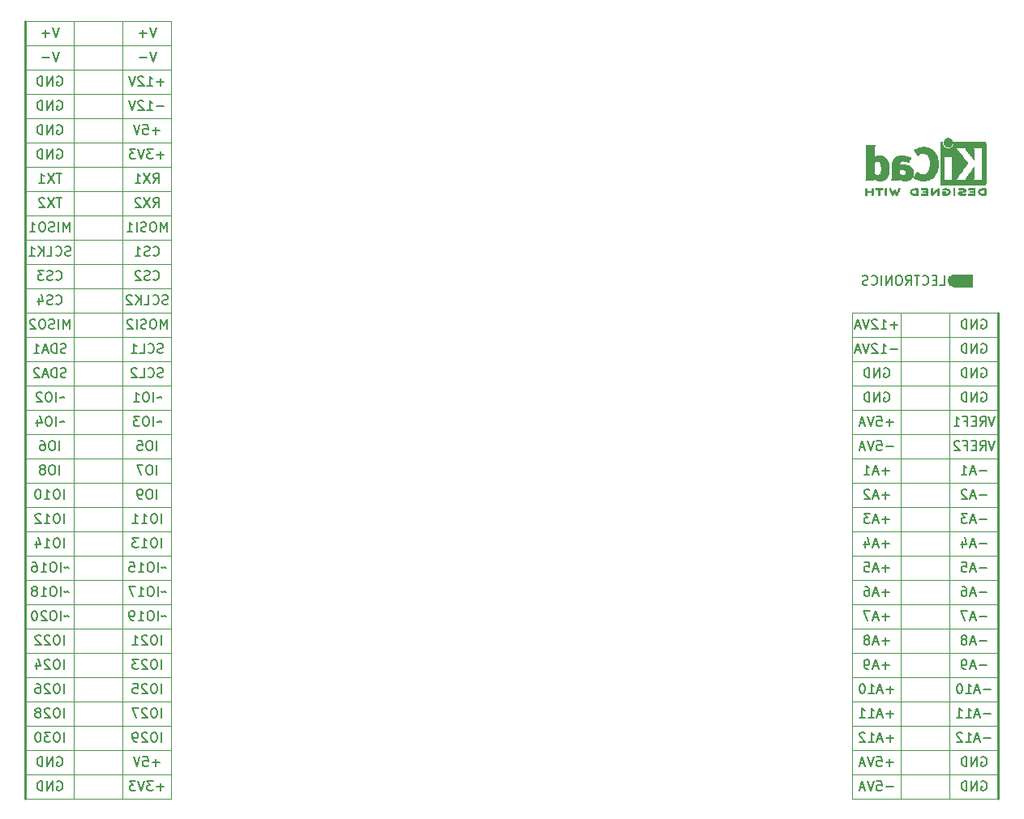
<source format=gbr>
%TF.GenerationSoftware,KiCad,Pcbnew,(6.0.5)*%
%TF.CreationDate,2022-08-30T11:56:48+01:00*%
%TF.ProjectId,STM32F405RGT6,53544d33-3246-4343-9035-524754362e6b,V22.08.0.1*%
%TF.SameCoordinates,Original*%
%TF.FileFunction,Legend,Bot*%
%TF.FilePolarity,Positive*%
%FSLAX46Y46*%
G04 Gerber Fmt 4.6, Leading zero omitted, Abs format (unit mm)*
G04 Created by KiCad (PCBNEW (6.0.5)) date 2022-08-30 11:56:48*
%MOMM*%
%LPD*%
G01*
G04 APERTURE LIST*
%ADD10C,0.120000*%
%ADD11C,0.240000*%
%ADD12C,0.150000*%
%ADD13C,0.635500*%
%ADD14C,0.001000*%
%ADD15C,0.010000*%
G04 APERTURE END LIST*
D10*
X123965000Y-77394000D02*
X139205000Y-77394000D01*
X139205000Y-85014000D02*
X123965000Y-85014000D01*
X123965000Y-82474000D02*
X139205000Y-82474000D01*
X123965000Y-90094000D02*
X139205000Y-90094000D01*
X123965000Y-87554000D02*
X139205000Y-87554000D01*
X139205000Y-110414000D02*
X123965000Y-110414000D01*
X123965000Y-125654000D02*
X139205000Y-125654000D01*
X134760000Y-74854000D02*
X128410000Y-74854000D01*
X139205000Y-92634000D02*
X123965000Y-92634000D01*
X139205000Y-79934000D02*
X123965000Y-79934000D01*
X123965000Y-74854000D02*
X123965000Y-125654000D01*
X123965000Y-115494000D02*
X139205000Y-115494000D01*
X139205000Y-118034000D02*
X123965000Y-118034000D01*
X123965000Y-107874000D02*
X139205000Y-107874000D01*
X139205000Y-97714000D02*
X123965000Y-97714000D01*
X123965000Y-100254000D02*
X139205000Y-100254000D01*
X139205000Y-123114000D02*
X123965000Y-123114000D01*
X123965000Y-120574000D02*
X139205000Y-120574000D01*
X139205000Y-102794000D02*
X123965000Y-102794000D01*
X139205000Y-112954000D02*
X123965000Y-112954000D01*
X139205000Y-74854000D02*
X123965000Y-74854000D01*
D11*
X139205000Y-125654000D02*
X139205000Y-74854000D01*
D10*
X123965000Y-105334000D02*
X139205000Y-105334000D01*
X123965000Y-95174000D02*
X139205000Y-95174000D01*
X37605000Y-97714000D02*
X52845000Y-97714000D01*
X37605000Y-105334000D02*
X52845000Y-105334000D01*
X37605000Y-115494000D02*
X52845000Y-115494000D01*
X37605000Y-49454000D02*
X52845000Y-49454000D01*
X37605000Y-64694000D02*
X52845000Y-64694000D01*
X52845000Y-72314000D02*
X37605000Y-72314000D01*
X52845000Y-102794000D02*
X37605000Y-102794000D01*
X37605000Y-87554000D02*
X52845000Y-87554000D01*
X52845000Y-120574000D02*
X37605000Y-120574000D01*
X37605000Y-82474000D02*
X52845000Y-82474000D01*
X52845000Y-59614000D02*
X37605000Y-59614000D01*
X52845000Y-44374000D02*
X37605000Y-44374000D01*
X37605000Y-69774000D02*
X52845000Y-69774000D01*
X52845000Y-95174000D02*
X37605000Y-95174000D01*
X37605000Y-62154000D02*
X52845000Y-62154000D01*
X52845000Y-107874000D02*
X37605000Y-107874000D01*
X52845000Y-46914000D02*
X37605000Y-46914000D01*
X37605000Y-110414000D02*
X52845000Y-110414000D01*
X37605000Y-57074000D02*
X52845000Y-57074000D01*
X37605000Y-79934000D02*
X52845000Y-79934000D01*
X52845000Y-77394000D02*
X37605000Y-77394000D01*
X37605000Y-74854000D02*
X52845000Y-74854000D01*
X52845000Y-125654000D02*
X37605000Y-125654000D01*
X37605000Y-92634000D02*
X52845000Y-92634000D01*
D11*
X37605000Y-44374000D02*
X37605000Y-125654000D01*
D10*
X37605000Y-100254000D02*
X52845000Y-100254000D01*
X37605000Y-123114000D02*
X52845000Y-123114000D01*
X52845000Y-90094000D02*
X37605000Y-90094000D01*
X37605000Y-51994000D02*
X52845000Y-51994000D01*
X52845000Y-112954000D02*
X37605000Y-112954000D01*
X52845000Y-67234000D02*
X37605000Y-67234000D01*
X52845000Y-54534000D02*
X37605000Y-54534000D01*
X52845000Y-125654000D02*
X52845000Y-44374000D01*
X52845000Y-85014000D02*
X37605000Y-85014000D01*
X37605000Y-118034000D02*
X52845000Y-118034000D01*
X42685000Y-125654000D02*
X42685000Y-44374000D01*
X47765000Y-44374000D02*
X47765000Y-125654000D01*
X134125000Y-125654000D02*
X134125000Y-74854000D01*
X134125000Y-74854000D02*
X129045000Y-74854000D01*
X129045000Y-74854000D02*
X129045000Y-125654000D01*
D12*
X137426904Y-123884000D02*
X137522142Y-123836380D01*
X137665000Y-123836380D01*
X137807857Y-123884000D01*
X137903095Y-123979238D01*
X137950714Y-124074476D01*
X137998333Y-124264952D01*
X137998333Y-124407809D01*
X137950714Y-124598285D01*
X137903095Y-124693523D01*
X137807857Y-124788761D01*
X137665000Y-124836380D01*
X137569761Y-124836380D01*
X137426904Y-124788761D01*
X137379285Y-124741142D01*
X137379285Y-124407809D01*
X137569761Y-124407809D01*
X136950714Y-124836380D02*
X136950714Y-123836380D01*
X136379285Y-124836380D01*
X136379285Y-123836380D01*
X135903095Y-124836380D02*
X135903095Y-123836380D01*
X135665000Y-123836380D01*
X135522142Y-123884000D01*
X135426904Y-123979238D01*
X135379285Y-124074476D01*
X135331666Y-124264952D01*
X135331666Y-124407809D01*
X135379285Y-124598285D01*
X135426904Y-124693523D01*
X135522142Y-124788761D01*
X135665000Y-124836380D01*
X135903095Y-124836380D01*
X128219285Y-124455428D02*
X127457380Y-124455428D01*
X126505000Y-123836380D02*
X126981190Y-123836380D01*
X127028809Y-124312571D01*
X126981190Y-124264952D01*
X126885952Y-124217333D01*
X126647857Y-124217333D01*
X126552619Y-124264952D01*
X126505000Y-124312571D01*
X126457380Y-124407809D01*
X126457380Y-124645904D01*
X126505000Y-124741142D01*
X126552619Y-124788761D01*
X126647857Y-124836380D01*
X126885952Y-124836380D01*
X126981190Y-124788761D01*
X127028809Y-124741142D01*
X126171666Y-123836380D02*
X125838333Y-124836380D01*
X125505000Y-123836380D01*
X125219285Y-124550666D02*
X124743095Y-124550666D01*
X125314523Y-124836380D02*
X124981190Y-123836380D01*
X124647857Y-124836380D01*
X137426904Y-121344000D02*
X137522142Y-121296380D01*
X137665000Y-121296380D01*
X137807857Y-121344000D01*
X137903095Y-121439238D01*
X137950714Y-121534476D01*
X137998333Y-121724952D01*
X137998333Y-121867809D01*
X137950714Y-122058285D01*
X137903095Y-122153523D01*
X137807857Y-122248761D01*
X137665000Y-122296380D01*
X137569761Y-122296380D01*
X137426904Y-122248761D01*
X137379285Y-122201142D01*
X137379285Y-121867809D01*
X137569761Y-121867809D01*
X136950714Y-122296380D02*
X136950714Y-121296380D01*
X136379285Y-122296380D01*
X136379285Y-121296380D01*
X135903095Y-122296380D02*
X135903095Y-121296380D01*
X135665000Y-121296380D01*
X135522142Y-121344000D01*
X135426904Y-121439238D01*
X135379285Y-121534476D01*
X135331666Y-121724952D01*
X135331666Y-121867809D01*
X135379285Y-122058285D01*
X135426904Y-122153523D01*
X135522142Y-122248761D01*
X135665000Y-122296380D01*
X135903095Y-122296380D01*
X128219285Y-121915428D02*
X127457380Y-121915428D01*
X127838333Y-122296380D02*
X127838333Y-121534476D01*
X126505000Y-121296380D02*
X126981190Y-121296380D01*
X127028809Y-121772571D01*
X126981190Y-121724952D01*
X126885952Y-121677333D01*
X126647857Y-121677333D01*
X126552619Y-121724952D01*
X126505000Y-121772571D01*
X126457380Y-121867809D01*
X126457380Y-122105904D01*
X126505000Y-122201142D01*
X126552619Y-122248761D01*
X126647857Y-122296380D01*
X126885952Y-122296380D01*
X126981190Y-122248761D01*
X127028809Y-122201142D01*
X126171666Y-121296380D02*
X125838333Y-122296380D01*
X125505000Y-121296380D01*
X125219285Y-122010666D02*
X124743095Y-122010666D01*
X125314523Y-122296380D02*
X124981190Y-121296380D01*
X124647857Y-122296380D01*
X128695476Y-76195428D02*
X127933571Y-76195428D01*
X128314523Y-76576380D02*
X128314523Y-75814476D01*
X126933571Y-76576380D02*
X127505000Y-76576380D01*
X127219285Y-76576380D02*
X127219285Y-75576380D01*
X127314523Y-75719238D01*
X127409761Y-75814476D01*
X127505000Y-75862095D01*
X126552619Y-75671619D02*
X126505000Y-75624000D01*
X126409761Y-75576380D01*
X126171666Y-75576380D01*
X126076428Y-75624000D01*
X126028809Y-75671619D01*
X125981190Y-75766857D01*
X125981190Y-75862095D01*
X126028809Y-76004952D01*
X126600238Y-76576380D01*
X125981190Y-76576380D01*
X125695476Y-75576380D02*
X125362142Y-76576380D01*
X125028809Y-75576380D01*
X124743095Y-76290666D02*
X124266904Y-76290666D01*
X124838333Y-76576380D02*
X124505000Y-75576380D01*
X124171666Y-76576380D01*
X138855476Y-88276380D02*
X138522142Y-89276380D01*
X138188809Y-88276380D01*
X137284047Y-89276380D02*
X137617380Y-88800190D01*
X137855476Y-89276380D02*
X137855476Y-88276380D01*
X137474523Y-88276380D01*
X137379285Y-88324000D01*
X137331666Y-88371619D01*
X137284047Y-88466857D01*
X137284047Y-88609714D01*
X137331666Y-88704952D01*
X137379285Y-88752571D01*
X137474523Y-88800190D01*
X137855476Y-88800190D01*
X136855476Y-88752571D02*
X136522142Y-88752571D01*
X136379285Y-89276380D02*
X136855476Y-89276380D01*
X136855476Y-88276380D01*
X136379285Y-88276380D01*
X135617380Y-88752571D02*
X135950714Y-88752571D01*
X135950714Y-89276380D02*
X135950714Y-88276380D01*
X135474523Y-88276380D01*
X135141190Y-88371619D02*
X135093571Y-88324000D01*
X134998333Y-88276380D01*
X134760238Y-88276380D01*
X134665000Y-88324000D01*
X134617380Y-88371619D01*
X134569761Y-88466857D01*
X134569761Y-88562095D01*
X134617380Y-88704952D01*
X135188809Y-89276380D01*
X134569761Y-89276380D01*
X127790714Y-96515428D02*
X127028809Y-96515428D01*
X127409761Y-96896380D02*
X127409761Y-96134476D01*
X126600238Y-96610666D02*
X126124047Y-96610666D01*
X126695476Y-96896380D02*
X126362142Y-95896380D01*
X126028809Y-96896380D01*
X125790714Y-95896380D02*
X125171666Y-95896380D01*
X125505000Y-96277333D01*
X125362142Y-96277333D01*
X125266904Y-96324952D01*
X125219285Y-96372571D01*
X125171666Y-96467809D01*
X125171666Y-96705904D01*
X125219285Y-96801142D01*
X125266904Y-96848761D01*
X125362142Y-96896380D01*
X125647857Y-96896380D01*
X125743095Y-96848761D01*
X125790714Y-96801142D01*
X137426904Y-78164000D02*
X137522142Y-78116380D01*
X137665000Y-78116380D01*
X137807857Y-78164000D01*
X137903095Y-78259238D01*
X137950714Y-78354476D01*
X137998333Y-78544952D01*
X137998333Y-78687809D01*
X137950714Y-78878285D01*
X137903095Y-78973523D01*
X137807857Y-79068761D01*
X137665000Y-79116380D01*
X137569761Y-79116380D01*
X137426904Y-79068761D01*
X137379285Y-79021142D01*
X137379285Y-78687809D01*
X137569761Y-78687809D01*
X136950714Y-79116380D02*
X136950714Y-78116380D01*
X136379285Y-79116380D01*
X136379285Y-78116380D01*
X135903095Y-79116380D02*
X135903095Y-78116380D01*
X135665000Y-78116380D01*
X135522142Y-78164000D01*
X135426904Y-78259238D01*
X135379285Y-78354476D01*
X135331666Y-78544952D01*
X135331666Y-78687809D01*
X135379285Y-78878285D01*
X135426904Y-78973523D01*
X135522142Y-79068761D01*
X135665000Y-79116380D01*
X135903095Y-79116380D01*
X137950714Y-109215428D02*
X137188809Y-109215428D01*
X136760238Y-109310666D02*
X136284047Y-109310666D01*
X136855476Y-109596380D02*
X136522142Y-108596380D01*
X136188809Y-109596380D01*
X135712619Y-109024952D02*
X135807857Y-108977333D01*
X135855476Y-108929714D01*
X135903095Y-108834476D01*
X135903095Y-108786857D01*
X135855476Y-108691619D01*
X135807857Y-108644000D01*
X135712619Y-108596380D01*
X135522142Y-108596380D01*
X135426904Y-108644000D01*
X135379285Y-108691619D01*
X135331666Y-108786857D01*
X135331666Y-108834476D01*
X135379285Y-108929714D01*
X135426904Y-108977333D01*
X135522142Y-109024952D01*
X135712619Y-109024952D01*
X135807857Y-109072571D01*
X135855476Y-109120190D01*
X135903095Y-109215428D01*
X135903095Y-109405904D01*
X135855476Y-109501142D01*
X135807857Y-109548761D01*
X135712619Y-109596380D01*
X135522142Y-109596380D01*
X135426904Y-109548761D01*
X135379285Y-109501142D01*
X135331666Y-109405904D01*
X135331666Y-109215428D01*
X135379285Y-109120190D01*
X135426904Y-109072571D01*
X135522142Y-109024952D01*
X137950714Y-99055428D02*
X137188809Y-99055428D01*
X136760238Y-99150666D02*
X136284047Y-99150666D01*
X136855476Y-99436380D02*
X136522142Y-98436380D01*
X136188809Y-99436380D01*
X135426904Y-98769714D02*
X135426904Y-99436380D01*
X135665000Y-98388761D02*
X135903095Y-99103047D01*
X135284047Y-99103047D01*
X127790714Y-106675428D02*
X127028809Y-106675428D01*
X127409761Y-107056380D02*
X127409761Y-106294476D01*
X126600238Y-106770666D02*
X126124047Y-106770666D01*
X126695476Y-107056380D02*
X126362142Y-106056380D01*
X126028809Y-107056380D01*
X125790714Y-106056380D02*
X125124047Y-106056380D01*
X125552619Y-107056380D01*
X138855476Y-85736380D02*
X138522142Y-86736380D01*
X138188809Y-85736380D01*
X137284047Y-86736380D02*
X137617380Y-86260190D01*
X137855476Y-86736380D02*
X137855476Y-85736380D01*
X137474523Y-85736380D01*
X137379285Y-85784000D01*
X137331666Y-85831619D01*
X137284047Y-85926857D01*
X137284047Y-86069714D01*
X137331666Y-86164952D01*
X137379285Y-86212571D01*
X137474523Y-86260190D01*
X137855476Y-86260190D01*
X136855476Y-86212571D02*
X136522142Y-86212571D01*
X136379285Y-86736380D02*
X136855476Y-86736380D01*
X136855476Y-85736380D01*
X136379285Y-85736380D01*
X135617380Y-86212571D02*
X135950714Y-86212571D01*
X135950714Y-86736380D02*
X135950714Y-85736380D01*
X135474523Y-85736380D01*
X134569761Y-86736380D02*
X135141190Y-86736380D01*
X134855476Y-86736380D02*
X134855476Y-85736380D01*
X134950714Y-85879238D01*
X135045952Y-85974476D01*
X135141190Y-86022095D01*
X128266904Y-119375428D02*
X127505000Y-119375428D01*
X127885952Y-119756380D02*
X127885952Y-118994476D01*
X127076428Y-119470666D02*
X126600238Y-119470666D01*
X127171666Y-119756380D02*
X126838333Y-118756380D01*
X126505000Y-119756380D01*
X125647857Y-119756380D02*
X126219285Y-119756380D01*
X125933571Y-119756380D02*
X125933571Y-118756380D01*
X126028809Y-118899238D01*
X126124047Y-118994476D01*
X126219285Y-119042095D01*
X125266904Y-118851619D02*
X125219285Y-118804000D01*
X125124047Y-118756380D01*
X124885952Y-118756380D01*
X124790714Y-118804000D01*
X124743095Y-118851619D01*
X124695476Y-118946857D01*
X124695476Y-119042095D01*
X124743095Y-119184952D01*
X125314523Y-119756380D01*
X124695476Y-119756380D01*
X137950714Y-111755428D02*
X137188809Y-111755428D01*
X136760238Y-111850666D02*
X136284047Y-111850666D01*
X136855476Y-112136380D02*
X136522142Y-111136380D01*
X136188809Y-112136380D01*
X135807857Y-112136380D02*
X135617380Y-112136380D01*
X135522142Y-112088761D01*
X135474523Y-112041142D01*
X135379285Y-111898285D01*
X135331666Y-111707809D01*
X135331666Y-111326857D01*
X135379285Y-111231619D01*
X135426904Y-111184000D01*
X135522142Y-111136380D01*
X135712619Y-111136380D01*
X135807857Y-111184000D01*
X135855476Y-111231619D01*
X135903095Y-111326857D01*
X135903095Y-111564952D01*
X135855476Y-111660190D01*
X135807857Y-111707809D01*
X135712619Y-111755428D01*
X135522142Y-111755428D01*
X135426904Y-111707809D01*
X135379285Y-111660190D01*
X135331666Y-111564952D01*
X138426904Y-114295428D02*
X137665000Y-114295428D01*
X137236428Y-114390666D02*
X136760238Y-114390666D01*
X137331666Y-114676380D02*
X136998333Y-113676380D01*
X136665000Y-114676380D01*
X135807857Y-114676380D02*
X136379285Y-114676380D01*
X136093571Y-114676380D02*
X136093571Y-113676380D01*
X136188809Y-113819238D01*
X136284047Y-113914476D01*
X136379285Y-113962095D01*
X135188809Y-113676380D02*
X135093571Y-113676380D01*
X134998333Y-113724000D01*
X134950714Y-113771619D01*
X134903095Y-113866857D01*
X134855476Y-114057333D01*
X134855476Y-114295428D01*
X134903095Y-114485904D01*
X134950714Y-114581142D01*
X134998333Y-114628761D01*
X135093571Y-114676380D01*
X135188809Y-114676380D01*
X135284047Y-114628761D01*
X135331666Y-114581142D01*
X135379285Y-114485904D01*
X135426904Y-114295428D01*
X135426904Y-114057333D01*
X135379285Y-113866857D01*
X135331666Y-113771619D01*
X135284047Y-113724000D01*
X135188809Y-113676380D01*
X128219285Y-86355428D02*
X127457380Y-86355428D01*
X127838333Y-86736380D02*
X127838333Y-85974476D01*
X126505000Y-85736380D02*
X126981190Y-85736380D01*
X127028809Y-86212571D01*
X126981190Y-86164952D01*
X126885952Y-86117333D01*
X126647857Y-86117333D01*
X126552619Y-86164952D01*
X126505000Y-86212571D01*
X126457380Y-86307809D01*
X126457380Y-86545904D01*
X126505000Y-86641142D01*
X126552619Y-86688761D01*
X126647857Y-86736380D01*
X126885952Y-86736380D01*
X126981190Y-86688761D01*
X127028809Y-86641142D01*
X126171666Y-85736380D02*
X125838333Y-86736380D01*
X125505000Y-85736380D01*
X125219285Y-86450666D02*
X124743095Y-86450666D01*
X125314523Y-86736380D02*
X124981190Y-85736380D01*
X124647857Y-86736380D01*
X137950714Y-106675428D02*
X137188809Y-106675428D01*
X136760238Y-106770666D02*
X136284047Y-106770666D01*
X136855476Y-107056380D02*
X136522142Y-106056380D01*
X136188809Y-107056380D01*
X135950714Y-106056380D02*
X135284047Y-106056380D01*
X135712619Y-107056380D01*
X127790714Y-93975428D02*
X127028809Y-93975428D01*
X127409761Y-94356380D02*
X127409761Y-93594476D01*
X126600238Y-94070666D02*
X126124047Y-94070666D01*
X126695476Y-94356380D02*
X126362142Y-93356380D01*
X126028809Y-94356380D01*
X125743095Y-93451619D02*
X125695476Y-93404000D01*
X125600238Y-93356380D01*
X125362142Y-93356380D01*
X125266904Y-93404000D01*
X125219285Y-93451619D01*
X125171666Y-93546857D01*
X125171666Y-93642095D01*
X125219285Y-93784952D01*
X125790714Y-94356380D01*
X125171666Y-94356380D01*
X127790714Y-109215428D02*
X127028809Y-109215428D01*
X127409761Y-109596380D02*
X127409761Y-108834476D01*
X126600238Y-109310666D02*
X126124047Y-109310666D01*
X126695476Y-109596380D02*
X126362142Y-108596380D01*
X126028809Y-109596380D01*
X125552619Y-109024952D02*
X125647857Y-108977333D01*
X125695476Y-108929714D01*
X125743095Y-108834476D01*
X125743095Y-108786857D01*
X125695476Y-108691619D01*
X125647857Y-108644000D01*
X125552619Y-108596380D01*
X125362142Y-108596380D01*
X125266904Y-108644000D01*
X125219285Y-108691619D01*
X125171666Y-108786857D01*
X125171666Y-108834476D01*
X125219285Y-108929714D01*
X125266904Y-108977333D01*
X125362142Y-109024952D01*
X125552619Y-109024952D01*
X125647857Y-109072571D01*
X125695476Y-109120190D01*
X125743095Y-109215428D01*
X125743095Y-109405904D01*
X125695476Y-109501142D01*
X125647857Y-109548761D01*
X125552619Y-109596380D01*
X125362142Y-109596380D01*
X125266904Y-109548761D01*
X125219285Y-109501142D01*
X125171666Y-109405904D01*
X125171666Y-109215428D01*
X125219285Y-109120190D01*
X125266904Y-109072571D01*
X125362142Y-109024952D01*
X128219285Y-88895428D02*
X127457380Y-88895428D01*
X126505000Y-88276380D02*
X126981190Y-88276380D01*
X127028809Y-88752571D01*
X126981190Y-88704952D01*
X126885952Y-88657333D01*
X126647857Y-88657333D01*
X126552619Y-88704952D01*
X126505000Y-88752571D01*
X126457380Y-88847809D01*
X126457380Y-89085904D01*
X126505000Y-89181142D01*
X126552619Y-89228761D01*
X126647857Y-89276380D01*
X126885952Y-89276380D01*
X126981190Y-89228761D01*
X127028809Y-89181142D01*
X126171666Y-88276380D02*
X125838333Y-89276380D01*
X125505000Y-88276380D01*
X125219285Y-88990666D02*
X124743095Y-88990666D01*
X125314523Y-89276380D02*
X124981190Y-88276380D01*
X124647857Y-89276380D01*
X137950714Y-93975428D02*
X137188809Y-93975428D01*
X136760238Y-94070666D02*
X136284047Y-94070666D01*
X136855476Y-94356380D02*
X136522142Y-93356380D01*
X136188809Y-94356380D01*
X135903095Y-93451619D02*
X135855476Y-93404000D01*
X135760238Y-93356380D01*
X135522142Y-93356380D01*
X135426904Y-93404000D01*
X135379285Y-93451619D01*
X135331666Y-93546857D01*
X135331666Y-93642095D01*
X135379285Y-93784952D01*
X135950714Y-94356380D01*
X135331666Y-94356380D01*
X137426904Y-80704000D02*
X137522142Y-80656380D01*
X137665000Y-80656380D01*
X137807857Y-80704000D01*
X137903095Y-80799238D01*
X137950714Y-80894476D01*
X137998333Y-81084952D01*
X137998333Y-81227809D01*
X137950714Y-81418285D01*
X137903095Y-81513523D01*
X137807857Y-81608761D01*
X137665000Y-81656380D01*
X137569761Y-81656380D01*
X137426904Y-81608761D01*
X137379285Y-81561142D01*
X137379285Y-81227809D01*
X137569761Y-81227809D01*
X136950714Y-81656380D02*
X136950714Y-80656380D01*
X136379285Y-81656380D01*
X136379285Y-80656380D01*
X135903095Y-81656380D02*
X135903095Y-80656380D01*
X135665000Y-80656380D01*
X135522142Y-80704000D01*
X135426904Y-80799238D01*
X135379285Y-80894476D01*
X135331666Y-81084952D01*
X135331666Y-81227809D01*
X135379285Y-81418285D01*
X135426904Y-81513523D01*
X135522142Y-81608761D01*
X135665000Y-81656380D01*
X135903095Y-81656380D01*
X128266904Y-116835428D02*
X127505000Y-116835428D01*
X127885952Y-117216380D02*
X127885952Y-116454476D01*
X127076428Y-116930666D02*
X126600238Y-116930666D01*
X127171666Y-117216380D02*
X126838333Y-116216380D01*
X126505000Y-117216380D01*
X125647857Y-117216380D02*
X126219285Y-117216380D01*
X125933571Y-117216380D02*
X125933571Y-116216380D01*
X126028809Y-116359238D01*
X126124047Y-116454476D01*
X126219285Y-116502095D01*
X124695476Y-117216380D02*
X125266904Y-117216380D01*
X124981190Y-117216380D02*
X124981190Y-116216380D01*
X125076428Y-116359238D01*
X125171666Y-116454476D01*
X125266904Y-116502095D01*
X137426904Y-75624000D02*
X137522142Y-75576380D01*
X137665000Y-75576380D01*
X137807857Y-75624000D01*
X137903095Y-75719238D01*
X137950714Y-75814476D01*
X137998333Y-76004952D01*
X137998333Y-76147809D01*
X137950714Y-76338285D01*
X137903095Y-76433523D01*
X137807857Y-76528761D01*
X137665000Y-76576380D01*
X137569761Y-76576380D01*
X137426904Y-76528761D01*
X137379285Y-76481142D01*
X137379285Y-76147809D01*
X137569761Y-76147809D01*
X136950714Y-76576380D02*
X136950714Y-75576380D01*
X136379285Y-76576380D01*
X136379285Y-75576380D01*
X135903095Y-76576380D02*
X135903095Y-75576380D01*
X135665000Y-75576380D01*
X135522142Y-75624000D01*
X135426904Y-75719238D01*
X135379285Y-75814476D01*
X135331666Y-76004952D01*
X135331666Y-76147809D01*
X135379285Y-76338285D01*
X135426904Y-76433523D01*
X135522142Y-76528761D01*
X135665000Y-76576380D01*
X135903095Y-76576380D01*
X127790714Y-111755428D02*
X127028809Y-111755428D01*
X127409761Y-112136380D02*
X127409761Y-111374476D01*
X126600238Y-111850666D02*
X126124047Y-111850666D01*
X126695476Y-112136380D02*
X126362142Y-111136380D01*
X126028809Y-112136380D01*
X125647857Y-112136380D02*
X125457380Y-112136380D01*
X125362142Y-112088761D01*
X125314523Y-112041142D01*
X125219285Y-111898285D01*
X125171666Y-111707809D01*
X125171666Y-111326857D01*
X125219285Y-111231619D01*
X125266904Y-111184000D01*
X125362142Y-111136380D01*
X125552619Y-111136380D01*
X125647857Y-111184000D01*
X125695476Y-111231619D01*
X125743095Y-111326857D01*
X125743095Y-111564952D01*
X125695476Y-111660190D01*
X125647857Y-111707809D01*
X125552619Y-111755428D01*
X125362142Y-111755428D01*
X125266904Y-111707809D01*
X125219285Y-111660190D01*
X125171666Y-111564952D01*
X138426904Y-119375428D02*
X137665000Y-119375428D01*
X137236428Y-119470666D02*
X136760238Y-119470666D01*
X137331666Y-119756380D02*
X136998333Y-118756380D01*
X136665000Y-119756380D01*
X135807857Y-119756380D02*
X136379285Y-119756380D01*
X136093571Y-119756380D02*
X136093571Y-118756380D01*
X136188809Y-118899238D01*
X136284047Y-118994476D01*
X136379285Y-119042095D01*
X135426904Y-118851619D02*
X135379285Y-118804000D01*
X135284047Y-118756380D01*
X135045952Y-118756380D01*
X134950714Y-118804000D01*
X134903095Y-118851619D01*
X134855476Y-118946857D01*
X134855476Y-119042095D01*
X134903095Y-119184952D01*
X135474523Y-119756380D01*
X134855476Y-119756380D01*
X127790714Y-104135428D02*
X127028809Y-104135428D01*
X127409761Y-104516380D02*
X127409761Y-103754476D01*
X126600238Y-104230666D02*
X126124047Y-104230666D01*
X126695476Y-104516380D02*
X126362142Y-103516380D01*
X126028809Y-104516380D01*
X125266904Y-103516380D02*
X125457380Y-103516380D01*
X125552619Y-103564000D01*
X125600238Y-103611619D01*
X125695476Y-103754476D01*
X125743095Y-103944952D01*
X125743095Y-104325904D01*
X125695476Y-104421142D01*
X125647857Y-104468761D01*
X125552619Y-104516380D01*
X125362142Y-104516380D01*
X125266904Y-104468761D01*
X125219285Y-104421142D01*
X125171666Y-104325904D01*
X125171666Y-104087809D01*
X125219285Y-103992571D01*
X125266904Y-103944952D01*
X125362142Y-103897333D01*
X125552619Y-103897333D01*
X125647857Y-103944952D01*
X125695476Y-103992571D01*
X125743095Y-104087809D01*
X127790714Y-91435428D02*
X127028809Y-91435428D01*
X127409761Y-91816380D02*
X127409761Y-91054476D01*
X126600238Y-91530666D02*
X126124047Y-91530666D01*
X126695476Y-91816380D02*
X126362142Y-90816380D01*
X126028809Y-91816380D01*
X125171666Y-91816380D02*
X125743095Y-91816380D01*
X125457380Y-91816380D02*
X125457380Y-90816380D01*
X125552619Y-90959238D01*
X125647857Y-91054476D01*
X125743095Y-91102095D01*
X128695476Y-78735428D02*
X127933571Y-78735428D01*
X126933571Y-79116380D02*
X127505000Y-79116380D01*
X127219285Y-79116380D02*
X127219285Y-78116380D01*
X127314523Y-78259238D01*
X127409761Y-78354476D01*
X127505000Y-78402095D01*
X126552619Y-78211619D02*
X126505000Y-78164000D01*
X126409761Y-78116380D01*
X126171666Y-78116380D01*
X126076428Y-78164000D01*
X126028809Y-78211619D01*
X125981190Y-78306857D01*
X125981190Y-78402095D01*
X126028809Y-78544952D01*
X126600238Y-79116380D01*
X125981190Y-79116380D01*
X125695476Y-78116380D02*
X125362142Y-79116380D01*
X125028809Y-78116380D01*
X124743095Y-78830666D02*
X124266904Y-78830666D01*
X124838333Y-79116380D02*
X124505000Y-78116380D01*
X124171666Y-79116380D01*
X138426904Y-116835428D02*
X137665000Y-116835428D01*
X137236428Y-116930666D02*
X136760238Y-116930666D01*
X137331666Y-117216380D02*
X136998333Y-116216380D01*
X136665000Y-117216380D01*
X135807857Y-117216380D02*
X136379285Y-117216380D01*
X136093571Y-117216380D02*
X136093571Y-116216380D01*
X136188809Y-116359238D01*
X136284047Y-116454476D01*
X136379285Y-116502095D01*
X134855476Y-117216380D02*
X135426904Y-117216380D01*
X135141190Y-117216380D02*
X135141190Y-116216380D01*
X135236428Y-116359238D01*
X135331666Y-116454476D01*
X135426904Y-116502095D01*
X137950714Y-91435428D02*
X137188809Y-91435428D01*
X136760238Y-91530666D02*
X136284047Y-91530666D01*
X136855476Y-91816380D02*
X136522142Y-90816380D01*
X136188809Y-91816380D01*
X135331666Y-91816380D02*
X135903095Y-91816380D01*
X135617380Y-91816380D02*
X135617380Y-90816380D01*
X135712619Y-90959238D01*
X135807857Y-91054476D01*
X135903095Y-91102095D01*
X137426904Y-83244000D02*
X137522142Y-83196380D01*
X137665000Y-83196380D01*
X137807857Y-83244000D01*
X137903095Y-83339238D01*
X137950714Y-83434476D01*
X137998333Y-83624952D01*
X137998333Y-83767809D01*
X137950714Y-83958285D01*
X137903095Y-84053523D01*
X137807857Y-84148761D01*
X137665000Y-84196380D01*
X137569761Y-84196380D01*
X137426904Y-84148761D01*
X137379285Y-84101142D01*
X137379285Y-83767809D01*
X137569761Y-83767809D01*
X136950714Y-84196380D02*
X136950714Y-83196380D01*
X136379285Y-84196380D01*
X136379285Y-83196380D01*
X135903095Y-84196380D02*
X135903095Y-83196380D01*
X135665000Y-83196380D01*
X135522142Y-83244000D01*
X135426904Y-83339238D01*
X135379285Y-83434476D01*
X135331666Y-83624952D01*
X135331666Y-83767809D01*
X135379285Y-83958285D01*
X135426904Y-84053523D01*
X135522142Y-84148761D01*
X135665000Y-84196380D01*
X135903095Y-84196380D01*
X137950714Y-96515428D02*
X137188809Y-96515428D01*
X136760238Y-96610666D02*
X136284047Y-96610666D01*
X136855476Y-96896380D02*
X136522142Y-95896380D01*
X136188809Y-96896380D01*
X135950714Y-95896380D02*
X135331666Y-95896380D01*
X135665000Y-96277333D01*
X135522142Y-96277333D01*
X135426904Y-96324952D01*
X135379285Y-96372571D01*
X135331666Y-96467809D01*
X135331666Y-96705904D01*
X135379285Y-96801142D01*
X135426904Y-96848761D01*
X135522142Y-96896380D01*
X135807857Y-96896380D01*
X135903095Y-96848761D01*
X135950714Y-96801142D01*
X127790714Y-99055428D02*
X127028809Y-99055428D01*
X127409761Y-99436380D02*
X127409761Y-98674476D01*
X126600238Y-99150666D02*
X126124047Y-99150666D01*
X126695476Y-99436380D02*
X126362142Y-98436380D01*
X126028809Y-99436380D01*
X125266904Y-98769714D02*
X125266904Y-99436380D01*
X125505000Y-98388761D02*
X125743095Y-99103047D01*
X125124047Y-99103047D01*
X137950714Y-101595428D02*
X137188809Y-101595428D01*
X136760238Y-101690666D02*
X136284047Y-101690666D01*
X136855476Y-101976380D02*
X136522142Y-100976380D01*
X136188809Y-101976380D01*
X135379285Y-100976380D02*
X135855476Y-100976380D01*
X135903095Y-101452571D01*
X135855476Y-101404952D01*
X135760238Y-101357333D01*
X135522142Y-101357333D01*
X135426904Y-101404952D01*
X135379285Y-101452571D01*
X135331666Y-101547809D01*
X135331666Y-101785904D01*
X135379285Y-101881142D01*
X135426904Y-101928761D01*
X135522142Y-101976380D01*
X135760238Y-101976380D01*
X135855476Y-101928761D01*
X135903095Y-101881142D01*
X128266904Y-114295428D02*
X127505000Y-114295428D01*
X127885952Y-114676380D02*
X127885952Y-113914476D01*
X127076428Y-114390666D02*
X126600238Y-114390666D01*
X127171666Y-114676380D02*
X126838333Y-113676380D01*
X126505000Y-114676380D01*
X125647857Y-114676380D02*
X126219285Y-114676380D01*
X125933571Y-114676380D02*
X125933571Y-113676380D01*
X126028809Y-113819238D01*
X126124047Y-113914476D01*
X126219285Y-113962095D01*
X125028809Y-113676380D02*
X124933571Y-113676380D01*
X124838333Y-113724000D01*
X124790714Y-113771619D01*
X124743095Y-113866857D01*
X124695476Y-114057333D01*
X124695476Y-114295428D01*
X124743095Y-114485904D01*
X124790714Y-114581142D01*
X124838333Y-114628761D01*
X124933571Y-114676380D01*
X125028809Y-114676380D01*
X125124047Y-114628761D01*
X125171666Y-114581142D01*
X125219285Y-114485904D01*
X125266904Y-114295428D01*
X125266904Y-114057333D01*
X125219285Y-113866857D01*
X125171666Y-113771619D01*
X125124047Y-113724000D01*
X125028809Y-113676380D01*
X137950714Y-104135428D02*
X137188809Y-104135428D01*
X136760238Y-104230666D02*
X136284047Y-104230666D01*
X136855476Y-104516380D02*
X136522142Y-103516380D01*
X136188809Y-104516380D01*
X135426904Y-103516380D02*
X135617380Y-103516380D01*
X135712619Y-103564000D01*
X135760238Y-103611619D01*
X135855476Y-103754476D01*
X135903095Y-103944952D01*
X135903095Y-104325904D01*
X135855476Y-104421142D01*
X135807857Y-104468761D01*
X135712619Y-104516380D01*
X135522142Y-104516380D01*
X135426904Y-104468761D01*
X135379285Y-104421142D01*
X135331666Y-104325904D01*
X135331666Y-104087809D01*
X135379285Y-103992571D01*
X135426904Y-103944952D01*
X135522142Y-103897333D01*
X135712619Y-103897333D01*
X135807857Y-103944952D01*
X135855476Y-103992571D01*
X135903095Y-104087809D01*
X127790714Y-101595428D02*
X127028809Y-101595428D01*
X127409761Y-101976380D02*
X127409761Y-101214476D01*
X126600238Y-101690666D02*
X126124047Y-101690666D01*
X126695476Y-101976380D02*
X126362142Y-100976380D01*
X126028809Y-101976380D01*
X125219285Y-100976380D02*
X125695476Y-100976380D01*
X125743095Y-101452571D01*
X125695476Y-101404952D01*
X125600238Y-101357333D01*
X125362142Y-101357333D01*
X125266904Y-101404952D01*
X125219285Y-101452571D01*
X125171666Y-101547809D01*
X125171666Y-101785904D01*
X125219285Y-101881142D01*
X125266904Y-101928761D01*
X125362142Y-101976380D01*
X125600238Y-101976380D01*
X125695476Y-101928761D01*
X125743095Y-101881142D01*
X41621190Y-112136380D02*
X41621190Y-111136380D01*
X40954523Y-111136380D02*
X40764047Y-111136380D01*
X40668809Y-111184000D01*
X40573571Y-111279238D01*
X40525952Y-111469714D01*
X40525952Y-111803047D01*
X40573571Y-111993523D01*
X40668809Y-112088761D01*
X40764047Y-112136380D01*
X40954523Y-112136380D01*
X41049761Y-112088761D01*
X41145000Y-111993523D01*
X41192619Y-111803047D01*
X41192619Y-111469714D01*
X41145000Y-111279238D01*
X41049761Y-111184000D01*
X40954523Y-111136380D01*
X40145000Y-111231619D02*
X40097380Y-111184000D01*
X40002142Y-111136380D01*
X39764047Y-111136380D01*
X39668809Y-111184000D01*
X39621190Y-111231619D01*
X39573571Y-111326857D01*
X39573571Y-111422095D01*
X39621190Y-111564952D01*
X40192619Y-112136380D01*
X39573571Y-112136380D01*
X38716428Y-111469714D02*
X38716428Y-112136380D01*
X38954523Y-111088761D02*
X39192619Y-111803047D01*
X38573571Y-111803047D01*
X42121190Y-106675428D02*
X42073571Y-106627809D01*
X41978333Y-106580190D01*
X41787857Y-106675428D01*
X41692619Y-106627809D01*
X41645000Y-106580190D01*
X41264047Y-107056380D02*
X41264047Y-106056380D01*
X40597380Y-106056380D02*
X40406904Y-106056380D01*
X40311666Y-106104000D01*
X40216428Y-106199238D01*
X40168809Y-106389714D01*
X40168809Y-106723047D01*
X40216428Y-106913523D01*
X40311666Y-107008761D01*
X40406904Y-107056380D01*
X40597380Y-107056380D01*
X40692619Y-107008761D01*
X40787857Y-106913523D01*
X40835476Y-106723047D01*
X40835476Y-106389714D01*
X40787857Y-106199238D01*
X40692619Y-106104000D01*
X40597380Y-106056380D01*
X39787857Y-106151619D02*
X39740238Y-106104000D01*
X39645000Y-106056380D01*
X39406904Y-106056380D01*
X39311666Y-106104000D01*
X39264047Y-106151619D01*
X39216428Y-106246857D01*
X39216428Y-106342095D01*
X39264047Y-106484952D01*
X39835476Y-107056380D01*
X39216428Y-107056380D01*
X38597380Y-106056380D02*
X38502142Y-106056380D01*
X38406904Y-106104000D01*
X38359285Y-106151619D01*
X38311666Y-106246857D01*
X38264047Y-106437333D01*
X38264047Y-106675428D01*
X38311666Y-106865904D01*
X38359285Y-106961142D01*
X38406904Y-107008761D01*
X38502142Y-107056380D01*
X38597380Y-107056380D01*
X38692619Y-107008761D01*
X38740238Y-106961142D01*
X38787857Y-106865904D01*
X38835476Y-106675428D01*
X38835476Y-106437333D01*
X38787857Y-106246857D01*
X38740238Y-106151619D01*
X38692619Y-106104000D01*
X38597380Y-106056380D01*
X51257380Y-45096380D02*
X50924047Y-46096380D01*
X50590714Y-45096380D01*
X50257380Y-45715428D02*
X49495476Y-45715428D01*
X49876428Y-46096380D02*
X49876428Y-45334476D01*
X40906904Y-123884000D02*
X41002142Y-123836380D01*
X41145000Y-123836380D01*
X41287857Y-123884000D01*
X41383095Y-123979238D01*
X41430714Y-124074476D01*
X41478333Y-124264952D01*
X41478333Y-124407809D01*
X41430714Y-124598285D01*
X41383095Y-124693523D01*
X41287857Y-124788761D01*
X41145000Y-124836380D01*
X41049761Y-124836380D01*
X40906904Y-124788761D01*
X40859285Y-124741142D01*
X40859285Y-124407809D01*
X41049761Y-124407809D01*
X40430714Y-124836380D02*
X40430714Y-123836380D01*
X39859285Y-124836380D01*
X39859285Y-123836380D01*
X39383095Y-124836380D02*
X39383095Y-123836380D01*
X39145000Y-123836380D01*
X39002142Y-123884000D01*
X38906904Y-123979238D01*
X38859285Y-124074476D01*
X38811666Y-124264952D01*
X38811666Y-124407809D01*
X38859285Y-124598285D01*
X38906904Y-124693523D01*
X39002142Y-124788761D01*
X39145000Y-124836380D01*
X39383095Y-124836380D01*
X41621190Y-117216380D02*
X41621190Y-116216380D01*
X40954523Y-116216380D02*
X40764047Y-116216380D01*
X40668809Y-116264000D01*
X40573571Y-116359238D01*
X40525952Y-116549714D01*
X40525952Y-116883047D01*
X40573571Y-117073523D01*
X40668809Y-117168761D01*
X40764047Y-117216380D01*
X40954523Y-117216380D01*
X41049761Y-117168761D01*
X41145000Y-117073523D01*
X41192619Y-116883047D01*
X41192619Y-116549714D01*
X41145000Y-116359238D01*
X41049761Y-116264000D01*
X40954523Y-116216380D01*
X40145000Y-116311619D02*
X40097380Y-116264000D01*
X40002142Y-116216380D01*
X39764047Y-116216380D01*
X39668809Y-116264000D01*
X39621190Y-116311619D01*
X39573571Y-116406857D01*
X39573571Y-116502095D01*
X39621190Y-116644952D01*
X40192619Y-117216380D01*
X39573571Y-117216380D01*
X39002142Y-116644952D02*
X39097380Y-116597333D01*
X39145000Y-116549714D01*
X39192619Y-116454476D01*
X39192619Y-116406857D01*
X39145000Y-116311619D01*
X39097380Y-116264000D01*
X39002142Y-116216380D01*
X38811666Y-116216380D01*
X38716428Y-116264000D01*
X38668809Y-116311619D01*
X38621190Y-116406857D01*
X38621190Y-116454476D01*
X38668809Y-116549714D01*
X38716428Y-116597333D01*
X38811666Y-116644952D01*
X39002142Y-116644952D01*
X39097380Y-116692571D01*
X39145000Y-116740190D01*
X39192619Y-116835428D01*
X39192619Y-117025904D01*
X39145000Y-117121142D01*
X39097380Y-117168761D01*
X39002142Y-117216380D01*
X38811666Y-117216380D01*
X38716428Y-117168761D01*
X38668809Y-117121142D01*
X38621190Y-117025904D01*
X38621190Y-116835428D01*
X38668809Y-116740190D01*
X38716428Y-116692571D01*
X38811666Y-116644952D01*
X40906904Y-121344000D02*
X41002142Y-121296380D01*
X41145000Y-121296380D01*
X41287857Y-121344000D01*
X41383095Y-121439238D01*
X41430714Y-121534476D01*
X41478333Y-121724952D01*
X41478333Y-121867809D01*
X41430714Y-122058285D01*
X41383095Y-122153523D01*
X41287857Y-122248761D01*
X41145000Y-122296380D01*
X41049761Y-122296380D01*
X40906904Y-122248761D01*
X40859285Y-122201142D01*
X40859285Y-121867809D01*
X41049761Y-121867809D01*
X40430714Y-122296380D02*
X40430714Y-121296380D01*
X39859285Y-122296380D01*
X39859285Y-121296380D01*
X39383095Y-122296380D02*
X39383095Y-121296380D01*
X39145000Y-121296380D01*
X39002142Y-121344000D01*
X38906904Y-121439238D01*
X38859285Y-121534476D01*
X38811666Y-121724952D01*
X38811666Y-121867809D01*
X38859285Y-122058285D01*
X38906904Y-122153523D01*
X39002142Y-122248761D01*
X39145000Y-122296380D01*
X39383095Y-122296380D01*
X41621190Y-114676380D02*
X41621190Y-113676380D01*
X40954523Y-113676380D02*
X40764047Y-113676380D01*
X40668809Y-113724000D01*
X40573571Y-113819238D01*
X40525952Y-114009714D01*
X40525952Y-114343047D01*
X40573571Y-114533523D01*
X40668809Y-114628761D01*
X40764047Y-114676380D01*
X40954523Y-114676380D01*
X41049761Y-114628761D01*
X41145000Y-114533523D01*
X41192619Y-114343047D01*
X41192619Y-114009714D01*
X41145000Y-113819238D01*
X41049761Y-113724000D01*
X40954523Y-113676380D01*
X40145000Y-113771619D02*
X40097380Y-113724000D01*
X40002142Y-113676380D01*
X39764047Y-113676380D01*
X39668809Y-113724000D01*
X39621190Y-113771619D01*
X39573571Y-113866857D01*
X39573571Y-113962095D01*
X39621190Y-114104952D01*
X40192619Y-114676380D01*
X39573571Y-114676380D01*
X38716428Y-113676380D02*
X38906904Y-113676380D01*
X39002142Y-113724000D01*
X39049761Y-113771619D01*
X39145000Y-113914476D01*
X39192619Y-114104952D01*
X39192619Y-114485904D01*
X39145000Y-114581142D01*
X39097380Y-114628761D01*
X39002142Y-114676380D01*
X38811666Y-114676380D01*
X38716428Y-114628761D01*
X38668809Y-114581142D01*
X38621190Y-114485904D01*
X38621190Y-114247809D01*
X38668809Y-114152571D01*
X38716428Y-114104952D01*
X38811666Y-114057333D01*
X39002142Y-114057333D01*
X39097380Y-114104952D01*
X39145000Y-114152571D01*
X39192619Y-114247809D01*
X51781190Y-114676380D02*
X51781190Y-113676380D01*
X51114523Y-113676380D02*
X50924047Y-113676380D01*
X50828809Y-113724000D01*
X50733571Y-113819238D01*
X50685952Y-114009714D01*
X50685952Y-114343047D01*
X50733571Y-114533523D01*
X50828809Y-114628761D01*
X50924047Y-114676380D01*
X51114523Y-114676380D01*
X51209761Y-114628761D01*
X51305000Y-114533523D01*
X51352619Y-114343047D01*
X51352619Y-114009714D01*
X51305000Y-113819238D01*
X51209761Y-113724000D01*
X51114523Y-113676380D01*
X50305000Y-113771619D02*
X50257380Y-113724000D01*
X50162142Y-113676380D01*
X49924047Y-113676380D01*
X49828809Y-113724000D01*
X49781190Y-113771619D01*
X49733571Y-113866857D01*
X49733571Y-113962095D01*
X49781190Y-114104952D01*
X50352619Y-114676380D01*
X49733571Y-114676380D01*
X48828809Y-113676380D02*
X49305000Y-113676380D01*
X49352619Y-114152571D01*
X49305000Y-114104952D01*
X49209761Y-114057333D01*
X48971666Y-114057333D01*
X48876428Y-114104952D01*
X48828809Y-114152571D01*
X48781190Y-114247809D01*
X48781190Y-114485904D01*
X48828809Y-114581142D01*
X48876428Y-114628761D01*
X48971666Y-114676380D01*
X49209761Y-114676380D01*
X49305000Y-114628761D01*
X49352619Y-114581142D01*
X41621190Y-109596380D02*
X41621190Y-108596380D01*
X40954523Y-108596380D02*
X40764047Y-108596380D01*
X40668809Y-108644000D01*
X40573571Y-108739238D01*
X40525952Y-108929714D01*
X40525952Y-109263047D01*
X40573571Y-109453523D01*
X40668809Y-109548761D01*
X40764047Y-109596380D01*
X40954523Y-109596380D01*
X41049761Y-109548761D01*
X41145000Y-109453523D01*
X41192619Y-109263047D01*
X41192619Y-108929714D01*
X41145000Y-108739238D01*
X41049761Y-108644000D01*
X40954523Y-108596380D01*
X40145000Y-108691619D02*
X40097380Y-108644000D01*
X40002142Y-108596380D01*
X39764047Y-108596380D01*
X39668809Y-108644000D01*
X39621190Y-108691619D01*
X39573571Y-108786857D01*
X39573571Y-108882095D01*
X39621190Y-109024952D01*
X40192619Y-109596380D01*
X39573571Y-109596380D01*
X39192619Y-108691619D02*
X39145000Y-108644000D01*
X39049761Y-108596380D01*
X38811666Y-108596380D01*
X38716428Y-108644000D01*
X38668809Y-108691619D01*
X38621190Y-108786857D01*
X38621190Y-108882095D01*
X38668809Y-109024952D01*
X39240238Y-109596380D01*
X38621190Y-109596380D01*
X52066904Y-124455428D02*
X51305000Y-124455428D01*
X51685952Y-124836380D02*
X51685952Y-124074476D01*
X50924047Y-123836380D02*
X50305000Y-123836380D01*
X50638333Y-124217333D01*
X50495476Y-124217333D01*
X50400238Y-124264952D01*
X50352619Y-124312571D01*
X50305000Y-124407809D01*
X50305000Y-124645904D01*
X50352619Y-124741142D01*
X50400238Y-124788761D01*
X50495476Y-124836380D01*
X50781190Y-124836380D01*
X50876428Y-124788761D01*
X50924047Y-124741142D01*
X50019285Y-123836380D02*
X49685952Y-124836380D01*
X49352619Y-123836380D01*
X49114523Y-123836380D02*
X48495476Y-123836380D01*
X48828809Y-124217333D01*
X48685952Y-124217333D01*
X48590714Y-124264952D01*
X48543095Y-124312571D01*
X48495476Y-124407809D01*
X48495476Y-124645904D01*
X48543095Y-124741142D01*
X48590714Y-124788761D01*
X48685952Y-124836380D01*
X48971666Y-124836380D01*
X49066904Y-124788761D01*
X49114523Y-124741142D01*
X41097380Y-45096380D02*
X40764047Y-46096380D01*
X40430714Y-45096380D01*
X40097380Y-45715428D02*
X39335476Y-45715428D01*
X39716428Y-46096380D02*
X39716428Y-45334476D01*
X41645000Y-86355428D02*
X41597380Y-86307809D01*
X41502142Y-86260190D01*
X41311666Y-86355428D01*
X41216428Y-86307809D01*
X41168809Y-86260190D01*
X40787857Y-86736380D02*
X40787857Y-85736380D01*
X40121190Y-85736380D02*
X39930714Y-85736380D01*
X39835476Y-85784000D01*
X39740238Y-85879238D01*
X39692619Y-86069714D01*
X39692619Y-86403047D01*
X39740238Y-86593523D01*
X39835476Y-86688761D01*
X39930714Y-86736380D01*
X40121190Y-86736380D01*
X40216428Y-86688761D01*
X40311666Y-86593523D01*
X40359285Y-86403047D01*
X40359285Y-86069714D01*
X40311666Y-85879238D01*
X40216428Y-85784000D01*
X40121190Y-85736380D01*
X38835476Y-86069714D02*
X38835476Y-86736380D01*
X39073571Y-85688761D02*
X39311666Y-86403047D01*
X38692619Y-86403047D01*
X42121190Y-101595428D02*
X42073571Y-101547809D01*
X41978333Y-101500190D01*
X41787857Y-101595428D01*
X41692619Y-101547809D01*
X41645000Y-101500190D01*
X41264047Y-101976380D02*
X41264047Y-100976380D01*
X40597380Y-100976380D02*
X40406904Y-100976380D01*
X40311666Y-101024000D01*
X40216428Y-101119238D01*
X40168809Y-101309714D01*
X40168809Y-101643047D01*
X40216428Y-101833523D01*
X40311666Y-101928761D01*
X40406904Y-101976380D01*
X40597380Y-101976380D01*
X40692619Y-101928761D01*
X40787857Y-101833523D01*
X40835476Y-101643047D01*
X40835476Y-101309714D01*
X40787857Y-101119238D01*
X40692619Y-101024000D01*
X40597380Y-100976380D01*
X39216428Y-101976380D02*
X39787857Y-101976380D01*
X39502142Y-101976380D02*
X39502142Y-100976380D01*
X39597380Y-101119238D01*
X39692619Y-101214476D01*
X39787857Y-101262095D01*
X38359285Y-100976380D02*
X38549761Y-100976380D01*
X38645000Y-101024000D01*
X38692619Y-101071619D01*
X38787857Y-101214476D01*
X38835476Y-101404952D01*
X38835476Y-101785904D01*
X38787857Y-101881142D01*
X38740238Y-101928761D01*
X38645000Y-101976380D01*
X38454523Y-101976380D01*
X38359285Y-101928761D01*
X38311666Y-101881142D01*
X38264047Y-101785904D01*
X38264047Y-101547809D01*
X38311666Y-101452571D01*
X38359285Y-101404952D01*
X38454523Y-101357333D01*
X38645000Y-101357333D01*
X38740238Y-101404952D01*
X38787857Y-101452571D01*
X38835476Y-101547809D01*
X51781190Y-112136380D02*
X51781190Y-111136380D01*
X51114523Y-111136380D02*
X50924047Y-111136380D01*
X50828809Y-111184000D01*
X50733571Y-111279238D01*
X50685952Y-111469714D01*
X50685952Y-111803047D01*
X50733571Y-111993523D01*
X50828809Y-112088761D01*
X50924047Y-112136380D01*
X51114523Y-112136380D01*
X51209761Y-112088761D01*
X51305000Y-111993523D01*
X51352619Y-111803047D01*
X51352619Y-111469714D01*
X51305000Y-111279238D01*
X51209761Y-111184000D01*
X51114523Y-111136380D01*
X50305000Y-111231619D02*
X50257380Y-111184000D01*
X50162142Y-111136380D01*
X49924047Y-111136380D01*
X49828809Y-111184000D01*
X49781190Y-111231619D01*
X49733571Y-111326857D01*
X49733571Y-111422095D01*
X49781190Y-111564952D01*
X50352619Y-112136380D01*
X49733571Y-112136380D01*
X49400238Y-111136380D02*
X48781190Y-111136380D01*
X49114523Y-111517333D01*
X48971666Y-111517333D01*
X48876428Y-111564952D01*
X48828809Y-111612571D01*
X48781190Y-111707809D01*
X48781190Y-111945904D01*
X48828809Y-112041142D01*
X48876428Y-112088761D01*
X48971666Y-112136380D01*
X49257380Y-112136380D01*
X49352619Y-112088761D01*
X49400238Y-112041142D01*
X41145000Y-89276380D02*
X41145000Y-88276380D01*
X40478333Y-88276380D02*
X40287857Y-88276380D01*
X40192619Y-88324000D01*
X40097380Y-88419238D01*
X40049761Y-88609714D01*
X40049761Y-88943047D01*
X40097380Y-89133523D01*
X40192619Y-89228761D01*
X40287857Y-89276380D01*
X40478333Y-89276380D01*
X40573571Y-89228761D01*
X40668809Y-89133523D01*
X40716428Y-88943047D01*
X40716428Y-88609714D01*
X40668809Y-88419238D01*
X40573571Y-88324000D01*
X40478333Y-88276380D01*
X39192619Y-88276380D02*
X39383095Y-88276380D01*
X39478333Y-88324000D01*
X39525952Y-88371619D01*
X39621190Y-88514476D01*
X39668809Y-88704952D01*
X39668809Y-89085904D01*
X39621190Y-89181142D01*
X39573571Y-89228761D01*
X39478333Y-89276380D01*
X39287857Y-89276380D01*
X39192619Y-89228761D01*
X39145000Y-89181142D01*
X39097380Y-89085904D01*
X39097380Y-88847809D01*
X39145000Y-88752571D01*
X39192619Y-88704952D01*
X39287857Y-88657333D01*
X39478333Y-88657333D01*
X39573571Y-88704952D01*
X39621190Y-88752571D01*
X39668809Y-88847809D01*
X40906904Y-50224000D02*
X41002142Y-50176380D01*
X41145000Y-50176380D01*
X41287857Y-50224000D01*
X41383095Y-50319238D01*
X41430714Y-50414476D01*
X41478333Y-50604952D01*
X41478333Y-50747809D01*
X41430714Y-50938285D01*
X41383095Y-51033523D01*
X41287857Y-51128761D01*
X41145000Y-51176380D01*
X41049761Y-51176380D01*
X40906904Y-51128761D01*
X40859285Y-51081142D01*
X40859285Y-50747809D01*
X41049761Y-50747809D01*
X40430714Y-51176380D02*
X40430714Y-50176380D01*
X39859285Y-51176380D01*
X39859285Y-50176380D01*
X39383095Y-51176380D02*
X39383095Y-50176380D01*
X39145000Y-50176380D01*
X39002142Y-50224000D01*
X38906904Y-50319238D01*
X38859285Y-50414476D01*
X38811666Y-50604952D01*
X38811666Y-50747809D01*
X38859285Y-50938285D01*
X38906904Y-51033523D01*
X39002142Y-51128761D01*
X39145000Y-51176380D01*
X39383095Y-51176380D01*
X41383095Y-62876380D02*
X40811666Y-62876380D01*
X41097380Y-63876380D02*
X41097380Y-62876380D01*
X40573571Y-62876380D02*
X39906904Y-63876380D01*
X39906904Y-62876380D02*
X40573571Y-63876380D01*
X39573571Y-62971619D02*
X39525952Y-62924000D01*
X39430714Y-62876380D01*
X39192619Y-62876380D01*
X39097380Y-62924000D01*
X39049761Y-62971619D01*
X39002142Y-63066857D01*
X39002142Y-63162095D01*
X39049761Y-63304952D01*
X39621190Y-63876380D01*
X39002142Y-63876380D01*
X41621190Y-99436380D02*
X41621190Y-98436380D01*
X40954523Y-98436380D02*
X40764047Y-98436380D01*
X40668809Y-98484000D01*
X40573571Y-98579238D01*
X40525952Y-98769714D01*
X40525952Y-99103047D01*
X40573571Y-99293523D01*
X40668809Y-99388761D01*
X40764047Y-99436380D01*
X40954523Y-99436380D01*
X41049761Y-99388761D01*
X41145000Y-99293523D01*
X41192619Y-99103047D01*
X41192619Y-98769714D01*
X41145000Y-98579238D01*
X41049761Y-98484000D01*
X40954523Y-98436380D01*
X39573571Y-99436380D02*
X40145000Y-99436380D01*
X39859285Y-99436380D02*
X39859285Y-98436380D01*
X39954523Y-98579238D01*
X40049761Y-98674476D01*
X40145000Y-98722095D01*
X38716428Y-98769714D02*
X38716428Y-99436380D01*
X38954523Y-98388761D02*
X39192619Y-99103047D01*
X38573571Y-99103047D01*
X41621190Y-94356380D02*
X41621190Y-93356380D01*
X40954523Y-93356380D02*
X40764047Y-93356380D01*
X40668809Y-93404000D01*
X40573571Y-93499238D01*
X40525952Y-93689714D01*
X40525952Y-94023047D01*
X40573571Y-94213523D01*
X40668809Y-94308761D01*
X40764047Y-94356380D01*
X40954523Y-94356380D01*
X41049761Y-94308761D01*
X41145000Y-94213523D01*
X41192619Y-94023047D01*
X41192619Y-93689714D01*
X41145000Y-93499238D01*
X41049761Y-93404000D01*
X40954523Y-93356380D01*
X39573571Y-94356380D02*
X40145000Y-94356380D01*
X39859285Y-94356380D02*
X39859285Y-93356380D01*
X39954523Y-93499238D01*
X40049761Y-93594476D01*
X40145000Y-93642095D01*
X38954523Y-93356380D02*
X38859285Y-93356380D01*
X38764047Y-93404000D01*
X38716428Y-93451619D01*
X38668809Y-93546857D01*
X38621190Y-93737333D01*
X38621190Y-93975428D01*
X38668809Y-94165904D01*
X38716428Y-94261142D01*
X38764047Y-94308761D01*
X38859285Y-94356380D01*
X38954523Y-94356380D01*
X39049761Y-94308761D01*
X39097380Y-94261142D01*
X39145000Y-94165904D01*
X39192619Y-93975428D01*
X39192619Y-93737333D01*
X39145000Y-93546857D01*
X39097380Y-93451619D01*
X39049761Y-93404000D01*
X38954523Y-93356380D01*
X40906904Y-52764000D02*
X41002142Y-52716380D01*
X41145000Y-52716380D01*
X41287857Y-52764000D01*
X41383095Y-52859238D01*
X41430714Y-52954476D01*
X41478333Y-53144952D01*
X41478333Y-53287809D01*
X41430714Y-53478285D01*
X41383095Y-53573523D01*
X41287857Y-53668761D01*
X41145000Y-53716380D01*
X41049761Y-53716380D01*
X40906904Y-53668761D01*
X40859285Y-53621142D01*
X40859285Y-53287809D01*
X41049761Y-53287809D01*
X40430714Y-53716380D02*
X40430714Y-52716380D01*
X39859285Y-53716380D01*
X39859285Y-52716380D01*
X39383095Y-53716380D02*
X39383095Y-52716380D01*
X39145000Y-52716380D01*
X39002142Y-52764000D01*
X38906904Y-52859238D01*
X38859285Y-52954476D01*
X38811666Y-53144952D01*
X38811666Y-53287809D01*
X38859285Y-53478285D01*
X38906904Y-53573523D01*
X39002142Y-53668761D01*
X39145000Y-53716380D01*
X39383095Y-53716380D01*
X40787857Y-73941142D02*
X40835476Y-73988761D01*
X40978333Y-74036380D01*
X41073571Y-74036380D01*
X41216428Y-73988761D01*
X41311666Y-73893523D01*
X41359285Y-73798285D01*
X41406904Y-73607809D01*
X41406904Y-73464952D01*
X41359285Y-73274476D01*
X41311666Y-73179238D01*
X41216428Y-73084000D01*
X41073571Y-73036380D01*
X40978333Y-73036380D01*
X40835476Y-73084000D01*
X40787857Y-73131619D01*
X40406904Y-73988761D02*
X40264047Y-74036380D01*
X40025952Y-74036380D01*
X39930714Y-73988761D01*
X39883095Y-73941142D01*
X39835476Y-73845904D01*
X39835476Y-73750666D01*
X39883095Y-73655428D01*
X39930714Y-73607809D01*
X40025952Y-73560190D01*
X40216428Y-73512571D01*
X40311666Y-73464952D01*
X40359285Y-73417333D01*
X40406904Y-73322095D01*
X40406904Y-73226857D01*
X40359285Y-73131619D01*
X40311666Y-73084000D01*
X40216428Y-73036380D01*
X39978333Y-73036380D01*
X39835476Y-73084000D01*
X38978333Y-73369714D02*
X38978333Y-74036380D01*
X39216428Y-72988761D02*
X39454523Y-73703047D01*
X38835476Y-73703047D01*
X41835476Y-79068761D02*
X41692619Y-79116380D01*
X41454523Y-79116380D01*
X41359285Y-79068761D01*
X41311666Y-79021142D01*
X41264047Y-78925904D01*
X41264047Y-78830666D01*
X41311666Y-78735428D01*
X41359285Y-78687809D01*
X41454523Y-78640190D01*
X41645000Y-78592571D01*
X41740238Y-78544952D01*
X41787857Y-78497333D01*
X41835476Y-78402095D01*
X41835476Y-78306857D01*
X41787857Y-78211619D01*
X41740238Y-78164000D01*
X41645000Y-78116380D01*
X41406904Y-78116380D01*
X41264047Y-78164000D01*
X40835476Y-79116380D02*
X40835476Y-78116380D01*
X40597380Y-78116380D01*
X40454523Y-78164000D01*
X40359285Y-78259238D01*
X40311666Y-78354476D01*
X40264047Y-78544952D01*
X40264047Y-78687809D01*
X40311666Y-78878285D01*
X40359285Y-78973523D01*
X40454523Y-79068761D01*
X40597380Y-79116380D01*
X40835476Y-79116380D01*
X39883095Y-78830666D02*
X39406904Y-78830666D01*
X39978333Y-79116380D02*
X39645000Y-78116380D01*
X39311666Y-79116380D01*
X38454523Y-79116380D02*
X39025952Y-79116380D01*
X38740238Y-79116380D02*
X38740238Y-78116380D01*
X38835476Y-78259238D01*
X38930714Y-78354476D01*
X39025952Y-78402095D01*
X51781190Y-119756380D02*
X51781190Y-118756380D01*
X51114523Y-118756380D02*
X50924047Y-118756380D01*
X50828809Y-118804000D01*
X50733571Y-118899238D01*
X50685952Y-119089714D01*
X50685952Y-119423047D01*
X50733571Y-119613523D01*
X50828809Y-119708761D01*
X50924047Y-119756380D01*
X51114523Y-119756380D01*
X51209761Y-119708761D01*
X51305000Y-119613523D01*
X51352619Y-119423047D01*
X51352619Y-119089714D01*
X51305000Y-118899238D01*
X51209761Y-118804000D01*
X51114523Y-118756380D01*
X50305000Y-118851619D02*
X50257380Y-118804000D01*
X50162142Y-118756380D01*
X49924047Y-118756380D01*
X49828809Y-118804000D01*
X49781190Y-118851619D01*
X49733571Y-118946857D01*
X49733571Y-119042095D01*
X49781190Y-119184952D01*
X50352619Y-119756380D01*
X49733571Y-119756380D01*
X49257380Y-119756380D02*
X49066904Y-119756380D01*
X48971666Y-119708761D01*
X48924047Y-119661142D01*
X48828809Y-119518285D01*
X48781190Y-119327809D01*
X48781190Y-118946857D01*
X48828809Y-118851619D01*
X48876428Y-118804000D01*
X48971666Y-118756380D01*
X49162142Y-118756380D01*
X49257380Y-118804000D01*
X49305000Y-118851619D01*
X49352619Y-118946857D01*
X49352619Y-119184952D01*
X49305000Y-119280190D01*
X49257380Y-119327809D01*
X49162142Y-119375428D01*
X48971666Y-119375428D01*
X48876428Y-119327809D01*
X48828809Y-119280190D01*
X48781190Y-119184952D01*
X51590714Y-121915428D02*
X50828809Y-121915428D01*
X51209761Y-122296380D02*
X51209761Y-121534476D01*
X49876428Y-121296380D02*
X50352619Y-121296380D01*
X50400238Y-121772571D01*
X50352619Y-121724952D01*
X50257380Y-121677333D01*
X50019285Y-121677333D01*
X49924047Y-121724952D01*
X49876428Y-121772571D01*
X49828809Y-121867809D01*
X49828809Y-122105904D01*
X49876428Y-122201142D01*
X49924047Y-122248761D01*
X50019285Y-122296380D01*
X50257380Y-122296380D01*
X50352619Y-122248761D01*
X50400238Y-122201142D01*
X49543095Y-121296380D02*
X49209761Y-122296380D01*
X48876428Y-121296380D01*
X42192619Y-76576380D02*
X42192619Y-75576380D01*
X41859285Y-76290666D01*
X41525952Y-75576380D01*
X41525952Y-76576380D01*
X41049761Y-76576380D02*
X41049761Y-75576380D01*
X40621190Y-76528761D02*
X40478333Y-76576380D01*
X40240238Y-76576380D01*
X40145000Y-76528761D01*
X40097380Y-76481142D01*
X40049761Y-76385904D01*
X40049761Y-76290666D01*
X40097380Y-76195428D01*
X40145000Y-76147809D01*
X40240238Y-76100190D01*
X40430714Y-76052571D01*
X40525952Y-76004952D01*
X40573571Y-75957333D01*
X40621190Y-75862095D01*
X40621190Y-75766857D01*
X40573571Y-75671619D01*
X40525952Y-75624000D01*
X40430714Y-75576380D01*
X40192619Y-75576380D01*
X40049761Y-75624000D01*
X39430714Y-75576380D02*
X39240238Y-75576380D01*
X39145000Y-75624000D01*
X39049761Y-75719238D01*
X39002142Y-75909714D01*
X39002142Y-76243047D01*
X39049761Y-76433523D01*
X39145000Y-76528761D01*
X39240238Y-76576380D01*
X39430714Y-76576380D01*
X39525952Y-76528761D01*
X39621190Y-76433523D01*
X39668809Y-76243047D01*
X39668809Y-75909714D01*
X39621190Y-75719238D01*
X39525952Y-75624000D01*
X39430714Y-75576380D01*
X38621190Y-75671619D02*
X38573571Y-75624000D01*
X38478333Y-75576380D01*
X38240238Y-75576380D01*
X38145000Y-75624000D01*
X38097380Y-75671619D01*
X38049761Y-75766857D01*
X38049761Y-75862095D01*
X38097380Y-76004952D01*
X38668809Y-76576380D01*
X38049761Y-76576380D01*
X51781190Y-117216380D02*
X51781190Y-116216380D01*
X51114523Y-116216380D02*
X50924047Y-116216380D01*
X50828809Y-116264000D01*
X50733571Y-116359238D01*
X50685952Y-116549714D01*
X50685952Y-116883047D01*
X50733571Y-117073523D01*
X50828809Y-117168761D01*
X50924047Y-117216380D01*
X51114523Y-117216380D01*
X51209761Y-117168761D01*
X51305000Y-117073523D01*
X51352619Y-116883047D01*
X51352619Y-116549714D01*
X51305000Y-116359238D01*
X51209761Y-116264000D01*
X51114523Y-116216380D01*
X50305000Y-116311619D02*
X50257380Y-116264000D01*
X50162142Y-116216380D01*
X49924047Y-116216380D01*
X49828809Y-116264000D01*
X49781190Y-116311619D01*
X49733571Y-116406857D01*
X49733571Y-116502095D01*
X49781190Y-116644952D01*
X50352619Y-117216380D01*
X49733571Y-117216380D01*
X49400238Y-116216380D02*
X48733571Y-116216380D01*
X49162142Y-117216380D01*
X42192619Y-66416380D02*
X42192619Y-65416380D01*
X41859285Y-66130666D01*
X41525952Y-65416380D01*
X41525952Y-66416380D01*
X41049761Y-66416380D02*
X41049761Y-65416380D01*
X40621190Y-66368761D02*
X40478333Y-66416380D01*
X40240238Y-66416380D01*
X40145000Y-66368761D01*
X40097380Y-66321142D01*
X40049761Y-66225904D01*
X40049761Y-66130666D01*
X40097380Y-66035428D01*
X40145000Y-65987809D01*
X40240238Y-65940190D01*
X40430714Y-65892571D01*
X40525952Y-65844952D01*
X40573571Y-65797333D01*
X40621190Y-65702095D01*
X40621190Y-65606857D01*
X40573571Y-65511619D01*
X40525952Y-65464000D01*
X40430714Y-65416380D01*
X40192619Y-65416380D01*
X40049761Y-65464000D01*
X39430714Y-65416380D02*
X39240238Y-65416380D01*
X39145000Y-65464000D01*
X39049761Y-65559238D01*
X39002142Y-65749714D01*
X39002142Y-66083047D01*
X39049761Y-66273523D01*
X39145000Y-66368761D01*
X39240238Y-66416380D01*
X39430714Y-66416380D01*
X39525952Y-66368761D01*
X39621190Y-66273523D01*
X39668809Y-66083047D01*
X39668809Y-65749714D01*
X39621190Y-65559238D01*
X39525952Y-65464000D01*
X39430714Y-65416380D01*
X38049761Y-66416380D02*
X38621190Y-66416380D01*
X38335476Y-66416380D02*
X38335476Y-65416380D01*
X38430714Y-65559238D01*
X38525952Y-65654476D01*
X38621190Y-65702095D01*
X41145000Y-91816380D02*
X41145000Y-90816380D01*
X40478333Y-90816380D02*
X40287857Y-90816380D01*
X40192619Y-90864000D01*
X40097380Y-90959238D01*
X40049761Y-91149714D01*
X40049761Y-91483047D01*
X40097380Y-91673523D01*
X40192619Y-91768761D01*
X40287857Y-91816380D01*
X40478333Y-91816380D01*
X40573571Y-91768761D01*
X40668809Y-91673523D01*
X40716428Y-91483047D01*
X40716428Y-91149714D01*
X40668809Y-90959238D01*
X40573571Y-90864000D01*
X40478333Y-90816380D01*
X39478333Y-91244952D02*
X39573571Y-91197333D01*
X39621190Y-91149714D01*
X39668809Y-91054476D01*
X39668809Y-91006857D01*
X39621190Y-90911619D01*
X39573571Y-90864000D01*
X39478333Y-90816380D01*
X39287857Y-90816380D01*
X39192619Y-90864000D01*
X39145000Y-90911619D01*
X39097380Y-91006857D01*
X39097380Y-91054476D01*
X39145000Y-91149714D01*
X39192619Y-91197333D01*
X39287857Y-91244952D01*
X39478333Y-91244952D01*
X39573571Y-91292571D01*
X39621190Y-91340190D01*
X39668809Y-91435428D01*
X39668809Y-91625904D01*
X39621190Y-91721142D01*
X39573571Y-91768761D01*
X39478333Y-91816380D01*
X39287857Y-91816380D01*
X39192619Y-91768761D01*
X39145000Y-91721142D01*
X39097380Y-91625904D01*
X39097380Y-91435428D01*
X39145000Y-91340190D01*
X39192619Y-91292571D01*
X39287857Y-91244952D01*
X41383095Y-60336380D02*
X40811666Y-60336380D01*
X41097380Y-61336380D02*
X41097380Y-60336380D01*
X40573571Y-60336380D02*
X39906904Y-61336380D01*
X39906904Y-60336380D02*
X40573571Y-61336380D01*
X39002142Y-61336380D02*
X39573571Y-61336380D01*
X39287857Y-61336380D02*
X39287857Y-60336380D01*
X39383095Y-60479238D01*
X39478333Y-60574476D01*
X39573571Y-60622095D01*
X41097380Y-47636380D02*
X40764047Y-48636380D01*
X40430714Y-47636380D01*
X40097380Y-48255428D02*
X39335476Y-48255428D01*
X41621190Y-96896380D02*
X41621190Y-95896380D01*
X40954523Y-95896380D02*
X40764047Y-95896380D01*
X40668809Y-95944000D01*
X40573571Y-96039238D01*
X40525952Y-96229714D01*
X40525952Y-96563047D01*
X40573571Y-96753523D01*
X40668809Y-96848761D01*
X40764047Y-96896380D01*
X40954523Y-96896380D01*
X41049761Y-96848761D01*
X41145000Y-96753523D01*
X41192619Y-96563047D01*
X41192619Y-96229714D01*
X41145000Y-96039238D01*
X41049761Y-95944000D01*
X40954523Y-95896380D01*
X39573571Y-96896380D02*
X40145000Y-96896380D01*
X39859285Y-96896380D02*
X39859285Y-95896380D01*
X39954523Y-96039238D01*
X40049761Y-96134476D01*
X40145000Y-96182095D01*
X39192619Y-95991619D02*
X39145000Y-95944000D01*
X39049761Y-95896380D01*
X38811666Y-95896380D01*
X38716428Y-95944000D01*
X38668809Y-95991619D01*
X38621190Y-96086857D01*
X38621190Y-96182095D01*
X38668809Y-96324952D01*
X39240238Y-96896380D01*
X38621190Y-96896380D01*
X40906904Y-57844000D02*
X41002142Y-57796380D01*
X41145000Y-57796380D01*
X41287857Y-57844000D01*
X41383095Y-57939238D01*
X41430714Y-58034476D01*
X41478333Y-58224952D01*
X41478333Y-58367809D01*
X41430714Y-58558285D01*
X41383095Y-58653523D01*
X41287857Y-58748761D01*
X41145000Y-58796380D01*
X41049761Y-58796380D01*
X40906904Y-58748761D01*
X40859285Y-58701142D01*
X40859285Y-58367809D01*
X41049761Y-58367809D01*
X40430714Y-58796380D02*
X40430714Y-57796380D01*
X39859285Y-58796380D01*
X39859285Y-57796380D01*
X39383095Y-58796380D02*
X39383095Y-57796380D01*
X39145000Y-57796380D01*
X39002142Y-57844000D01*
X38906904Y-57939238D01*
X38859285Y-58034476D01*
X38811666Y-58224952D01*
X38811666Y-58367809D01*
X38859285Y-58558285D01*
X38906904Y-58653523D01*
X39002142Y-58748761D01*
X39145000Y-58796380D01*
X39383095Y-58796380D01*
X42121190Y-104135428D02*
X42073571Y-104087809D01*
X41978333Y-104040190D01*
X41787857Y-104135428D01*
X41692619Y-104087809D01*
X41645000Y-104040190D01*
X41264047Y-104516380D02*
X41264047Y-103516380D01*
X40597380Y-103516380D02*
X40406904Y-103516380D01*
X40311666Y-103564000D01*
X40216428Y-103659238D01*
X40168809Y-103849714D01*
X40168809Y-104183047D01*
X40216428Y-104373523D01*
X40311666Y-104468761D01*
X40406904Y-104516380D01*
X40597380Y-104516380D01*
X40692619Y-104468761D01*
X40787857Y-104373523D01*
X40835476Y-104183047D01*
X40835476Y-103849714D01*
X40787857Y-103659238D01*
X40692619Y-103564000D01*
X40597380Y-103516380D01*
X39216428Y-104516380D02*
X39787857Y-104516380D01*
X39502142Y-104516380D02*
X39502142Y-103516380D01*
X39597380Y-103659238D01*
X39692619Y-103754476D01*
X39787857Y-103802095D01*
X38645000Y-103944952D02*
X38740238Y-103897333D01*
X38787857Y-103849714D01*
X38835476Y-103754476D01*
X38835476Y-103706857D01*
X38787857Y-103611619D01*
X38740238Y-103564000D01*
X38645000Y-103516380D01*
X38454523Y-103516380D01*
X38359285Y-103564000D01*
X38311666Y-103611619D01*
X38264047Y-103706857D01*
X38264047Y-103754476D01*
X38311666Y-103849714D01*
X38359285Y-103897333D01*
X38454523Y-103944952D01*
X38645000Y-103944952D01*
X38740238Y-103992571D01*
X38787857Y-104040190D01*
X38835476Y-104135428D01*
X38835476Y-104325904D01*
X38787857Y-104421142D01*
X38740238Y-104468761D01*
X38645000Y-104516380D01*
X38454523Y-104516380D01*
X38359285Y-104468761D01*
X38311666Y-104421142D01*
X38264047Y-104325904D01*
X38264047Y-104135428D01*
X38311666Y-104040190D01*
X38359285Y-103992571D01*
X38454523Y-103944952D01*
X51781190Y-109596380D02*
X51781190Y-108596380D01*
X51114523Y-108596380D02*
X50924047Y-108596380D01*
X50828809Y-108644000D01*
X50733571Y-108739238D01*
X50685952Y-108929714D01*
X50685952Y-109263047D01*
X50733571Y-109453523D01*
X50828809Y-109548761D01*
X50924047Y-109596380D01*
X51114523Y-109596380D01*
X51209761Y-109548761D01*
X51305000Y-109453523D01*
X51352619Y-109263047D01*
X51352619Y-108929714D01*
X51305000Y-108739238D01*
X51209761Y-108644000D01*
X51114523Y-108596380D01*
X50305000Y-108691619D02*
X50257380Y-108644000D01*
X50162142Y-108596380D01*
X49924047Y-108596380D01*
X49828809Y-108644000D01*
X49781190Y-108691619D01*
X49733571Y-108786857D01*
X49733571Y-108882095D01*
X49781190Y-109024952D01*
X50352619Y-109596380D01*
X49733571Y-109596380D01*
X48781190Y-109596380D02*
X49352619Y-109596380D01*
X49066904Y-109596380D02*
X49066904Y-108596380D01*
X49162142Y-108739238D01*
X49257380Y-108834476D01*
X49352619Y-108882095D01*
X40906904Y-55304000D02*
X41002142Y-55256380D01*
X41145000Y-55256380D01*
X41287857Y-55304000D01*
X41383095Y-55399238D01*
X41430714Y-55494476D01*
X41478333Y-55684952D01*
X41478333Y-55827809D01*
X41430714Y-56018285D01*
X41383095Y-56113523D01*
X41287857Y-56208761D01*
X41145000Y-56256380D01*
X41049761Y-56256380D01*
X40906904Y-56208761D01*
X40859285Y-56161142D01*
X40859285Y-55827809D01*
X41049761Y-55827809D01*
X40430714Y-56256380D02*
X40430714Y-55256380D01*
X39859285Y-56256380D01*
X39859285Y-55256380D01*
X39383095Y-56256380D02*
X39383095Y-55256380D01*
X39145000Y-55256380D01*
X39002142Y-55304000D01*
X38906904Y-55399238D01*
X38859285Y-55494476D01*
X38811666Y-55684952D01*
X38811666Y-55827809D01*
X38859285Y-56018285D01*
X38906904Y-56113523D01*
X39002142Y-56208761D01*
X39145000Y-56256380D01*
X39383095Y-56256380D01*
X41645000Y-83815428D02*
X41597380Y-83767809D01*
X41502142Y-83720190D01*
X41311666Y-83815428D01*
X41216428Y-83767809D01*
X41168809Y-83720190D01*
X40787857Y-84196380D02*
X40787857Y-83196380D01*
X40121190Y-83196380D02*
X39930714Y-83196380D01*
X39835476Y-83244000D01*
X39740238Y-83339238D01*
X39692619Y-83529714D01*
X39692619Y-83863047D01*
X39740238Y-84053523D01*
X39835476Y-84148761D01*
X39930714Y-84196380D01*
X40121190Y-84196380D01*
X40216428Y-84148761D01*
X40311666Y-84053523D01*
X40359285Y-83863047D01*
X40359285Y-83529714D01*
X40311666Y-83339238D01*
X40216428Y-83244000D01*
X40121190Y-83196380D01*
X39311666Y-83291619D02*
X39264047Y-83244000D01*
X39168809Y-83196380D01*
X38930714Y-83196380D01*
X38835476Y-83244000D01*
X38787857Y-83291619D01*
X38740238Y-83386857D01*
X38740238Y-83482095D01*
X38787857Y-83624952D01*
X39359285Y-84196380D01*
X38740238Y-84196380D01*
X40787857Y-71401142D02*
X40835476Y-71448761D01*
X40978333Y-71496380D01*
X41073571Y-71496380D01*
X41216428Y-71448761D01*
X41311666Y-71353523D01*
X41359285Y-71258285D01*
X41406904Y-71067809D01*
X41406904Y-70924952D01*
X41359285Y-70734476D01*
X41311666Y-70639238D01*
X41216428Y-70544000D01*
X41073571Y-70496380D01*
X40978333Y-70496380D01*
X40835476Y-70544000D01*
X40787857Y-70591619D01*
X40406904Y-71448761D02*
X40264047Y-71496380D01*
X40025952Y-71496380D01*
X39930714Y-71448761D01*
X39883095Y-71401142D01*
X39835476Y-71305904D01*
X39835476Y-71210666D01*
X39883095Y-71115428D01*
X39930714Y-71067809D01*
X40025952Y-71020190D01*
X40216428Y-70972571D01*
X40311666Y-70924952D01*
X40359285Y-70877333D01*
X40406904Y-70782095D01*
X40406904Y-70686857D01*
X40359285Y-70591619D01*
X40311666Y-70544000D01*
X40216428Y-70496380D01*
X39978333Y-70496380D01*
X39835476Y-70544000D01*
X39502142Y-70496380D02*
X38883095Y-70496380D01*
X39216428Y-70877333D01*
X39073571Y-70877333D01*
X38978333Y-70924952D01*
X38930714Y-70972571D01*
X38883095Y-71067809D01*
X38883095Y-71305904D01*
X38930714Y-71401142D01*
X38978333Y-71448761D01*
X39073571Y-71496380D01*
X39359285Y-71496380D01*
X39454523Y-71448761D01*
X39502142Y-71401142D01*
X42311666Y-68908761D02*
X42168809Y-68956380D01*
X41930714Y-68956380D01*
X41835476Y-68908761D01*
X41787857Y-68861142D01*
X41740238Y-68765904D01*
X41740238Y-68670666D01*
X41787857Y-68575428D01*
X41835476Y-68527809D01*
X41930714Y-68480190D01*
X42121190Y-68432571D01*
X42216428Y-68384952D01*
X42264047Y-68337333D01*
X42311666Y-68242095D01*
X42311666Y-68146857D01*
X42264047Y-68051619D01*
X42216428Y-68004000D01*
X42121190Y-67956380D01*
X41883095Y-67956380D01*
X41740238Y-68004000D01*
X40740238Y-68861142D02*
X40787857Y-68908761D01*
X40930714Y-68956380D01*
X41025952Y-68956380D01*
X41168809Y-68908761D01*
X41264047Y-68813523D01*
X41311666Y-68718285D01*
X41359285Y-68527809D01*
X41359285Y-68384952D01*
X41311666Y-68194476D01*
X41264047Y-68099238D01*
X41168809Y-68004000D01*
X41025952Y-67956380D01*
X40930714Y-67956380D01*
X40787857Y-68004000D01*
X40740238Y-68051619D01*
X39835476Y-68956380D02*
X40311666Y-68956380D01*
X40311666Y-67956380D01*
X39502142Y-68956380D02*
X39502142Y-67956380D01*
X38930714Y-68956380D02*
X39359285Y-68384952D01*
X38930714Y-67956380D02*
X39502142Y-68527809D01*
X37978333Y-68956380D02*
X38549761Y-68956380D01*
X38264047Y-68956380D02*
X38264047Y-67956380D01*
X38359285Y-68099238D01*
X38454523Y-68194476D01*
X38549761Y-68242095D01*
X41835476Y-81608761D02*
X41692619Y-81656380D01*
X41454523Y-81656380D01*
X41359285Y-81608761D01*
X41311666Y-81561142D01*
X41264047Y-81465904D01*
X41264047Y-81370666D01*
X41311666Y-81275428D01*
X41359285Y-81227809D01*
X41454523Y-81180190D01*
X41645000Y-81132571D01*
X41740238Y-81084952D01*
X41787857Y-81037333D01*
X41835476Y-80942095D01*
X41835476Y-80846857D01*
X41787857Y-80751619D01*
X41740238Y-80704000D01*
X41645000Y-80656380D01*
X41406904Y-80656380D01*
X41264047Y-80704000D01*
X40835476Y-81656380D02*
X40835476Y-80656380D01*
X40597380Y-80656380D01*
X40454523Y-80704000D01*
X40359285Y-80799238D01*
X40311666Y-80894476D01*
X40264047Y-81084952D01*
X40264047Y-81227809D01*
X40311666Y-81418285D01*
X40359285Y-81513523D01*
X40454523Y-81608761D01*
X40597380Y-81656380D01*
X40835476Y-81656380D01*
X39883095Y-81370666D02*
X39406904Y-81370666D01*
X39978333Y-81656380D02*
X39645000Y-80656380D01*
X39311666Y-81656380D01*
X39025952Y-80751619D02*
X38978333Y-80704000D01*
X38883095Y-80656380D01*
X38645000Y-80656380D01*
X38549761Y-80704000D01*
X38502142Y-80751619D01*
X38454523Y-80846857D01*
X38454523Y-80942095D01*
X38502142Y-81084952D01*
X39073571Y-81656380D01*
X38454523Y-81656380D01*
X52281190Y-101595428D02*
X52233571Y-101547809D01*
X52138333Y-101500190D01*
X51947857Y-101595428D01*
X51852619Y-101547809D01*
X51805000Y-101500190D01*
X51424047Y-101976380D02*
X51424047Y-100976380D01*
X50757380Y-100976380D02*
X50566904Y-100976380D01*
X50471666Y-101024000D01*
X50376428Y-101119238D01*
X50328809Y-101309714D01*
X50328809Y-101643047D01*
X50376428Y-101833523D01*
X50471666Y-101928761D01*
X50566904Y-101976380D01*
X50757380Y-101976380D01*
X50852619Y-101928761D01*
X50947857Y-101833523D01*
X50995476Y-101643047D01*
X50995476Y-101309714D01*
X50947857Y-101119238D01*
X50852619Y-101024000D01*
X50757380Y-100976380D01*
X49376428Y-101976380D02*
X49947857Y-101976380D01*
X49662142Y-101976380D02*
X49662142Y-100976380D01*
X49757380Y-101119238D01*
X49852619Y-101214476D01*
X49947857Y-101262095D01*
X48471666Y-100976380D02*
X48947857Y-100976380D01*
X48995476Y-101452571D01*
X48947857Y-101404952D01*
X48852619Y-101357333D01*
X48614523Y-101357333D01*
X48519285Y-101404952D01*
X48471666Y-101452571D01*
X48424047Y-101547809D01*
X48424047Y-101785904D01*
X48471666Y-101881142D01*
X48519285Y-101928761D01*
X48614523Y-101976380D01*
X48852619Y-101976380D01*
X48947857Y-101928761D01*
X48995476Y-101881142D01*
X50947857Y-63876380D02*
X51281190Y-63400190D01*
X51519285Y-63876380D02*
X51519285Y-62876380D01*
X51138333Y-62876380D01*
X51043095Y-62924000D01*
X50995476Y-62971619D01*
X50947857Y-63066857D01*
X50947857Y-63209714D01*
X50995476Y-63304952D01*
X51043095Y-63352571D01*
X51138333Y-63400190D01*
X51519285Y-63400190D01*
X50614523Y-62876380D02*
X49947857Y-63876380D01*
X49947857Y-62876380D02*
X50614523Y-63876380D01*
X49614523Y-62971619D02*
X49566904Y-62924000D01*
X49471666Y-62876380D01*
X49233571Y-62876380D01*
X49138333Y-62924000D01*
X49090714Y-62971619D01*
X49043095Y-63066857D01*
X49043095Y-63162095D01*
X49090714Y-63304952D01*
X49662142Y-63876380D01*
X49043095Y-63876380D01*
X41621190Y-119756380D02*
X41621190Y-118756380D01*
X40954523Y-118756380D02*
X40764047Y-118756380D01*
X40668809Y-118804000D01*
X40573571Y-118899238D01*
X40525952Y-119089714D01*
X40525952Y-119423047D01*
X40573571Y-119613523D01*
X40668809Y-119708761D01*
X40764047Y-119756380D01*
X40954523Y-119756380D01*
X41049761Y-119708761D01*
X41145000Y-119613523D01*
X41192619Y-119423047D01*
X41192619Y-119089714D01*
X41145000Y-118899238D01*
X41049761Y-118804000D01*
X40954523Y-118756380D01*
X40192619Y-118756380D02*
X39573571Y-118756380D01*
X39906904Y-119137333D01*
X39764047Y-119137333D01*
X39668809Y-119184952D01*
X39621190Y-119232571D01*
X39573571Y-119327809D01*
X39573571Y-119565904D01*
X39621190Y-119661142D01*
X39668809Y-119708761D01*
X39764047Y-119756380D01*
X40049761Y-119756380D01*
X40145000Y-119708761D01*
X40192619Y-119661142D01*
X38954523Y-118756380D02*
X38859285Y-118756380D01*
X38764047Y-118804000D01*
X38716428Y-118851619D01*
X38668809Y-118946857D01*
X38621190Y-119137333D01*
X38621190Y-119375428D01*
X38668809Y-119565904D01*
X38716428Y-119661142D01*
X38764047Y-119708761D01*
X38859285Y-119756380D01*
X38954523Y-119756380D01*
X39049761Y-119708761D01*
X39097380Y-119661142D01*
X39145000Y-119565904D01*
X39192619Y-119375428D01*
X39192619Y-119137333D01*
X39145000Y-118946857D01*
X39097380Y-118851619D01*
X39049761Y-118804000D01*
X38954523Y-118756380D01*
X52066904Y-58415428D02*
X51305000Y-58415428D01*
X51685952Y-58796380D02*
X51685952Y-58034476D01*
X50924047Y-57796380D02*
X50305000Y-57796380D01*
X50638333Y-58177333D01*
X50495476Y-58177333D01*
X50400238Y-58224952D01*
X50352619Y-58272571D01*
X50305000Y-58367809D01*
X50305000Y-58605904D01*
X50352619Y-58701142D01*
X50400238Y-58748761D01*
X50495476Y-58796380D01*
X50781190Y-58796380D01*
X50876428Y-58748761D01*
X50924047Y-58701142D01*
X50019285Y-57796380D02*
X49685952Y-58796380D01*
X49352619Y-57796380D01*
X49114523Y-57796380D02*
X48495476Y-57796380D01*
X48828809Y-58177333D01*
X48685952Y-58177333D01*
X48590714Y-58224952D01*
X48543095Y-58272571D01*
X48495476Y-58367809D01*
X48495476Y-58605904D01*
X48543095Y-58701142D01*
X48590714Y-58748761D01*
X48685952Y-58796380D01*
X48971666Y-58796380D01*
X49066904Y-58748761D01*
X49114523Y-58701142D01*
X51971666Y-79068761D02*
X51828809Y-79116380D01*
X51590714Y-79116380D01*
X51495476Y-79068761D01*
X51447857Y-79021142D01*
X51400238Y-78925904D01*
X51400238Y-78830666D01*
X51447857Y-78735428D01*
X51495476Y-78687809D01*
X51590714Y-78640190D01*
X51781190Y-78592571D01*
X51876428Y-78544952D01*
X51924047Y-78497333D01*
X51971666Y-78402095D01*
X51971666Y-78306857D01*
X51924047Y-78211619D01*
X51876428Y-78164000D01*
X51781190Y-78116380D01*
X51543095Y-78116380D01*
X51400238Y-78164000D01*
X50400238Y-79021142D02*
X50447857Y-79068761D01*
X50590714Y-79116380D01*
X50685952Y-79116380D01*
X50828809Y-79068761D01*
X50924047Y-78973523D01*
X50971666Y-78878285D01*
X51019285Y-78687809D01*
X51019285Y-78544952D01*
X50971666Y-78354476D01*
X50924047Y-78259238D01*
X50828809Y-78164000D01*
X50685952Y-78116380D01*
X50590714Y-78116380D01*
X50447857Y-78164000D01*
X50400238Y-78211619D01*
X49495476Y-79116380D02*
X49971666Y-79116380D01*
X49971666Y-78116380D01*
X48638333Y-79116380D02*
X49209761Y-79116380D01*
X48924047Y-79116380D02*
X48924047Y-78116380D01*
X49019285Y-78259238D01*
X49114523Y-78354476D01*
X49209761Y-78402095D01*
X51805000Y-86355428D02*
X51757380Y-86307809D01*
X51662142Y-86260190D01*
X51471666Y-86355428D01*
X51376428Y-86307809D01*
X51328809Y-86260190D01*
X50947857Y-86736380D02*
X50947857Y-85736380D01*
X50281190Y-85736380D02*
X50090714Y-85736380D01*
X49995476Y-85784000D01*
X49900238Y-85879238D01*
X49852619Y-86069714D01*
X49852619Y-86403047D01*
X49900238Y-86593523D01*
X49995476Y-86688761D01*
X50090714Y-86736380D01*
X50281190Y-86736380D01*
X50376428Y-86688761D01*
X50471666Y-86593523D01*
X50519285Y-86403047D01*
X50519285Y-86069714D01*
X50471666Y-85879238D01*
X50376428Y-85784000D01*
X50281190Y-85736380D01*
X49519285Y-85736380D02*
X48900238Y-85736380D01*
X49233571Y-86117333D01*
X49090714Y-86117333D01*
X48995476Y-86164952D01*
X48947857Y-86212571D01*
X48900238Y-86307809D01*
X48900238Y-86545904D01*
X48947857Y-86641142D01*
X48995476Y-86688761D01*
X49090714Y-86736380D01*
X49376428Y-86736380D01*
X49471666Y-86688761D01*
X49519285Y-86641142D01*
X51305000Y-89276380D02*
X51305000Y-88276380D01*
X50638333Y-88276380D02*
X50447857Y-88276380D01*
X50352619Y-88324000D01*
X50257380Y-88419238D01*
X50209761Y-88609714D01*
X50209761Y-88943047D01*
X50257380Y-89133523D01*
X50352619Y-89228761D01*
X50447857Y-89276380D01*
X50638333Y-89276380D01*
X50733571Y-89228761D01*
X50828809Y-89133523D01*
X50876428Y-88943047D01*
X50876428Y-88609714D01*
X50828809Y-88419238D01*
X50733571Y-88324000D01*
X50638333Y-88276380D01*
X49305000Y-88276380D02*
X49781190Y-88276380D01*
X49828809Y-88752571D01*
X49781190Y-88704952D01*
X49685952Y-88657333D01*
X49447857Y-88657333D01*
X49352619Y-88704952D01*
X49305000Y-88752571D01*
X49257380Y-88847809D01*
X49257380Y-89085904D01*
X49305000Y-89181142D01*
X49352619Y-89228761D01*
X49447857Y-89276380D01*
X49685952Y-89276380D01*
X49781190Y-89228761D01*
X49828809Y-89181142D01*
X52281190Y-106675428D02*
X52233571Y-106627809D01*
X52138333Y-106580190D01*
X51947857Y-106675428D01*
X51852619Y-106627809D01*
X51805000Y-106580190D01*
X51424047Y-107056380D02*
X51424047Y-106056380D01*
X50757380Y-106056380D02*
X50566904Y-106056380D01*
X50471666Y-106104000D01*
X50376428Y-106199238D01*
X50328809Y-106389714D01*
X50328809Y-106723047D01*
X50376428Y-106913523D01*
X50471666Y-107008761D01*
X50566904Y-107056380D01*
X50757380Y-107056380D01*
X50852619Y-107008761D01*
X50947857Y-106913523D01*
X50995476Y-106723047D01*
X50995476Y-106389714D01*
X50947857Y-106199238D01*
X50852619Y-106104000D01*
X50757380Y-106056380D01*
X49376428Y-107056380D02*
X49947857Y-107056380D01*
X49662142Y-107056380D02*
X49662142Y-106056380D01*
X49757380Y-106199238D01*
X49852619Y-106294476D01*
X49947857Y-106342095D01*
X48900238Y-107056380D02*
X48709761Y-107056380D01*
X48614523Y-107008761D01*
X48566904Y-106961142D01*
X48471666Y-106818285D01*
X48424047Y-106627809D01*
X48424047Y-106246857D01*
X48471666Y-106151619D01*
X48519285Y-106104000D01*
X48614523Y-106056380D01*
X48805000Y-106056380D01*
X48900238Y-106104000D01*
X48947857Y-106151619D01*
X48995476Y-106246857D01*
X48995476Y-106484952D01*
X48947857Y-106580190D01*
X48900238Y-106627809D01*
X48805000Y-106675428D01*
X48614523Y-106675428D01*
X48519285Y-106627809D01*
X48471666Y-106580190D01*
X48424047Y-106484952D01*
X51590714Y-55875428D02*
X50828809Y-55875428D01*
X51209761Y-56256380D02*
X51209761Y-55494476D01*
X49876428Y-55256380D02*
X50352619Y-55256380D01*
X50400238Y-55732571D01*
X50352619Y-55684952D01*
X50257380Y-55637333D01*
X50019285Y-55637333D01*
X49924047Y-55684952D01*
X49876428Y-55732571D01*
X49828809Y-55827809D01*
X49828809Y-56065904D01*
X49876428Y-56161142D01*
X49924047Y-56208761D01*
X50019285Y-56256380D01*
X50257380Y-56256380D01*
X50352619Y-56208761D01*
X50400238Y-56161142D01*
X49543095Y-55256380D02*
X49209761Y-56256380D01*
X48876428Y-55256380D01*
X51781190Y-99436380D02*
X51781190Y-98436380D01*
X51114523Y-98436380D02*
X50924047Y-98436380D01*
X50828809Y-98484000D01*
X50733571Y-98579238D01*
X50685952Y-98769714D01*
X50685952Y-99103047D01*
X50733571Y-99293523D01*
X50828809Y-99388761D01*
X50924047Y-99436380D01*
X51114523Y-99436380D01*
X51209761Y-99388761D01*
X51305000Y-99293523D01*
X51352619Y-99103047D01*
X51352619Y-98769714D01*
X51305000Y-98579238D01*
X51209761Y-98484000D01*
X51114523Y-98436380D01*
X49733571Y-99436380D02*
X50305000Y-99436380D01*
X50019285Y-99436380D02*
X50019285Y-98436380D01*
X50114523Y-98579238D01*
X50209761Y-98674476D01*
X50305000Y-98722095D01*
X49400238Y-98436380D02*
X48781190Y-98436380D01*
X49114523Y-98817333D01*
X48971666Y-98817333D01*
X48876428Y-98864952D01*
X48828809Y-98912571D01*
X48781190Y-99007809D01*
X48781190Y-99245904D01*
X48828809Y-99341142D01*
X48876428Y-99388761D01*
X48971666Y-99436380D01*
X49257380Y-99436380D01*
X49352619Y-99388761D01*
X49400238Y-99341142D01*
X52066904Y-50795428D02*
X51305000Y-50795428D01*
X51685952Y-51176380D02*
X51685952Y-50414476D01*
X50305000Y-51176380D02*
X50876428Y-51176380D01*
X50590714Y-51176380D02*
X50590714Y-50176380D01*
X50685952Y-50319238D01*
X50781190Y-50414476D01*
X50876428Y-50462095D01*
X49924047Y-50271619D02*
X49876428Y-50224000D01*
X49781190Y-50176380D01*
X49543095Y-50176380D01*
X49447857Y-50224000D01*
X49400238Y-50271619D01*
X49352619Y-50366857D01*
X49352619Y-50462095D01*
X49400238Y-50604952D01*
X49971666Y-51176380D01*
X49352619Y-51176380D01*
X49066904Y-50176380D02*
X48733571Y-51176380D01*
X48400238Y-50176380D01*
X51257380Y-47636380D02*
X50924047Y-48636380D01*
X50590714Y-47636380D01*
X50257380Y-48255428D02*
X49495476Y-48255428D01*
X50947857Y-68861142D02*
X50995476Y-68908761D01*
X51138333Y-68956380D01*
X51233571Y-68956380D01*
X51376428Y-68908761D01*
X51471666Y-68813523D01*
X51519285Y-68718285D01*
X51566904Y-68527809D01*
X51566904Y-68384952D01*
X51519285Y-68194476D01*
X51471666Y-68099238D01*
X51376428Y-68004000D01*
X51233571Y-67956380D01*
X51138333Y-67956380D01*
X50995476Y-68004000D01*
X50947857Y-68051619D01*
X50566904Y-68908761D02*
X50424047Y-68956380D01*
X50185952Y-68956380D01*
X50090714Y-68908761D01*
X50043095Y-68861142D01*
X49995476Y-68765904D01*
X49995476Y-68670666D01*
X50043095Y-68575428D01*
X50090714Y-68527809D01*
X50185952Y-68480190D01*
X50376428Y-68432571D01*
X50471666Y-68384952D01*
X50519285Y-68337333D01*
X50566904Y-68242095D01*
X50566904Y-68146857D01*
X50519285Y-68051619D01*
X50471666Y-68004000D01*
X50376428Y-67956380D01*
X50138333Y-67956380D01*
X49995476Y-68004000D01*
X49043095Y-68956380D02*
X49614523Y-68956380D01*
X49328809Y-68956380D02*
X49328809Y-67956380D01*
X49424047Y-68099238D01*
X49519285Y-68194476D01*
X49614523Y-68242095D01*
X51305000Y-91816380D02*
X51305000Y-90816380D01*
X50638333Y-90816380D02*
X50447857Y-90816380D01*
X50352619Y-90864000D01*
X50257380Y-90959238D01*
X50209761Y-91149714D01*
X50209761Y-91483047D01*
X50257380Y-91673523D01*
X50352619Y-91768761D01*
X50447857Y-91816380D01*
X50638333Y-91816380D01*
X50733571Y-91768761D01*
X50828809Y-91673523D01*
X50876428Y-91483047D01*
X50876428Y-91149714D01*
X50828809Y-90959238D01*
X50733571Y-90864000D01*
X50638333Y-90816380D01*
X49876428Y-90816380D02*
X49209761Y-90816380D01*
X49638333Y-91816380D01*
X50947857Y-71401142D02*
X50995476Y-71448761D01*
X51138333Y-71496380D01*
X51233571Y-71496380D01*
X51376428Y-71448761D01*
X51471666Y-71353523D01*
X51519285Y-71258285D01*
X51566904Y-71067809D01*
X51566904Y-70924952D01*
X51519285Y-70734476D01*
X51471666Y-70639238D01*
X51376428Y-70544000D01*
X51233571Y-70496380D01*
X51138333Y-70496380D01*
X50995476Y-70544000D01*
X50947857Y-70591619D01*
X50566904Y-71448761D02*
X50424047Y-71496380D01*
X50185952Y-71496380D01*
X50090714Y-71448761D01*
X50043095Y-71401142D01*
X49995476Y-71305904D01*
X49995476Y-71210666D01*
X50043095Y-71115428D01*
X50090714Y-71067809D01*
X50185952Y-71020190D01*
X50376428Y-70972571D01*
X50471666Y-70924952D01*
X50519285Y-70877333D01*
X50566904Y-70782095D01*
X50566904Y-70686857D01*
X50519285Y-70591619D01*
X50471666Y-70544000D01*
X50376428Y-70496380D01*
X50138333Y-70496380D01*
X49995476Y-70544000D01*
X49614523Y-70591619D02*
X49566904Y-70544000D01*
X49471666Y-70496380D01*
X49233571Y-70496380D01*
X49138333Y-70544000D01*
X49090714Y-70591619D01*
X49043095Y-70686857D01*
X49043095Y-70782095D01*
X49090714Y-70924952D01*
X49662142Y-71496380D01*
X49043095Y-71496380D01*
X50947857Y-61336380D02*
X51281190Y-60860190D01*
X51519285Y-61336380D02*
X51519285Y-60336380D01*
X51138333Y-60336380D01*
X51043095Y-60384000D01*
X50995476Y-60431619D01*
X50947857Y-60526857D01*
X50947857Y-60669714D01*
X50995476Y-60764952D01*
X51043095Y-60812571D01*
X51138333Y-60860190D01*
X51519285Y-60860190D01*
X50614523Y-60336380D02*
X49947857Y-61336380D01*
X49947857Y-60336380D02*
X50614523Y-61336380D01*
X49043095Y-61336380D02*
X49614523Y-61336380D01*
X49328809Y-61336380D02*
X49328809Y-60336380D01*
X49424047Y-60479238D01*
X49519285Y-60574476D01*
X49614523Y-60622095D01*
X51971666Y-81608761D02*
X51828809Y-81656380D01*
X51590714Y-81656380D01*
X51495476Y-81608761D01*
X51447857Y-81561142D01*
X51400238Y-81465904D01*
X51400238Y-81370666D01*
X51447857Y-81275428D01*
X51495476Y-81227809D01*
X51590714Y-81180190D01*
X51781190Y-81132571D01*
X51876428Y-81084952D01*
X51924047Y-81037333D01*
X51971666Y-80942095D01*
X51971666Y-80846857D01*
X51924047Y-80751619D01*
X51876428Y-80704000D01*
X51781190Y-80656380D01*
X51543095Y-80656380D01*
X51400238Y-80704000D01*
X50400238Y-81561142D02*
X50447857Y-81608761D01*
X50590714Y-81656380D01*
X50685952Y-81656380D01*
X50828809Y-81608761D01*
X50924047Y-81513523D01*
X50971666Y-81418285D01*
X51019285Y-81227809D01*
X51019285Y-81084952D01*
X50971666Y-80894476D01*
X50924047Y-80799238D01*
X50828809Y-80704000D01*
X50685952Y-80656380D01*
X50590714Y-80656380D01*
X50447857Y-80704000D01*
X50400238Y-80751619D01*
X49495476Y-81656380D02*
X49971666Y-81656380D01*
X49971666Y-80656380D01*
X49209761Y-80751619D02*
X49162142Y-80704000D01*
X49066904Y-80656380D01*
X48828809Y-80656380D01*
X48733571Y-80704000D01*
X48685952Y-80751619D01*
X48638333Y-80846857D01*
X48638333Y-80942095D01*
X48685952Y-81084952D01*
X49257380Y-81656380D01*
X48638333Y-81656380D01*
X52471666Y-73988761D02*
X52328809Y-74036380D01*
X52090714Y-74036380D01*
X51995476Y-73988761D01*
X51947857Y-73941142D01*
X51900238Y-73845904D01*
X51900238Y-73750666D01*
X51947857Y-73655428D01*
X51995476Y-73607809D01*
X52090714Y-73560190D01*
X52281190Y-73512571D01*
X52376428Y-73464952D01*
X52424047Y-73417333D01*
X52471666Y-73322095D01*
X52471666Y-73226857D01*
X52424047Y-73131619D01*
X52376428Y-73084000D01*
X52281190Y-73036380D01*
X52043095Y-73036380D01*
X51900238Y-73084000D01*
X50900238Y-73941142D02*
X50947857Y-73988761D01*
X51090714Y-74036380D01*
X51185952Y-74036380D01*
X51328809Y-73988761D01*
X51424047Y-73893523D01*
X51471666Y-73798285D01*
X51519285Y-73607809D01*
X51519285Y-73464952D01*
X51471666Y-73274476D01*
X51424047Y-73179238D01*
X51328809Y-73084000D01*
X51185952Y-73036380D01*
X51090714Y-73036380D01*
X50947857Y-73084000D01*
X50900238Y-73131619D01*
X49995476Y-74036380D02*
X50471666Y-74036380D01*
X50471666Y-73036380D01*
X49662142Y-74036380D02*
X49662142Y-73036380D01*
X49090714Y-74036380D02*
X49519285Y-73464952D01*
X49090714Y-73036380D02*
X49662142Y-73607809D01*
X48709761Y-73131619D02*
X48662142Y-73084000D01*
X48566904Y-73036380D01*
X48328809Y-73036380D01*
X48233571Y-73084000D01*
X48185952Y-73131619D01*
X48138333Y-73226857D01*
X48138333Y-73322095D01*
X48185952Y-73464952D01*
X48757380Y-74036380D01*
X48138333Y-74036380D01*
X52352619Y-76576380D02*
X52352619Y-75576380D01*
X52019285Y-76290666D01*
X51685952Y-75576380D01*
X51685952Y-76576380D01*
X51019285Y-75576380D02*
X50828809Y-75576380D01*
X50733571Y-75624000D01*
X50638333Y-75719238D01*
X50590714Y-75909714D01*
X50590714Y-76243047D01*
X50638333Y-76433523D01*
X50733571Y-76528761D01*
X50828809Y-76576380D01*
X51019285Y-76576380D01*
X51114523Y-76528761D01*
X51209761Y-76433523D01*
X51257380Y-76243047D01*
X51257380Y-75909714D01*
X51209761Y-75719238D01*
X51114523Y-75624000D01*
X51019285Y-75576380D01*
X50209761Y-76528761D02*
X50066904Y-76576380D01*
X49828809Y-76576380D01*
X49733571Y-76528761D01*
X49685952Y-76481142D01*
X49638333Y-76385904D01*
X49638333Y-76290666D01*
X49685952Y-76195428D01*
X49733571Y-76147809D01*
X49828809Y-76100190D01*
X50019285Y-76052571D01*
X50114523Y-76004952D01*
X50162142Y-75957333D01*
X50209761Y-75862095D01*
X50209761Y-75766857D01*
X50162142Y-75671619D01*
X50114523Y-75624000D01*
X50019285Y-75576380D01*
X49781190Y-75576380D01*
X49638333Y-75624000D01*
X49209761Y-76576380D02*
X49209761Y-75576380D01*
X48781190Y-75671619D02*
X48733571Y-75624000D01*
X48638333Y-75576380D01*
X48400238Y-75576380D01*
X48305000Y-75624000D01*
X48257380Y-75671619D01*
X48209761Y-75766857D01*
X48209761Y-75862095D01*
X48257380Y-76004952D01*
X48828809Y-76576380D01*
X48209761Y-76576380D01*
X52066904Y-53335428D02*
X51305000Y-53335428D01*
X50305000Y-53716380D02*
X50876428Y-53716380D01*
X50590714Y-53716380D02*
X50590714Y-52716380D01*
X50685952Y-52859238D01*
X50781190Y-52954476D01*
X50876428Y-53002095D01*
X49924047Y-52811619D02*
X49876428Y-52764000D01*
X49781190Y-52716380D01*
X49543095Y-52716380D01*
X49447857Y-52764000D01*
X49400238Y-52811619D01*
X49352619Y-52906857D01*
X49352619Y-53002095D01*
X49400238Y-53144952D01*
X49971666Y-53716380D01*
X49352619Y-53716380D01*
X49066904Y-52716380D02*
X48733571Y-53716380D01*
X48400238Y-52716380D01*
X51781190Y-96896380D02*
X51781190Y-95896380D01*
X51114523Y-95896380D02*
X50924047Y-95896380D01*
X50828809Y-95944000D01*
X50733571Y-96039238D01*
X50685952Y-96229714D01*
X50685952Y-96563047D01*
X50733571Y-96753523D01*
X50828809Y-96848761D01*
X50924047Y-96896380D01*
X51114523Y-96896380D01*
X51209761Y-96848761D01*
X51305000Y-96753523D01*
X51352619Y-96563047D01*
X51352619Y-96229714D01*
X51305000Y-96039238D01*
X51209761Y-95944000D01*
X51114523Y-95896380D01*
X49733571Y-96896380D02*
X50305000Y-96896380D01*
X50019285Y-96896380D02*
X50019285Y-95896380D01*
X50114523Y-96039238D01*
X50209761Y-96134476D01*
X50305000Y-96182095D01*
X48781190Y-96896380D02*
X49352619Y-96896380D01*
X49066904Y-96896380D02*
X49066904Y-95896380D01*
X49162142Y-96039238D01*
X49257380Y-96134476D01*
X49352619Y-96182095D01*
X51305000Y-94356380D02*
X51305000Y-93356380D01*
X50638333Y-93356380D02*
X50447857Y-93356380D01*
X50352619Y-93404000D01*
X50257380Y-93499238D01*
X50209761Y-93689714D01*
X50209761Y-94023047D01*
X50257380Y-94213523D01*
X50352619Y-94308761D01*
X50447857Y-94356380D01*
X50638333Y-94356380D01*
X50733571Y-94308761D01*
X50828809Y-94213523D01*
X50876428Y-94023047D01*
X50876428Y-93689714D01*
X50828809Y-93499238D01*
X50733571Y-93404000D01*
X50638333Y-93356380D01*
X49733571Y-94356380D02*
X49543095Y-94356380D01*
X49447857Y-94308761D01*
X49400238Y-94261142D01*
X49305000Y-94118285D01*
X49257380Y-93927809D01*
X49257380Y-93546857D01*
X49305000Y-93451619D01*
X49352619Y-93404000D01*
X49447857Y-93356380D01*
X49638333Y-93356380D01*
X49733571Y-93404000D01*
X49781190Y-93451619D01*
X49828809Y-93546857D01*
X49828809Y-93784952D01*
X49781190Y-93880190D01*
X49733571Y-93927809D01*
X49638333Y-93975428D01*
X49447857Y-93975428D01*
X49352619Y-93927809D01*
X49305000Y-93880190D01*
X49257380Y-93784952D01*
X52281190Y-104135428D02*
X52233571Y-104087809D01*
X52138333Y-104040190D01*
X51947857Y-104135428D01*
X51852619Y-104087809D01*
X51805000Y-104040190D01*
X51424047Y-104516380D02*
X51424047Y-103516380D01*
X50757380Y-103516380D02*
X50566904Y-103516380D01*
X50471666Y-103564000D01*
X50376428Y-103659238D01*
X50328809Y-103849714D01*
X50328809Y-104183047D01*
X50376428Y-104373523D01*
X50471666Y-104468761D01*
X50566904Y-104516380D01*
X50757380Y-104516380D01*
X50852619Y-104468761D01*
X50947857Y-104373523D01*
X50995476Y-104183047D01*
X50995476Y-103849714D01*
X50947857Y-103659238D01*
X50852619Y-103564000D01*
X50757380Y-103516380D01*
X49376428Y-104516380D02*
X49947857Y-104516380D01*
X49662142Y-104516380D02*
X49662142Y-103516380D01*
X49757380Y-103659238D01*
X49852619Y-103754476D01*
X49947857Y-103802095D01*
X49043095Y-103516380D02*
X48376428Y-103516380D01*
X48805000Y-104516380D01*
X51805000Y-83815428D02*
X51757380Y-83767809D01*
X51662142Y-83720190D01*
X51471666Y-83815428D01*
X51376428Y-83767809D01*
X51328809Y-83720190D01*
X50947857Y-84196380D02*
X50947857Y-83196380D01*
X50281190Y-83196380D02*
X50090714Y-83196380D01*
X49995476Y-83244000D01*
X49900238Y-83339238D01*
X49852619Y-83529714D01*
X49852619Y-83863047D01*
X49900238Y-84053523D01*
X49995476Y-84148761D01*
X50090714Y-84196380D01*
X50281190Y-84196380D01*
X50376428Y-84148761D01*
X50471666Y-84053523D01*
X50519285Y-83863047D01*
X50519285Y-83529714D01*
X50471666Y-83339238D01*
X50376428Y-83244000D01*
X50281190Y-83196380D01*
X48900238Y-84196380D02*
X49471666Y-84196380D01*
X49185952Y-84196380D02*
X49185952Y-83196380D01*
X49281190Y-83339238D01*
X49376428Y-83434476D01*
X49471666Y-83482095D01*
X52352619Y-66416380D02*
X52352619Y-65416380D01*
X52019285Y-66130666D01*
X51685952Y-65416380D01*
X51685952Y-66416380D01*
X51019285Y-65416380D02*
X50828809Y-65416380D01*
X50733571Y-65464000D01*
X50638333Y-65559238D01*
X50590714Y-65749714D01*
X50590714Y-66083047D01*
X50638333Y-66273523D01*
X50733571Y-66368761D01*
X50828809Y-66416380D01*
X51019285Y-66416380D01*
X51114523Y-66368761D01*
X51209761Y-66273523D01*
X51257380Y-66083047D01*
X51257380Y-65749714D01*
X51209761Y-65559238D01*
X51114523Y-65464000D01*
X51019285Y-65416380D01*
X50209761Y-66368761D02*
X50066904Y-66416380D01*
X49828809Y-66416380D01*
X49733571Y-66368761D01*
X49685952Y-66321142D01*
X49638333Y-66225904D01*
X49638333Y-66130666D01*
X49685952Y-66035428D01*
X49733571Y-65987809D01*
X49828809Y-65940190D01*
X50019285Y-65892571D01*
X50114523Y-65844952D01*
X50162142Y-65797333D01*
X50209761Y-65702095D01*
X50209761Y-65606857D01*
X50162142Y-65511619D01*
X50114523Y-65464000D01*
X50019285Y-65416380D01*
X49781190Y-65416380D01*
X49638333Y-65464000D01*
X49209761Y-66416380D02*
X49209761Y-65416380D01*
X48209761Y-66416380D02*
X48781190Y-66416380D01*
X48495476Y-66416380D02*
X48495476Y-65416380D01*
X48590714Y-65559238D01*
X48685952Y-65654476D01*
X48781190Y-65702095D01*
X127266904Y-80704000D02*
X127362142Y-80656380D01*
X127505000Y-80656380D01*
X127647857Y-80704000D01*
X127743095Y-80799238D01*
X127790714Y-80894476D01*
X127838333Y-81084952D01*
X127838333Y-81227809D01*
X127790714Y-81418285D01*
X127743095Y-81513523D01*
X127647857Y-81608761D01*
X127505000Y-81656380D01*
X127409761Y-81656380D01*
X127266904Y-81608761D01*
X127219285Y-81561142D01*
X127219285Y-81227809D01*
X127409761Y-81227809D01*
X126790714Y-81656380D02*
X126790714Y-80656380D01*
X126219285Y-81656380D01*
X126219285Y-80656380D01*
X125743095Y-81656380D02*
X125743095Y-80656380D01*
X125505000Y-80656380D01*
X125362142Y-80704000D01*
X125266904Y-80799238D01*
X125219285Y-80894476D01*
X125171666Y-81084952D01*
X125171666Y-81227809D01*
X125219285Y-81418285D01*
X125266904Y-81513523D01*
X125362142Y-81608761D01*
X125505000Y-81656380D01*
X125743095Y-81656380D01*
X127266904Y-83244000D02*
X127362142Y-83196380D01*
X127505000Y-83196380D01*
X127647857Y-83244000D01*
X127743095Y-83339238D01*
X127790714Y-83434476D01*
X127838333Y-83624952D01*
X127838333Y-83767809D01*
X127790714Y-83958285D01*
X127743095Y-84053523D01*
X127647857Y-84148761D01*
X127505000Y-84196380D01*
X127409761Y-84196380D01*
X127266904Y-84148761D01*
X127219285Y-84101142D01*
X127219285Y-83767809D01*
X127409761Y-83767809D01*
X126790714Y-84196380D02*
X126790714Y-83196380D01*
X126219285Y-84196380D01*
X126219285Y-83196380D01*
X125743095Y-84196380D02*
X125743095Y-83196380D01*
X125505000Y-83196380D01*
X125362142Y-83244000D01*
X125266904Y-83339238D01*
X125219285Y-83434476D01*
X125171666Y-83624952D01*
X125171666Y-83767809D01*
X125219285Y-83958285D01*
X125266904Y-84053523D01*
X125362142Y-84148761D01*
X125505000Y-84196380D01*
X125743095Y-84196380D01*
%TO.C,REF\u002A\u002A*%
X133082964Y-72006380D02*
X133559154Y-72006380D01*
X133559154Y-71006380D01*
X132749630Y-71482571D02*
X132416297Y-71482571D01*
X132273440Y-72006380D02*
X132749630Y-72006380D01*
X132749630Y-71006380D01*
X132273440Y-71006380D01*
X131273440Y-71911142D02*
X131321059Y-71958761D01*
X131463916Y-72006380D01*
X131559154Y-72006380D01*
X131702011Y-71958761D01*
X131797250Y-71863523D01*
X131844869Y-71768285D01*
X131892488Y-71577809D01*
X131892488Y-71434952D01*
X131844869Y-71244476D01*
X131797250Y-71149238D01*
X131702011Y-71054000D01*
X131559154Y-71006380D01*
X131463916Y-71006380D01*
X131321059Y-71054000D01*
X131273440Y-71101619D01*
X130987726Y-71006380D02*
X130416297Y-71006380D01*
X130702011Y-72006380D02*
X130702011Y-71006380D01*
X129511535Y-72006380D02*
X129844869Y-71530190D01*
X130082964Y-72006380D02*
X130082964Y-71006380D01*
X129702011Y-71006380D01*
X129606773Y-71054000D01*
X129559154Y-71101619D01*
X129511535Y-71196857D01*
X129511535Y-71339714D01*
X129559154Y-71434952D01*
X129606773Y-71482571D01*
X129702011Y-71530190D01*
X130082964Y-71530190D01*
X128892488Y-71006380D02*
X128702011Y-71006380D01*
X128606773Y-71054000D01*
X128511535Y-71149238D01*
X128463916Y-71339714D01*
X128463916Y-71673047D01*
X128511535Y-71863523D01*
X128606773Y-71958761D01*
X128702011Y-72006380D01*
X128892488Y-72006380D01*
X128987726Y-71958761D01*
X129082964Y-71863523D01*
X129130583Y-71673047D01*
X129130583Y-71339714D01*
X129082964Y-71149238D01*
X128987726Y-71054000D01*
X128892488Y-71006380D01*
X128035345Y-72006380D02*
X128035345Y-71006380D01*
X127463916Y-72006380D01*
X127463916Y-71006380D01*
X126987726Y-72006380D02*
X126987726Y-71006380D01*
X125940107Y-71911142D02*
X125987726Y-71958761D01*
X126130583Y-72006380D01*
X126225821Y-72006380D01*
X126368678Y-71958761D01*
X126463916Y-71863523D01*
X126511535Y-71768285D01*
X126559154Y-71577809D01*
X126559154Y-71434952D01*
X126511535Y-71244476D01*
X126463916Y-71149238D01*
X126368678Y-71054000D01*
X126225821Y-71006380D01*
X126130583Y-71006380D01*
X125987726Y-71054000D01*
X125940107Y-71101619D01*
X125559154Y-71958761D02*
X125416297Y-72006380D01*
X125178202Y-72006380D01*
X125082964Y-71958761D01*
X125035345Y-71911142D01*
X124987726Y-71815904D01*
X124987726Y-71720666D01*
X125035345Y-71625428D01*
X125082964Y-71577809D01*
X125178202Y-71530190D01*
X125368678Y-71482571D01*
X125463916Y-71434952D01*
X125511535Y-71387333D01*
X125559154Y-71292095D01*
X125559154Y-71196857D01*
X125511535Y-71101619D01*
X125463916Y-71054000D01*
X125368678Y-71006380D01*
X125130583Y-71006380D01*
X124987726Y-71054000D01*
D13*
X134847500Y-71554000D02*
G75*
G03*
X134847500Y-71554000I-317750J0D01*
G01*
G36*
X136434750Y-72189000D02*
G01*
X134529750Y-72189000D01*
X134529750Y-70919000D01*
X136434750Y-70919000D01*
X136434750Y-72189000D01*
G37*
D14*
X136434750Y-72189000D02*
X134529750Y-72189000D01*
X134529750Y-70919000D01*
X136434750Y-70919000D01*
X136434750Y-72189000D01*
%TO.C,KiCad_Logo*%
G36*
X130312261Y-60291363D02*
G01*
X130308632Y-60366202D01*
X130301022Y-60428401D01*
X130288688Y-60484984D01*
X130244313Y-60611076D01*
X130181400Y-60725679D01*
X130101238Y-60826568D01*
X130004740Y-60912924D01*
X129892822Y-60983932D01*
X129766397Y-61038776D01*
X129626378Y-61076638D01*
X129590149Y-61082351D01*
X129511155Y-61088313D01*
X129422841Y-61088646D01*
X129333075Y-61083659D01*
X129249722Y-61073666D01*
X129180651Y-61058978D01*
X129094187Y-61028749D01*
X128984286Y-60974057D01*
X128886956Y-60906543D01*
X128824867Y-60855556D01*
X128821605Y-60951622D01*
X128818343Y-61047689D01*
X128395450Y-61047689D01*
X128384543Y-61047686D01*
X128290056Y-61047380D01*
X128203331Y-61046616D01*
X128126837Y-61045451D01*
X128063043Y-61043942D01*
X128014418Y-61042147D01*
X127983433Y-61040121D01*
X127972556Y-61037922D01*
X127972578Y-61037463D01*
X127979614Y-61021910D01*
X127995434Y-60999071D01*
X127999734Y-60993638D01*
X128010777Y-60979606D01*
X128020311Y-60966186D01*
X128028461Y-60951722D01*
X128035352Y-60934556D01*
X128041111Y-60913034D01*
X128045862Y-60885498D01*
X128049731Y-60850292D01*
X128052844Y-60805760D01*
X128055325Y-60750246D01*
X128057300Y-60682093D01*
X128058894Y-60599645D01*
X128060234Y-60501246D01*
X128061444Y-60385239D01*
X128061896Y-60334462D01*
X128864378Y-60334462D01*
X128909048Y-60390973D01*
X128921785Y-60406212D01*
X128968604Y-60448844D01*
X129029255Y-60484672D01*
X129039897Y-60489850D01*
X129078676Y-60506745D01*
X129113692Y-60516909D01*
X129153722Y-60522325D01*
X129207541Y-60524978D01*
X129225648Y-60525383D01*
X129301011Y-60522540D01*
X129361743Y-60510620D01*
X129413452Y-60488037D01*
X129461746Y-60453211D01*
X129466803Y-60448798D01*
X129515272Y-60393160D01*
X129543459Y-60329333D01*
X129552752Y-60254282D01*
X129545520Y-60182693D01*
X129520796Y-60119645D01*
X129476249Y-60061758D01*
X129421319Y-60014808D01*
X129348894Y-59974961D01*
X129262340Y-59947263D01*
X129159670Y-59931096D01*
X129038894Y-59925842D01*
X129030007Y-59925857D01*
X128974660Y-59926655D01*
X128927736Y-59928488D01*
X128893953Y-59931111D01*
X128878028Y-59934274D01*
X128873943Y-59940741D01*
X128869572Y-59962875D01*
X128866604Y-60001988D01*
X128864914Y-60059939D01*
X128864378Y-60138586D01*
X128864378Y-60334462D01*
X128061896Y-60334462D01*
X128062649Y-60249968D01*
X128063975Y-60093778D01*
X128065228Y-59951012D01*
X128066651Y-59805942D01*
X128068176Y-59680027D01*
X128069933Y-59571436D01*
X128072051Y-59478334D01*
X128074660Y-59398891D01*
X128077890Y-59331273D01*
X128081869Y-59273649D01*
X128086728Y-59224185D01*
X128092597Y-59181050D01*
X128099604Y-59142410D01*
X128107880Y-59106434D01*
X128117554Y-59071289D01*
X128128756Y-59035142D01*
X128141616Y-58996161D01*
X128157090Y-58953091D01*
X128199994Y-58860871D01*
X128253735Y-58781099D01*
X128322576Y-58706965D01*
X128400185Y-58643405D01*
X128504761Y-58581725D01*
X128624244Y-58534202D01*
X128759508Y-58500567D01*
X128911426Y-58480552D01*
X129080872Y-58473889D01*
X129138890Y-58474287D01*
X129204398Y-58476335D01*
X129265693Y-58480704D01*
X129327097Y-58488035D01*
X129392932Y-58498969D01*
X129467520Y-58514147D01*
X129555184Y-58534209D01*
X129660245Y-58559797D01*
X129688806Y-58566820D01*
X129764054Y-58584776D01*
X129834388Y-58600820D01*
X129895567Y-58614028D01*
X129943354Y-58623474D01*
X129973511Y-58628231D01*
X130001783Y-58631910D01*
X130028060Y-58637187D01*
X130038059Y-58641942D01*
X130034952Y-58650781D01*
X130024194Y-58678072D01*
X130006864Y-58720906D01*
X129984126Y-58776425D01*
X129957147Y-58841772D01*
X129927090Y-58914089D01*
X129920493Y-58929879D01*
X129881907Y-59020484D01*
X129850768Y-59090217D01*
X129826917Y-59139405D01*
X129810198Y-59168374D01*
X129800454Y-59177452D01*
X129792766Y-59175405D01*
X129766415Y-59165760D01*
X129727982Y-59150190D01*
X129682822Y-59130815D01*
X129588293Y-59092814D01*
X129451480Y-59051780D01*
X129310289Y-59026612D01*
X129272314Y-59022611D01*
X129169059Y-59020447D01*
X129081952Y-59033622D01*
X129010129Y-59062756D01*
X128952731Y-59108466D01*
X128908896Y-59171372D01*
X128877762Y-59252092D01*
X128858470Y-59351245D01*
X128851050Y-59410224D01*
X129012936Y-59403445D01*
X129139495Y-59401813D01*
X129290951Y-59408194D01*
X129439396Y-59422777D01*
X129575578Y-59444882D01*
X129640245Y-59459821D01*
X129772490Y-59502741D01*
X129894762Y-59559340D01*
X130004685Y-59628017D01*
X130099883Y-59707170D01*
X130177980Y-59795196D01*
X130236599Y-59890493D01*
X130260595Y-59942864D01*
X130286232Y-60013590D01*
X130302478Y-60084812D01*
X130310822Y-60163712D01*
X130312690Y-60254282D01*
X130312755Y-60257467D01*
X130312261Y-60291363D01*
G37*
D15*
X130312261Y-60291363D02*
X130308632Y-60366202D01*
X130301022Y-60428401D01*
X130288688Y-60484984D01*
X130244313Y-60611076D01*
X130181400Y-60725679D01*
X130101238Y-60826568D01*
X130004740Y-60912924D01*
X129892822Y-60983932D01*
X129766397Y-61038776D01*
X129626378Y-61076638D01*
X129590149Y-61082351D01*
X129511155Y-61088313D01*
X129422841Y-61088646D01*
X129333075Y-61083659D01*
X129249722Y-61073666D01*
X129180651Y-61058978D01*
X129094187Y-61028749D01*
X128984286Y-60974057D01*
X128886956Y-60906543D01*
X128824867Y-60855556D01*
X128821605Y-60951622D01*
X128818343Y-61047689D01*
X128395450Y-61047689D01*
X128384543Y-61047686D01*
X128290056Y-61047380D01*
X128203331Y-61046616D01*
X128126837Y-61045451D01*
X128063043Y-61043942D01*
X128014418Y-61042147D01*
X127983433Y-61040121D01*
X127972556Y-61037922D01*
X127972578Y-61037463D01*
X127979614Y-61021910D01*
X127995434Y-60999071D01*
X127999734Y-60993638D01*
X128010777Y-60979606D01*
X128020311Y-60966186D01*
X128028461Y-60951722D01*
X128035352Y-60934556D01*
X128041111Y-60913034D01*
X128045862Y-60885498D01*
X128049731Y-60850292D01*
X128052844Y-60805760D01*
X128055325Y-60750246D01*
X128057300Y-60682093D01*
X128058894Y-60599645D01*
X128060234Y-60501246D01*
X128061444Y-60385239D01*
X128061896Y-60334462D01*
X128864378Y-60334462D01*
X128909048Y-60390973D01*
X128921785Y-60406212D01*
X128968604Y-60448844D01*
X129029255Y-60484672D01*
X129039897Y-60489850D01*
X129078676Y-60506745D01*
X129113692Y-60516909D01*
X129153722Y-60522325D01*
X129207541Y-60524978D01*
X129225648Y-60525383D01*
X129301011Y-60522540D01*
X129361743Y-60510620D01*
X129413452Y-60488037D01*
X129461746Y-60453211D01*
X129466803Y-60448798D01*
X129515272Y-60393160D01*
X129543459Y-60329333D01*
X129552752Y-60254282D01*
X129545520Y-60182693D01*
X129520796Y-60119645D01*
X129476249Y-60061758D01*
X129421319Y-60014808D01*
X129348894Y-59974961D01*
X129262340Y-59947263D01*
X129159670Y-59931096D01*
X129038894Y-59925842D01*
X129030007Y-59925857D01*
X128974660Y-59926655D01*
X128927736Y-59928488D01*
X128893953Y-59931111D01*
X128878028Y-59934274D01*
X128873943Y-59940741D01*
X128869572Y-59962875D01*
X128866604Y-60001988D01*
X128864914Y-60059939D01*
X128864378Y-60138586D01*
X128864378Y-60334462D01*
X128061896Y-60334462D01*
X128062649Y-60249968D01*
X128063975Y-60093778D01*
X128065228Y-59951012D01*
X128066651Y-59805942D01*
X128068176Y-59680027D01*
X128069933Y-59571436D01*
X128072051Y-59478334D01*
X128074660Y-59398891D01*
X128077890Y-59331273D01*
X128081869Y-59273649D01*
X128086728Y-59224185D01*
X128092597Y-59181050D01*
X128099604Y-59142410D01*
X128107880Y-59106434D01*
X128117554Y-59071289D01*
X128128756Y-59035142D01*
X128141616Y-58996161D01*
X128157090Y-58953091D01*
X128199994Y-58860871D01*
X128253735Y-58781099D01*
X128322576Y-58706965D01*
X128400185Y-58643405D01*
X128504761Y-58581725D01*
X128624244Y-58534202D01*
X128759508Y-58500567D01*
X128911426Y-58480552D01*
X129080872Y-58473889D01*
X129138890Y-58474287D01*
X129204398Y-58476335D01*
X129265693Y-58480704D01*
X129327097Y-58488035D01*
X129392932Y-58498969D01*
X129467520Y-58514147D01*
X129555184Y-58534209D01*
X129660245Y-58559797D01*
X129688806Y-58566820D01*
X129764054Y-58584776D01*
X129834388Y-58600820D01*
X129895567Y-58614028D01*
X129943354Y-58623474D01*
X129973511Y-58628231D01*
X130001783Y-58631910D01*
X130028060Y-58637187D01*
X130038059Y-58641942D01*
X130034952Y-58650781D01*
X130024194Y-58678072D01*
X130006864Y-58720906D01*
X129984126Y-58776425D01*
X129957147Y-58841772D01*
X129927090Y-58914089D01*
X129920493Y-58929879D01*
X129881907Y-59020484D01*
X129850768Y-59090217D01*
X129826917Y-59139405D01*
X129810198Y-59168374D01*
X129800454Y-59177452D01*
X129792766Y-59175405D01*
X129766415Y-59165760D01*
X129727982Y-59150190D01*
X129682822Y-59130815D01*
X129588293Y-59092814D01*
X129451480Y-59051780D01*
X129310289Y-59026612D01*
X129272314Y-59022611D01*
X129169059Y-59020447D01*
X129081952Y-59033622D01*
X129010129Y-59062756D01*
X128952731Y-59108466D01*
X128908896Y-59171372D01*
X128877762Y-59252092D01*
X128858470Y-59351245D01*
X128851050Y-59410224D01*
X129012936Y-59403445D01*
X129139495Y-59401813D01*
X129290951Y-59408194D01*
X129439396Y-59422777D01*
X129575578Y-59444882D01*
X129640245Y-59459821D01*
X129772490Y-59502741D01*
X129894762Y-59559340D01*
X130004685Y-59628017D01*
X130099883Y-59707170D01*
X130177980Y-59795196D01*
X130236599Y-59890493D01*
X130260595Y-59942864D01*
X130286232Y-60013590D01*
X130302478Y-60084812D01*
X130310822Y-60163712D01*
X130312690Y-60254282D01*
X130312755Y-60257467D01*
X130312261Y-60291363D01*
G36*
X131764803Y-61912811D02*
G01*
X131769752Y-61919495D01*
X131775596Y-61930066D01*
X131780057Y-61944153D01*
X131783321Y-61964478D01*
X131785574Y-61993765D01*
X131787002Y-62034737D01*
X131787792Y-62090117D01*
X131788129Y-62162628D01*
X131788200Y-62254994D01*
X131788171Y-62320911D01*
X131787939Y-62399228D01*
X131787319Y-62459496D01*
X131786126Y-62504393D01*
X131784179Y-62536602D01*
X131781294Y-62558800D01*
X131777288Y-62573669D01*
X131771979Y-62583889D01*
X131765183Y-62592138D01*
X131760668Y-62596795D01*
X131752438Y-62603282D01*
X131741078Y-62608194D01*
X131723810Y-62611749D01*
X131697855Y-62614167D01*
X131660436Y-62615667D01*
X131608773Y-62616467D01*
X131540089Y-62616787D01*
X131451606Y-62616845D01*
X131431931Y-62616838D01*
X131344906Y-62616572D01*
X131277254Y-62615806D01*
X131226299Y-62614392D01*
X131189367Y-62612180D01*
X131163783Y-62609022D01*
X131146871Y-62604769D01*
X131135957Y-62599271D01*
X131125464Y-62589285D01*
X131112203Y-62558168D01*
X131113386Y-62522280D01*
X131129550Y-62490733D01*
X131131739Y-62488457D01*
X131140427Y-62482189D01*
X131153769Y-62477523D01*
X131174752Y-62474227D01*
X131206363Y-62472068D01*
X131251590Y-62470814D01*
X131313420Y-62470231D01*
X131394839Y-62470089D01*
X131641445Y-62470089D01*
X131641445Y-62312045D01*
X131479006Y-62312045D01*
X131443338Y-62311964D01*
X131387568Y-62311167D01*
X131348430Y-62309162D01*
X131321976Y-62305521D01*
X131304259Y-62299812D01*
X131291329Y-62291607D01*
X131287686Y-62288423D01*
X131269278Y-62257448D01*
X131268644Y-62221112D01*
X131286183Y-62187493D01*
X131286245Y-62187424D01*
X131295916Y-62178798D01*
X131309209Y-62172742D01*
X131329917Y-62168811D01*
X131361828Y-62166556D01*
X131408734Y-62165531D01*
X131474424Y-62165289D01*
X131642571Y-62165289D01*
X131639186Y-62100378D01*
X131635800Y-62035467D01*
X131393723Y-62032414D01*
X131368707Y-62032086D01*
X131287087Y-62030606D01*
X131224768Y-62028222D01*
X131179154Y-62024227D01*
X131147652Y-62017913D01*
X131127667Y-62008574D01*
X131116604Y-61995503D01*
X131111869Y-61977992D01*
X131110867Y-61955335D01*
X131110873Y-61952970D01*
X131112027Y-61932939D01*
X131116824Y-61917146D01*
X131127632Y-61905090D01*
X131146817Y-61896267D01*
X131176745Y-61890175D01*
X131219783Y-61886311D01*
X131278299Y-61884174D01*
X131354657Y-61883260D01*
X131451226Y-61883067D01*
X131741406Y-61883067D01*
X131764803Y-61912811D01*
G37*
X131764803Y-61912811D02*
X131769752Y-61919495D01*
X131775596Y-61930066D01*
X131780057Y-61944153D01*
X131783321Y-61964478D01*
X131785574Y-61993765D01*
X131787002Y-62034737D01*
X131787792Y-62090117D01*
X131788129Y-62162628D01*
X131788200Y-62254994D01*
X131788171Y-62320911D01*
X131787939Y-62399228D01*
X131787319Y-62459496D01*
X131786126Y-62504393D01*
X131784179Y-62536602D01*
X131781294Y-62558800D01*
X131777288Y-62573669D01*
X131771979Y-62583889D01*
X131765183Y-62592138D01*
X131760668Y-62596795D01*
X131752438Y-62603282D01*
X131741078Y-62608194D01*
X131723810Y-62611749D01*
X131697855Y-62614167D01*
X131660436Y-62615667D01*
X131608773Y-62616467D01*
X131540089Y-62616787D01*
X131451606Y-62616845D01*
X131431931Y-62616838D01*
X131344906Y-62616572D01*
X131277254Y-62615806D01*
X131226299Y-62614392D01*
X131189367Y-62612180D01*
X131163783Y-62609022D01*
X131146871Y-62604769D01*
X131135957Y-62599271D01*
X131125464Y-62589285D01*
X131112203Y-62558168D01*
X131113386Y-62522280D01*
X131129550Y-62490733D01*
X131131739Y-62488457D01*
X131140427Y-62482189D01*
X131153769Y-62477523D01*
X131174752Y-62474227D01*
X131206363Y-62472068D01*
X131251590Y-62470814D01*
X131313420Y-62470231D01*
X131394839Y-62470089D01*
X131641445Y-62470089D01*
X131641445Y-62312045D01*
X131479006Y-62312045D01*
X131443338Y-62311964D01*
X131387568Y-62311167D01*
X131348430Y-62309162D01*
X131321976Y-62305521D01*
X131304259Y-62299812D01*
X131291329Y-62291607D01*
X131287686Y-62288423D01*
X131269278Y-62257448D01*
X131268644Y-62221112D01*
X131286183Y-62187493D01*
X131286245Y-62187424D01*
X131295916Y-62178798D01*
X131309209Y-62172742D01*
X131329917Y-62168811D01*
X131361828Y-62166556D01*
X131408734Y-62165531D01*
X131474424Y-62165289D01*
X131642571Y-62165289D01*
X131639186Y-62100378D01*
X131635800Y-62035467D01*
X131393723Y-62032414D01*
X131368707Y-62032086D01*
X131287087Y-62030606D01*
X131224768Y-62028222D01*
X131179154Y-62024227D01*
X131147652Y-62017913D01*
X131127667Y-62008574D01*
X131116604Y-61995503D01*
X131111869Y-61977992D01*
X131110867Y-61955335D01*
X131110873Y-61952970D01*
X131112027Y-61932939D01*
X131116824Y-61917146D01*
X131127632Y-61905090D01*
X131146817Y-61896267D01*
X131176745Y-61890175D01*
X131219783Y-61886311D01*
X131278299Y-61884174D01*
X131354657Y-61883260D01*
X131451226Y-61883067D01*
X131741406Y-61883067D01*
X131764803Y-61912811D01*
G36*
X136441734Y-61883083D02*
G01*
X136518831Y-61883275D01*
X136577777Y-61883860D01*
X136621364Y-61885051D01*
X136652383Y-61887064D01*
X136673625Y-61890112D01*
X136687882Y-61894409D01*
X136697945Y-61900172D01*
X136706606Y-61907612D01*
X136708391Y-61909293D01*
X136715635Y-61916832D01*
X136721277Y-61925850D01*
X136725517Y-61938984D01*
X136728556Y-61958872D01*
X136730594Y-61988151D01*
X136731830Y-62029458D01*
X136732465Y-62085431D01*
X136732700Y-62158707D01*
X136732734Y-62251923D01*
X136732697Y-62324713D01*
X136732448Y-62402889D01*
X136731812Y-62463103D01*
X136730615Y-62507982D01*
X136728684Y-62540152D01*
X136725846Y-62562239D01*
X136721927Y-62576870D01*
X136716755Y-62586670D01*
X136710156Y-62594267D01*
X136706822Y-62597444D01*
X136698300Y-62603554D01*
X136686298Y-62608229D01*
X136668087Y-62611659D01*
X136640940Y-62614036D01*
X136602129Y-62615552D01*
X136548924Y-62616398D01*
X136478598Y-62616765D01*
X136388422Y-62616845D01*
X136346314Y-62616833D01*
X136265167Y-62616651D01*
X136202675Y-62616098D01*
X136156109Y-62614982D01*
X136122741Y-62613113D01*
X136099844Y-62610298D01*
X136084688Y-62606346D01*
X136074546Y-62601066D01*
X136066689Y-62594267D01*
X136051963Y-62572667D01*
X136044111Y-62543467D01*
X136049610Y-62519560D01*
X136066689Y-62492667D01*
X136071668Y-62488059D01*
X136081443Y-62481772D01*
X136095559Y-62477146D01*
X136117054Y-62473930D01*
X136148968Y-62471870D01*
X136194342Y-62470712D01*
X136256213Y-62470202D01*
X136337622Y-62470089D01*
X136585978Y-62470089D01*
X136585978Y-62312045D01*
X136424801Y-62312045D01*
X136388983Y-62311899D01*
X136323359Y-62310176D01*
X136276118Y-62305741D01*
X136244383Y-62297637D01*
X136225277Y-62284906D01*
X136215923Y-62266592D01*
X136213445Y-62241738D01*
X136214242Y-62221482D01*
X136219494Y-62199656D01*
X136232288Y-62184304D01*
X136255628Y-62174309D01*
X136292517Y-62168553D01*
X136345959Y-62165919D01*
X136418958Y-62165289D01*
X136587105Y-62165289D01*
X136583719Y-62100378D01*
X136580334Y-62035467D01*
X136332617Y-62032418D01*
X136270026Y-62031539D01*
X136201565Y-62030095D01*
X136150661Y-62028164D01*
X136114408Y-62025514D01*
X136089901Y-62021910D01*
X136074235Y-62017121D01*
X136064506Y-62010913D01*
X136058491Y-62004510D01*
X136045482Y-61972828D01*
X136049043Y-61937142D01*
X136068818Y-61906084D01*
X136072069Y-61903161D01*
X136081049Y-61896810D01*
X136093153Y-61891957D01*
X136111159Y-61888403D01*
X136137847Y-61885946D01*
X136175997Y-61884385D01*
X136228386Y-61883518D01*
X136297794Y-61883146D01*
X136387001Y-61883067D01*
X136441734Y-61883083D01*
G37*
X136441734Y-61883083D02*
X136518831Y-61883275D01*
X136577777Y-61883860D01*
X136621364Y-61885051D01*
X136652383Y-61887064D01*
X136673625Y-61890112D01*
X136687882Y-61894409D01*
X136697945Y-61900172D01*
X136706606Y-61907612D01*
X136708391Y-61909293D01*
X136715635Y-61916832D01*
X136721277Y-61925850D01*
X136725517Y-61938984D01*
X136728556Y-61958872D01*
X136730594Y-61988151D01*
X136731830Y-62029458D01*
X136732465Y-62085431D01*
X136732700Y-62158707D01*
X136732734Y-62251923D01*
X136732697Y-62324713D01*
X136732448Y-62402889D01*
X136731812Y-62463103D01*
X136730615Y-62507982D01*
X136728684Y-62540152D01*
X136725846Y-62562239D01*
X136721927Y-62576870D01*
X136716755Y-62586670D01*
X136710156Y-62594267D01*
X136706822Y-62597444D01*
X136698300Y-62603554D01*
X136686298Y-62608229D01*
X136668087Y-62611659D01*
X136640940Y-62614036D01*
X136602129Y-62615552D01*
X136548924Y-62616398D01*
X136478598Y-62616765D01*
X136388422Y-62616845D01*
X136346314Y-62616833D01*
X136265167Y-62616651D01*
X136202675Y-62616098D01*
X136156109Y-62614982D01*
X136122741Y-62613113D01*
X136099844Y-62610298D01*
X136084688Y-62606346D01*
X136074546Y-62601066D01*
X136066689Y-62594267D01*
X136051963Y-62572667D01*
X136044111Y-62543467D01*
X136049610Y-62519560D01*
X136066689Y-62492667D01*
X136071668Y-62488059D01*
X136081443Y-62481772D01*
X136095559Y-62477146D01*
X136117054Y-62473930D01*
X136148968Y-62471870D01*
X136194342Y-62470712D01*
X136256213Y-62470202D01*
X136337622Y-62470089D01*
X136585978Y-62470089D01*
X136585978Y-62312045D01*
X136424801Y-62312045D01*
X136388983Y-62311899D01*
X136323359Y-62310176D01*
X136276118Y-62305741D01*
X136244383Y-62297637D01*
X136225277Y-62284906D01*
X136215923Y-62266592D01*
X136213445Y-62241738D01*
X136214242Y-62221482D01*
X136219494Y-62199656D01*
X136232288Y-62184304D01*
X136255628Y-62174309D01*
X136292517Y-62168553D01*
X136345959Y-62165919D01*
X136418958Y-62165289D01*
X136587105Y-62165289D01*
X136583719Y-62100378D01*
X136580334Y-62035467D01*
X136332617Y-62032418D01*
X136270026Y-62031539D01*
X136201565Y-62030095D01*
X136150661Y-62028164D01*
X136114408Y-62025514D01*
X136089901Y-62021910D01*
X136074235Y-62017121D01*
X136064506Y-62010913D01*
X136058491Y-62004510D01*
X136045482Y-61972828D01*
X136049043Y-61937142D01*
X136068818Y-61906084D01*
X136072069Y-61903161D01*
X136081049Y-61896810D01*
X136093153Y-61891957D01*
X136111159Y-61888403D01*
X136137847Y-61885946D01*
X136175997Y-61884385D01*
X136228386Y-61883518D01*
X136297794Y-61883146D01*
X136387001Y-61883067D01*
X136441734Y-61883083D01*
G36*
X130768163Y-62527175D02*
G01*
X130765235Y-62550095D01*
X130761158Y-62565897D01*
X130755743Y-62577319D01*
X130748803Y-62587100D01*
X130725406Y-62616845D01*
X130559714Y-62616251D01*
X130524918Y-62615953D01*
X130426435Y-62612522D01*
X130345473Y-62604839D01*
X130278379Y-62592282D01*
X130221496Y-62574227D01*
X130171169Y-62550052D01*
X130167810Y-62548135D01*
X130109998Y-62511417D01*
X130067644Y-62474451D01*
X130034828Y-62430966D01*
X130005628Y-62374689D01*
X130001346Y-62365073D01*
X129978769Y-62301887D01*
X129973034Y-62256333D01*
X130122279Y-62256333D01*
X130127892Y-62281061D01*
X130133618Y-62296939D01*
X130166548Y-62356847D01*
X130213886Y-62402600D01*
X130277652Y-62435736D01*
X130359861Y-62457790D01*
X130362655Y-62458292D01*
X130408940Y-62464255D01*
X130465336Y-62468483D01*
X130520274Y-62470089D01*
X130614156Y-62470089D01*
X130614156Y-62029822D01*
X130526667Y-62030270D01*
X130459747Y-62032746D01*
X130367349Y-62043998D01*
X130288034Y-62063537D01*
X130226060Y-62090511D01*
X130195120Y-62111240D01*
X130167000Y-62141006D01*
X130143660Y-62183434D01*
X130136533Y-62199400D01*
X130124709Y-62231902D01*
X130122279Y-62256333D01*
X129973034Y-62256333D01*
X129971797Y-62246509D01*
X129980399Y-62191483D01*
X130004541Y-62129351D01*
X130005337Y-62127658D01*
X130045788Y-62058236D01*
X130096473Y-62001638D01*
X130159198Y-61957070D01*
X130235774Y-61923741D01*
X130328009Y-61900861D01*
X130437712Y-61887636D01*
X130566691Y-61883275D01*
X130570263Y-61883270D01*
X130630283Y-61883410D01*
X130672214Y-61884446D01*
X130700328Y-61887040D01*
X130718897Y-61891853D01*
X130732194Y-61899544D01*
X130744491Y-61910776D01*
X130772200Y-61938485D01*
X130772200Y-62247920D01*
X130772175Y-62309526D01*
X130771950Y-62388311D01*
X130771332Y-62449021D01*
X130770775Y-62470089D01*
X130770133Y-62494396D01*
X130768163Y-62527175D01*
G37*
X130768163Y-62527175D02*
X130765235Y-62550095D01*
X130761158Y-62565897D01*
X130755743Y-62577319D01*
X130748803Y-62587100D01*
X130725406Y-62616845D01*
X130559714Y-62616251D01*
X130524918Y-62615953D01*
X130426435Y-62612522D01*
X130345473Y-62604839D01*
X130278379Y-62592282D01*
X130221496Y-62574227D01*
X130171169Y-62550052D01*
X130167810Y-62548135D01*
X130109998Y-62511417D01*
X130067644Y-62474451D01*
X130034828Y-62430966D01*
X130005628Y-62374689D01*
X130001346Y-62365073D01*
X129978769Y-62301887D01*
X129973034Y-62256333D01*
X130122279Y-62256333D01*
X130127892Y-62281061D01*
X130133618Y-62296939D01*
X130166548Y-62356847D01*
X130213886Y-62402600D01*
X130277652Y-62435736D01*
X130359861Y-62457790D01*
X130362655Y-62458292D01*
X130408940Y-62464255D01*
X130465336Y-62468483D01*
X130520274Y-62470089D01*
X130614156Y-62470089D01*
X130614156Y-62029822D01*
X130526667Y-62030270D01*
X130459747Y-62032746D01*
X130367349Y-62043998D01*
X130288034Y-62063537D01*
X130226060Y-62090511D01*
X130195120Y-62111240D01*
X130167000Y-62141006D01*
X130143660Y-62183434D01*
X130136533Y-62199400D01*
X130124709Y-62231902D01*
X130122279Y-62256333D01*
X129973034Y-62256333D01*
X129971797Y-62246509D01*
X129980399Y-62191483D01*
X130004541Y-62129351D01*
X130005337Y-62127658D01*
X130045788Y-62058236D01*
X130096473Y-62001638D01*
X130159198Y-61957070D01*
X130235774Y-61923741D01*
X130328009Y-61900861D01*
X130437712Y-61887636D01*
X130566691Y-61883275D01*
X130570263Y-61883270D01*
X130630283Y-61883410D01*
X130672214Y-61884446D01*
X130700328Y-61887040D01*
X130718897Y-61891853D01*
X130732194Y-61899544D01*
X130744491Y-61910776D01*
X130772200Y-61938485D01*
X130772200Y-62247920D01*
X130772175Y-62309526D01*
X130771950Y-62388311D01*
X130771332Y-62449021D01*
X130770775Y-62470089D01*
X130770133Y-62494396D01*
X130768163Y-62527175D01*
G36*
X126064734Y-61905645D02*
G01*
X126070366Y-61911835D01*
X126075456Y-61920041D01*
X126079543Y-61931817D01*
X126082721Y-61949276D01*
X126085087Y-61974530D01*
X126086738Y-62009690D01*
X126087769Y-62056869D01*
X126088277Y-62118177D01*
X126088359Y-62195727D01*
X126088109Y-62291631D01*
X126087625Y-62408000D01*
X126087557Y-62422175D01*
X126086971Y-62483937D01*
X126085648Y-62527620D01*
X126083103Y-62557001D01*
X126078848Y-62575855D01*
X126072396Y-62587959D01*
X126063262Y-62597089D01*
X126029804Y-62614506D01*
X125994856Y-62611604D01*
X125963953Y-62587100D01*
X125954944Y-62573897D01*
X125947492Y-62555361D01*
X125943124Y-62529333D01*
X125941069Y-62490787D01*
X125940556Y-62434700D01*
X125940556Y-62312045D01*
X125443845Y-62312045D01*
X125443845Y-62446871D01*
X125443772Y-62482662D01*
X125443009Y-62528992D01*
X125440833Y-62559526D01*
X125436536Y-62578557D01*
X125429412Y-62590374D01*
X125418755Y-62599271D01*
X125386504Y-62614341D01*
X125351217Y-62611673D01*
X125320486Y-62587100D01*
X125315831Y-62580845D01*
X125309895Y-62570321D01*
X125305364Y-62556391D01*
X125302048Y-62536317D01*
X125299759Y-62507360D01*
X125298308Y-62466780D01*
X125297505Y-62411840D01*
X125297162Y-62339799D01*
X125297089Y-62247920D01*
X125297089Y-61938485D01*
X125324798Y-61910776D01*
X125356177Y-61888533D01*
X125389406Y-61885844D01*
X125421267Y-61905645D01*
X125429553Y-61915415D01*
X125436965Y-61931307D01*
X125441302Y-61955275D01*
X125443338Y-61992148D01*
X125443845Y-62046756D01*
X125443845Y-62165289D01*
X125940556Y-62165289D01*
X125940556Y-62049776D01*
X125940994Y-61998078D01*
X125942958Y-61963554D01*
X125947474Y-61940978D01*
X125955567Y-61925126D01*
X125968265Y-61910776D01*
X125999643Y-61888533D01*
X126032872Y-61885844D01*
X126064734Y-61905645D01*
G37*
X126064734Y-61905645D02*
X126070366Y-61911835D01*
X126075456Y-61920041D01*
X126079543Y-61931817D01*
X126082721Y-61949276D01*
X126085087Y-61974530D01*
X126086738Y-62009690D01*
X126087769Y-62056869D01*
X126088277Y-62118177D01*
X126088359Y-62195727D01*
X126088109Y-62291631D01*
X126087625Y-62408000D01*
X126087557Y-62422175D01*
X126086971Y-62483937D01*
X126085648Y-62527620D01*
X126083103Y-62557001D01*
X126078848Y-62575855D01*
X126072396Y-62587959D01*
X126063262Y-62597089D01*
X126029804Y-62614506D01*
X125994856Y-62611604D01*
X125963953Y-62587100D01*
X125954944Y-62573897D01*
X125947492Y-62555361D01*
X125943124Y-62529333D01*
X125941069Y-62490787D01*
X125940556Y-62434700D01*
X125940556Y-62312045D01*
X125443845Y-62312045D01*
X125443845Y-62446871D01*
X125443772Y-62482662D01*
X125443009Y-62528992D01*
X125440833Y-62559526D01*
X125436536Y-62578557D01*
X125429412Y-62590374D01*
X125418755Y-62599271D01*
X125386504Y-62614341D01*
X125351217Y-62611673D01*
X125320486Y-62587100D01*
X125315831Y-62580845D01*
X125309895Y-62570321D01*
X125305364Y-62556391D01*
X125302048Y-62536317D01*
X125299759Y-62507360D01*
X125298308Y-62466780D01*
X125297505Y-62411840D01*
X125297162Y-62339799D01*
X125297089Y-62247920D01*
X125297089Y-61938485D01*
X125324798Y-61910776D01*
X125356177Y-61888533D01*
X125389406Y-61885844D01*
X125421267Y-61905645D01*
X125429553Y-61915415D01*
X125436965Y-61931307D01*
X125441302Y-61955275D01*
X125443338Y-61992148D01*
X125443845Y-62046756D01*
X125443845Y-62165289D01*
X125940556Y-62165289D01*
X125940556Y-62049776D01*
X125940994Y-61998078D01*
X125942958Y-61963554D01*
X125947474Y-61940978D01*
X125955567Y-61925126D01*
X125968265Y-61910776D01*
X125999643Y-61888533D01*
X126032872Y-61885844D01*
X126064734Y-61905645D01*
G36*
X133714150Y-61888179D02*
G01*
X133820157Y-61904494D01*
X133913969Y-61932545D01*
X133992765Y-61971452D01*
X134053719Y-62020334D01*
X134079789Y-62053195D01*
X134109297Y-62102394D01*
X134134568Y-62156252D01*
X134152218Y-62207419D01*
X134158858Y-62248544D01*
X134157298Y-62268259D01*
X134144357Y-62319592D01*
X134121194Y-62376118D01*
X134091302Y-62430035D01*
X134058173Y-62473539D01*
X134047977Y-62483887D01*
X133980892Y-62535662D01*
X133900766Y-62575554D01*
X133814556Y-62599956D01*
X133759592Y-62608068D01*
X133666139Y-62614673D01*
X133576358Y-62612586D01*
X133493869Y-62602340D01*
X133422286Y-62584470D01*
X133365228Y-62559508D01*
X133326311Y-62527988D01*
X133324936Y-62526012D01*
X133317848Y-62500786D01*
X133313609Y-62453535D01*
X133312200Y-62384071D01*
X133313060Y-62321838D01*
X133317780Y-62274456D01*
X133329470Y-62242353D01*
X133351239Y-62222800D01*
X133386198Y-62213070D01*
X133437456Y-62210433D01*
X133508123Y-62212161D01*
X133556743Y-62215173D01*
X133606939Y-62223366D01*
X133639433Y-62237419D01*
X133656892Y-62258654D01*
X133661983Y-62288394D01*
X133661877Y-62292936D01*
X133653175Y-62327730D01*
X133629165Y-62351147D01*
X133587900Y-62364347D01*
X133527431Y-62368489D01*
X133458956Y-62368489D01*
X133458956Y-62406841D01*
X133459006Y-62415976D01*
X133461227Y-62433227D01*
X133470494Y-62443521D01*
X133491875Y-62450459D01*
X133530436Y-62457641D01*
X133535910Y-62458575D01*
X133632860Y-62468478D01*
X133722852Y-62465559D01*
X133803760Y-62450829D01*
X133873459Y-62425299D01*
X133929824Y-62389978D01*
X133970729Y-62345879D01*
X133994051Y-62294012D01*
X133997663Y-62235388D01*
X133992145Y-62206494D01*
X133965461Y-62150604D01*
X133919273Y-62104945D01*
X133854291Y-62070108D01*
X133771229Y-62046690D01*
X133746555Y-62042241D01*
X133657226Y-62031742D01*
X133577419Y-62032971D01*
X133499326Y-62045906D01*
X133464183Y-62052696D01*
X133418745Y-62053713D01*
X133387430Y-62041182D01*
X133367277Y-62014395D01*
X133360893Y-61986148D01*
X133370379Y-61954924D01*
X133379708Y-61941499D01*
X133413943Y-61917967D01*
X133466565Y-61900095D01*
X133535081Y-61888599D01*
X133617000Y-61884192D01*
X133714150Y-61888179D01*
G37*
X133714150Y-61888179D02*
X133820157Y-61904494D01*
X133913969Y-61932545D01*
X133992765Y-61971452D01*
X134053719Y-62020334D01*
X134079789Y-62053195D01*
X134109297Y-62102394D01*
X134134568Y-62156252D01*
X134152218Y-62207419D01*
X134158858Y-62248544D01*
X134157298Y-62268259D01*
X134144357Y-62319592D01*
X134121194Y-62376118D01*
X134091302Y-62430035D01*
X134058173Y-62473539D01*
X134047977Y-62483887D01*
X133980892Y-62535662D01*
X133900766Y-62575554D01*
X133814556Y-62599956D01*
X133759592Y-62608068D01*
X133666139Y-62614673D01*
X133576358Y-62612586D01*
X133493869Y-62602340D01*
X133422286Y-62584470D01*
X133365228Y-62559508D01*
X133326311Y-62527988D01*
X133324936Y-62526012D01*
X133317848Y-62500786D01*
X133313609Y-62453535D01*
X133312200Y-62384071D01*
X133313060Y-62321838D01*
X133317780Y-62274456D01*
X133329470Y-62242353D01*
X133351239Y-62222800D01*
X133386198Y-62213070D01*
X133437456Y-62210433D01*
X133508123Y-62212161D01*
X133556743Y-62215173D01*
X133606939Y-62223366D01*
X133639433Y-62237419D01*
X133656892Y-62258654D01*
X133661983Y-62288394D01*
X133661877Y-62292936D01*
X133653175Y-62327730D01*
X133629165Y-62351147D01*
X133587900Y-62364347D01*
X133527431Y-62368489D01*
X133458956Y-62368489D01*
X133458956Y-62406841D01*
X133459006Y-62415976D01*
X133461227Y-62433227D01*
X133470494Y-62443521D01*
X133491875Y-62450459D01*
X133530436Y-62457641D01*
X133535910Y-62458575D01*
X133632860Y-62468478D01*
X133722852Y-62465559D01*
X133803760Y-62450829D01*
X133873459Y-62425299D01*
X133929824Y-62389978D01*
X133970729Y-62345879D01*
X133994051Y-62294012D01*
X133997663Y-62235388D01*
X133992145Y-62206494D01*
X133965461Y-62150604D01*
X133919273Y-62104945D01*
X133854291Y-62070108D01*
X133771229Y-62046690D01*
X133746555Y-62042241D01*
X133657226Y-62031742D01*
X133577419Y-62032971D01*
X133499326Y-62045906D01*
X133464183Y-62052696D01*
X133418745Y-62053713D01*
X133387430Y-62041182D01*
X133367277Y-62014395D01*
X133360893Y-61986148D01*
X133370379Y-61954924D01*
X133379708Y-61941499D01*
X133413943Y-61917967D01*
X133466565Y-61900095D01*
X133535081Y-61888599D01*
X133617000Y-61884192D01*
X133714150Y-61888179D01*
G36*
X126740767Y-61883068D02*
G01*
X126834890Y-61883158D01*
X126909405Y-61883498D01*
X126966811Y-61884239D01*
X127009611Y-61885535D01*
X127040304Y-61887537D01*
X127061391Y-61890396D01*
X127075373Y-61894266D01*
X127084750Y-61899298D01*
X127092022Y-61905645D01*
X127110828Y-61938362D01*
X127112275Y-61975939D01*
X127095917Y-62009178D01*
X127094557Y-62010631D01*
X127083354Y-62018992D01*
X127066252Y-62024547D01*
X127039082Y-62027840D01*
X126997678Y-62029418D01*
X126937873Y-62029822D01*
X126798511Y-62029822D01*
X126798511Y-62293589D01*
X126798436Y-62369417D01*
X126798028Y-62436083D01*
X126797046Y-62485867D01*
X126795250Y-62521784D01*
X126792399Y-62546850D01*
X126788253Y-62564081D01*
X126782571Y-62576492D01*
X126775114Y-62587100D01*
X126772824Y-62589906D01*
X126741646Y-62612548D01*
X126707266Y-62614112D01*
X126674334Y-62594267D01*
X126667355Y-62586191D01*
X126661883Y-62575593D01*
X126657863Y-62559749D01*
X126655072Y-62535773D01*
X126653288Y-62500774D01*
X126652289Y-62451864D01*
X126651852Y-62386154D01*
X126651756Y-62300756D01*
X126651756Y-62029822D01*
X126505820Y-62029822D01*
X126494720Y-62029821D01*
X126438202Y-62029596D01*
X126399358Y-62028457D01*
X126373965Y-62025657D01*
X126357804Y-62020450D01*
X126346652Y-62012089D01*
X126336289Y-61999826D01*
X126320441Y-61969138D01*
X126323543Y-61935358D01*
X126349187Y-61902822D01*
X126354129Y-61899105D01*
X126364338Y-61894269D01*
X126379764Y-61890506D01*
X126402886Y-61887683D01*
X126436183Y-61885670D01*
X126482137Y-61884333D01*
X126543228Y-61883542D01*
X126621935Y-61883163D01*
X126720740Y-61883067D01*
X126740767Y-61883068D01*
G37*
X126740767Y-61883068D02*
X126834890Y-61883158D01*
X126909405Y-61883498D01*
X126966811Y-61884239D01*
X127009611Y-61885535D01*
X127040304Y-61887537D01*
X127061391Y-61890396D01*
X127075373Y-61894266D01*
X127084750Y-61899298D01*
X127092022Y-61905645D01*
X127110828Y-61938362D01*
X127112275Y-61975939D01*
X127095917Y-62009178D01*
X127094557Y-62010631D01*
X127083354Y-62018992D01*
X127066252Y-62024547D01*
X127039082Y-62027840D01*
X126997678Y-62029418D01*
X126937873Y-62029822D01*
X126798511Y-62029822D01*
X126798511Y-62293589D01*
X126798436Y-62369417D01*
X126798028Y-62436083D01*
X126797046Y-62485867D01*
X126795250Y-62521784D01*
X126792399Y-62546850D01*
X126788253Y-62564081D01*
X126782571Y-62576492D01*
X126775114Y-62587100D01*
X126772824Y-62589906D01*
X126741646Y-62612548D01*
X126707266Y-62614112D01*
X126674334Y-62594267D01*
X126667355Y-62586191D01*
X126661883Y-62575593D01*
X126657863Y-62559749D01*
X126655072Y-62535773D01*
X126653288Y-62500774D01*
X126652289Y-62451864D01*
X126651852Y-62386154D01*
X126651756Y-62300756D01*
X126651756Y-62029822D01*
X126505820Y-62029822D01*
X126494720Y-62029821D01*
X126438202Y-62029596D01*
X126399358Y-62028457D01*
X126373965Y-62025657D01*
X126357804Y-62020450D01*
X126346652Y-62012089D01*
X126336289Y-61999826D01*
X126320441Y-61969138D01*
X126323543Y-61935358D01*
X126349187Y-61902822D01*
X126354129Y-61899105D01*
X126364338Y-61894269D01*
X126379764Y-61890506D01*
X126402886Y-61887683D01*
X126436183Y-61885670D01*
X126482137Y-61884333D01*
X126543228Y-61883542D01*
X126621935Y-61883163D01*
X126720740Y-61883067D01*
X126740767Y-61883068D01*
G36*
X127440406Y-61888949D02*
G01*
X127466127Y-61904647D01*
X127492778Y-61926227D01*
X127492778Y-62573684D01*
X127466127Y-62595264D01*
X127434767Y-62612739D01*
X127398966Y-62613575D01*
X127367528Y-62593082D01*
X127363652Y-62588416D01*
X127358186Y-62578949D01*
X127353979Y-62565267D01*
X127350867Y-62544748D01*
X127348687Y-62514768D01*
X127347276Y-62472704D01*
X127346471Y-62415932D01*
X127346107Y-62341830D01*
X127346022Y-62247773D01*
X127346022Y-61926227D01*
X127372673Y-61904647D01*
X127396386Y-61889877D01*
X127419400Y-61883067D01*
X127440406Y-61888949D01*
G37*
X127440406Y-61888949D02*
X127466127Y-61904647D01*
X127492778Y-61926227D01*
X127492778Y-62573684D01*
X127466127Y-62595264D01*
X127434767Y-62612739D01*
X127398966Y-62613575D01*
X127367528Y-62593082D01*
X127363652Y-62588416D01*
X127358186Y-62578949D01*
X127353979Y-62565267D01*
X127350867Y-62544748D01*
X127348687Y-62514768D01*
X127347276Y-62472704D01*
X127346471Y-62415932D01*
X127346107Y-62341830D01*
X127346022Y-62247773D01*
X127346022Y-61926227D01*
X127372673Y-61904647D01*
X127396386Y-61889877D01*
X127419400Y-61883067D01*
X127440406Y-61888949D01*
G36*
X137861059Y-57857011D02*
G01*
X137861362Y-58004216D01*
X137861548Y-58168349D01*
X137861642Y-58350352D01*
X137861671Y-58551165D01*
X137861661Y-58771732D01*
X137861636Y-59012992D01*
X137861622Y-59275889D01*
X137861622Y-59318040D01*
X137861646Y-59578668D01*
X137861685Y-59817796D01*
X137861708Y-60036360D01*
X137861687Y-60235295D01*
X137861593Y-60415535D01*
X137861395Y-60578015D01*
X137861063Y-60723670D01*
X137860569Y-60853434D01*
X137859883Y-60968243D01*
X137858976Y-61069030D01*
X137857817Y-61156730D01*
X137856378Y-61232279D01*
X137854629Y-61296611D01*
X137852540Y-61350661D01*
X137850083Y-61395363D01*
X137847227Y-61431652D01*
X137843943Y-61460463D01*
X137840202Y-61482731D01*
X137835974Y-61499390D01*
X137831229Y-61511375D01*
X137825939Y-61519621D01*
X137820073Y-61525062D01*
X137813602Y-61528634D01*
X137806497Y-61531270D01*
X137798728Y-61533906D01*
X137790266Y-61537477D01*
X137785908Y-61539145D01*
X137777395Y-61541111D01*
X137764694Y-61542911D01*
X137746885Y-61544555D01*
X137723049Y-61546047D01*
X137692266Y-61547397D01*
X137653617Y-61548611D01*
X137606182Y-61549697D01*
X137549043Y-61550661D01*
X137481279Y-61551511D01*
X137401971Y-61552253D01*
X137310199Y-61552897D01*
X137205044Y-61553447D01*
X137085587Y-61553913D01*
X136950908Y-61554300D01*
X136800088Y-61554616D01*
X136632206Y-61554869D01*
X136446345Y-61555066D01*
X136241583Y-61555213D01*
X136017002Y-61555318D01*
X135771682Y-61555389D01*
X135504704Y-61555432D01*
X135466321Y-61555437D01*
X135200922Y-61555480D01*
X134957050Y-61555525D01*
X134733783Y-61555548D01*
X134530196Y-61555524D01*
X134345367Y-61555430D01*
X134178373Y-61555243D01*
X134028290Y-61554939D01*
X133894196Y-61554494D01*
X133775166Y-61553885D01*
X133670279Y-61553089D01*
X133578610Y-61552080D01*
X133499237Y-61550837D01*
X133431237Y-61549335D01*
X133373686Y-61547551D01*
X133325662Y-61545461D01*
X133286240Y-61543042D01*
X133254499Y-61540270D01*
X133229514Y-61537121D01*
X133210364Y-61533572D01*
X133196123Y-61529598D01*
X133185871Y-61525178D01*
X133178682Y-61520286D01*
X133173635Y-61514900D01*
X133169805Y-61508996D01*
X133166271Y-61502549D01*
X133162108Y-61495537D01*
X133161025Y-61493687D01*
X133158813Y-61488180D01*
X133156786Y-61479868D01*
X133154938Y-61467809D01*
X133153261Y-61451063D01*
X133151745Y-61428687D01*
X133150383Y-61399740D01*
X133149167Y-61363280D01*
X133148089Y-61318367D01*
X133147140Y-61264057D01*
X133146312Y-61199410D01*
X133145597Y-61123484D01*
X133144987Y-61035338D01*
X133144942Y-61026493D01*
X133436378Y-61026493D01*
X133440260Y-61027765D01*
X133463520Y-61029791D01*
X133505874Y-61031626D01*
X133565132Y-61033227D01*
X133639107Y-61034549D01*
X133725610Y-61035548D01*
X133822452Y-61036180D01*
X133927445Y-61036400D01*
X134625651Y-61036400D01*
X135780090Y-61036400D01*
X135779456Y-60960200D01*
X135780574Y-60918160D01*
X135786304Y-60882334D01*
X135798890Y-60844772D01*
X135820568Y-60796577D01*
X135823789Y-60789897D01*
X135849188Y-60740359D01*
X135875996Y-60692369D01*
X135898917Y-60655466D01*
X135903485Y-60648834D01*
X135925516Y-60617593D01*
X135957693Y-60572654D01*
X135998457Y-60516147D01*
X136046245Y-60450204D01*
X136099498Y-60376957D01*
X136156655Y-60298536D01*
X136216155Y-60217072D01*
X136276437Y-60134698D01*
X136335940Y-60053544D01*
X136393105Y-59975742D01*
X136446370Y-59903423D01*
X136494174Y-59838718D01*
X136534957Y-59783759D01*
X136567158Y-59740676D01*
X136589216Y-59711602D01*
X136599571Y-59698667D01*
X136604044Y-59694351D01*
X136608236Y-59692312D01*
X136611643Y-59694926D01*
X136614325Y-59703986D01*
X136616341Y-59721285D01*
X136617748Y-59748614D01*
X136618605Y-59787765D01*
X136618970Y-59840533D01*
X136618903Y-59908707D01*
X136618460Y-59994082D01*
X136617702Y-60098449D01*
X136616685Y-60223600D01*
X136616308Y-60268300D01*
X136615169Y-60389395D01*
X136613972Y-60490688D01*
X136612636Y-60574262D01*
X136611077Y-60642204D01*
X136609215Y-60696599D01*
X136606966Y-60739532D01*
X136604248Y-60773089D01*
X136600979Y-60799355D01*
X136597078Y-60820416D01*
X136592461Y-60838357D01*
X136584192Y-60864770D01*
X136560583Y-60926772D01*
X136534685Y-60979573D01*
X136509535Y-61016645D01*
X136508339Y-61018075D01*
X136506168Y-61022424D01*
X136508328Y-61026026D01*
X136516644Y-61028951D01*
X136532940Y-61031269D01*
X136559041Y-61033051D01*
X136596771Y-61034367D01*
X136647956Y-61035286D01*
X136714420Y-61035878D01*
X136797987Y-61036215D01*
X136900483Y-61036365D01*
X137023732Y-61036400D01*
X137555296Y-61036400D01*
X137516523Y-60978783D01*
X137510432Y-60969893D01*
X137499976Y-60955069D01*
X137490579Y-60941422D01*
X137482183Y-60927765D01*
X137474733Y-60912911D01*
X137468173Y-60895670D01*
X137462446Y-60874855D01*
X137457495Y-60849280D01*
X137453266Y-60817755D01*
X137449701Y-60779093D01*
X137446744Y-60732107D01*
X137444340Y-60675608D01*
X137442431Y-60608409D01*
X137440962Y-60529322D01*
X137439876Y-60437160D01*
X137439118Y-60330734D01*
X137438630Y-60208857D01*
X137438358Y-60070341D01*
X137438243Y-59913999D01*
X137438231Y-59738642D01*
X137438265Y-59543082D01*
X137438289Y-59326133D01*
X137438280Y-59203513D01*
X137438243Y-58998447D01*
X137438227Y-58814116D01*
X137438288Y-58649334D01*
X137438484Y-58502916D01*
X137438870Y-58373674D01*
X137439505Y-58260422D01*
X137440444Y-58161975D01*
X137441745Y-58077144D01*
X137443464Y-58004744D01*
X137445659Y-57943589D01*
X137448385Y-57892492D01*
X137451701Y-57850267D01*
X137455662Y-57815727D01*
X137460325Y-57787686D01*
X137465747Y-57764958D01*
X137471986Y-57746356D01*
X137479097Y-57730693D01*
X137487138Y-57716784D01*
X137496166Y-57703441D01*
X137506236Y-57689479D01*
X137517407Y-57673711D01*
X137557197Y-57615867D01*
X136497314Y-57615867D01*
X136535311Y-57678966D01*
X136549993Y-57704005D01*
X136564531Y-57731586D01*
X136576627Y-57759700D01*
X136586532Y-57790551D01*
X136594494Y-57826344D01*
X136600761Y-57869283D01*
X136605582Y-57921574D01*
X136609206Y-57985419D01*
X136611881Y-58063025D01*
X136613857Y-58156594D01*
X136615382Y-58268333D01*
X136616704Y-58400445D01*
X136617613Y-58520434D01*
X136618020Y-58637063D01*
X136617767Y-58732531D01*
X136616857Y-58806556D01*
X136615293Y-58858855D01*
X136613079Y-58889149D01*
X136610220Y-58897156D01*
X136607161Y-58893858D01*
X136589006Y-58872408D01*
X136559275Y-58835889D01*
X136519639Y-58786442D01*
X136471771Y-58726207D01*
X136417343Y-58657327D01*
X136358027Y-58581943D01*
X136295495Y-58502196D01*
X136231421Y-58420228D01*
X136167475Y-58338180D01*
X136105331Y-58258194D01*
X136046661Y-58182411D01*
X135993137Y-58112973D01*
X135946430Y-58052021D01*
X135908214Y-58001696D01*
X135880161Y-57964140D01*
X135863943Y-57941495D01*
X135818635Y-57869212D01*
X135778661Y-57789463D01*
X135757130Y-57721188D01*
X135753827Y-57663844D01*
X135759116Y-57615867D01*
X134627356Y-57616117D01*
X134666867Y-57646722D01*
X134676248Y-57654089D01*
X134739183Y-57708438D01*
X134807997Y-57776259D01*
X134884596Y-57859516D01*
X134970888Y-57960178D01*
X134988052Y-57980847D01*
X135028833Y-58030409D01*
X135078588Y-58091326D01*
X135135955Y-58161898D01*
X135199569Y-58240424D01*
X135268069Y-58325204D01*
X135340090Y-58414537D01*
X135414270Y-58506722D01*
X135429517Y-58525702D01*
X135489246Y-58600060D01*
X135563653Y-58692848D01*
X135636131Y-58783388D01*
X135705314Y-58869978D01*
X135769841Y-58950918D01*
X135828347Y-59024506D01*
X135879470Y-59089044D01*
X135921847Y-59142829D01*
X135954115Y-59184162D01*
X135974910Y-59211342D01*
X135982869Y-59222668D01*
X135981111Y-59226771D01*
X135968230Y-59247334D01*
X135943885Y-59283561D01*
X135909247Y-59333824D01*
X135865486Y-59396492D01*
X135813775Y-59469936D01*
X135755284Y-59552527D01*
X135691184Y-59642636D01*
X135622646Y-59738631D01*
X135550843Y-59838885D01*
X135476944Y-59941768D01*
X135402121Y-60045650D01*
X135327545Y-60148901D01*
X135254387Y-60249892D01*
X135183819Y-60346994D01*
X135117011Y-60438577D01*
X135055135Y-60523011D01*
X134999361Y-60598667D01*
X134950862Y-60663916D01*
X134910807Y-60717128D01*
X134880369Y-60756673D01*
X134859944Y-60782026D01*
X134813899Y-60836295D01*
X134763612Y-60892775D01*
X134716815Y-60942669D01*
X134625651Y-61036400D01*
X133927445Y-61036400D01*
X133996356Y-61036349D01*
X134094607Y-61036091D01*
X134184030Y-61035637D01*
X134262333Y-61035010D01*
X134327223Y-61034235D01*
X134376411Y-61033335D01*
X134407604Y-61032334D01*
X134418511Y-61031257D01*
X134417322Y-61028037D01*
X134407176Y-61010452D01*
X134390040Y-60984158D01*
X134381540Y-60971691D01*
X134372329Y-60957622D01*
X134364233Y-60943351D01*
X134357185Y-60927479D01*
X134351117Y-60908609D01*
X134345961Y-60885341D01*
X134341651Y-60856278D01*
X134338119Y-60820021D01*
X134335297Y-60775170D01*
X134333118Y-60720328D01*
X134331514Y-60654097D01*
X134330419Y-60575077D01*
X134329765Y-60481871D01*
X134329484Y-60373079D01*
X134329509Y-60247303D01*
X134329772Y-60103145D01*
X134330206Y-59939207D01*
X134330745Y-59754089D01*
X134331279Y-59575232D01*
X134331805Y-59416374D01*
X134332350Y-59277316D01*
X134332945Y-59156665D01*
X134333619Y-59053028D01*
X134334403Y-58965011D01*
X134335326Y-58891223D01*
X134336419Y-58830269D01*
X134337712Y-58780757D01*
X134339235Y-58741293D01*
X134341019Y-58710484D01*
X134343092Y-58686938D01*
X134345486Y-58669260D01*
X134348230Y-58656059D01*
X134351356Y-58645940D01*
X134354892Y-58637511D01*
X134358791Y-58629375D01*
X134378438Y-58592544D01*
X134397225Y-58562391D01*
X134398272Y-58560908D01*
X134412602Y-58538659D01*
X134418511Y-58525702D01*
X134417504Y-58525249D01*
X134400305Y-58523803D01*
X134363656Y-58522480D01*
X134309962Y-58521316D01*
X134241630Y-58520347D01*
X134161064Y-58519611D01*
X134070670Y-58519142D01*
X133972853Y-58518978D01*
X133527195Y-58518978D01*
X133524120Y-59695845D01*
X133521045Y-60872711D01*
X133494407Y-60931622D01*
X133482485Y-60956183D01*
X133465246Y-60986434D01*
X133452074Y-61003560D01*
X133444076Y-61011591D01*
X133436378Y-61026493D01*
X133144942Y-61026493D01*
X133144474Y-60934029D01*
X133144050Y-60818617D01*
X133143706Y-60688160D01*
X133143434Y-60541716D01*
X133143227Y-60378344D01*
X133143076Y-60197101D01*
X133142972Y-59997048D01*
X133142908Y-59777241D01*
X133142876Y-59536739D01*
X133142867Y-59274602D01*
X133142867Y-57083031D01*
X133181249Y-57044649D01*
X133208355Y-57020911D01*
X133235253Y-57009111D01*
X133271560Y-57006267D01*
X133323489Y-57006267D01*
X133323489Y-57094206D01*
X133325427Y-57144102D01*
X133344199Y-57254523D01*
X133381217Y-57355987D01*
X133434369Y-57447152D01*
X133501546Y-57526673D01*
X133580638Y-57593205D01*
X133669534Y-57645406D01*
X133766125Y-57681930D01*
X133868300Y-57701434D01*
X133973950Y-57702573D01*
X134080964Y-57684005D01*
X134187232Y-57644384D01*
X134284219Y-57586516D01*
X134369293Y-57511684D01*
X134438015Y-57423615D01*
X134488918Y-57324616D01*
X134520535Y-57216993D01*
X134531400Y-57103054D01*
X134531400Y-57006267D01*
X136151753Y-57006267D01*
X136362897Y-57006280D01*
X136567020Y-57006330D01*
X136750686Y-57006430D01*
X136914991Y-57006592D01*
X137061029Y-57006829D01*
X137189894Y-57007153D01*
X137302683Y-57007575D01*
X137400488Y-57008109D01*
X137484404Y-57008767D01*
X137555527Y-57009561D01*
X137614950Y-57010504D01*
X137663768Y-57011608D01*
X137703077Y-57012884D01*
X137733969Y-57014347D01*
X137757541Y-57016007D01*
X137774886Y-57017878D01*
X137787099Y-57019972D01*
X137795275Y-57022300D01*
X137800508Y-57024876D01*
X137806504Y-57028445D01*
X137813279Y-57031978D01*
X137819478Y-57035488D01*
X137825126Y-57039918D01*
X137830247Y-57046208D01*
X137834869Y-57055301D01*
X137839015Y-57068139D01*
X137842713Y-57085662D01*
X137845987Y-57108813D01*
X137848863Y-57138534D01*
X137851367Y-57175765D01*
X137853524Y-57221449D01*
X137855360Y-57276527D01*
X137856900Y-57341941D01*
X137858170Y-57418633D01*
X137859195Y-57507544D01*
X137860001Y-57609617D01*
X137860034Y-57615867D01*
X137860614Y-57725792D01*
X137861059Y-57857011D01*
G37*
X137861059Y-57857011D02*
X137861362Y-58004216D01*
X137861548Y-58168349D01*
X137861642Y-58350352D01*
X137861671Y-58551165D01*
X137861661Y-58771732D01*
X137861636Y-59012992D01*
X137861622Y-59275889D01*
X137861622Y-59318040D01*
X137861646Y-59578668D01*
X137861685Y-59817796D01*
X137861708Y-60036360D01*
X137861687Y-60235295D01*
X137861593Y-60415535D01*
X137861395Y-60578015D01*
X137861063Y-60723670D01*
X137860569Y-60853434D01*
X137859883Y-60968243D01*
X137858976Y-61069030D01*
X137857817Y-61156730D01*
X137856378Y-61232279D01*
X137854629Y-61296611D01*
X137852540Y-61350661D01*
X137850083Y-61395363D01*
X137847227Y-61431652D01*
X137843943Y-61460463D01*
X137840202Y-61482731D01*
X137835974Y-61499390D01*
X137831229Y-61511375D01*
X137825939Y-61519621D01*
X137820073Y-61525062D01*
X137813602Y-61528634D01*
X137806497Y-61531270D01*
X137798728Y-61533906D01*
X137790266Y-61537477D01*
X137785908Y-61539145D01*
X137777395Y-61541111D01*
X137764694Y-61542911D01*
X137746885Y-61544555D01*
X137723049Y-61546047D01*
X137692266Y-61547397D01*
X137653617Y-61548611D01*
X137606182Y-61549697D01*
X137549043Y-61550661D01*
X137481279Y-61551511D01*
X137401971Y-61552253D01*
X137310199Y-61552897D01*
X137205044Y-61553447D01*
X137085587Y-61553913D01*
X136950908Y-61554300D01*
X136800088Y-61554616D01*
X136632206Y-61554869D01*
X136446345Y-61555066D01*
X136241583Y-61555213D01*
X136017002Y-61555318D01*
X135771682Y-61555389D01*
X135504704Y-61555432D01*
X135466321Y-61555437D01*
X135200922Y-61555480D01*
X134957050Y-61555525D01*
X134733783Y-61555548D01*
X134530196Y-61555524D01*
X134345367Y-61555430D01*
X134178373Y-61555243D01*
X134028290Y-61554939D01*
X133894196Y-61554494D01*
X133775166Y-61553885D01*
X133670279Y-61553089D01*
X133578610Y-61552080D01*
X133499237Y-61550837D01*
X133431237Y-61549335D01*
X133373686Y-61547551D01*
X133325662Y-61545461D01*
X133286240Y-61543042D01*
X133254499Y-61540270D01*
X133229514Y-61537121D01*
X133210364Y-61533572D01*
X133196123Y-61529598D01*
X133185871Y-61525178D01*
X133178682Y-61520286D01*
X133173635Y-61514900D01*
X133169805Y-61508996D01*
X133166271Y-61502549D01*
X133162108Y-61495537D01*
X133161025Y-61493687D01*
X133158813Y-61488180D01*
X133156786Y-61479868D01*
X133154938Y-61467809D01*
X133153261Y-61451063D01*
X133151745Y-61428687D01*
X133150383Y-61399740D01*
X133149167Y-61363280D01*
X133148089Y-61318367D01*
X133147140Y-61264057D01*
X133146312Y-61199410D01*
X133145597Y-61123484D01*
X133144987Y-61035338D01*
X133144942Y-61026493D01*
X133436378Y-61026493D01*
X133440260Y-61027765D01*
X133463520Y-61029791D01*
X133505874Y-61031626D01*
X133565132Y-61033227D01*
X133639107Y-61034549D01*
X133725610Y-61035548D01*
X133822452Y-61036180D01*
X133927445Y-61036400D01*
X134625651Y-61036400D01*
X135780090Y-61036400D01*
X135779456Y-60960200D01*
X135780574Y-60918160D01*
X135786304Y-60882334D01*
X135798890Y-60844772D01*
X135820568Y-60796577D01*
X135823789Y-60789897D01*
X135849188Y-60740359D01*
X135875996Y-60692369D01*
X135898917Y-60655466D01*
X135903485Y-60648834D01*
X135925516Y-60617593D01*
X135957693Y-60572654D01*
X135998457Y-60516147D01*
X136046245Y-60450204D01*
X136099498Y-60376957D01*
X136156655Y-60298536D01*
X136216155Y-60217072D01*
X136276437Y-60134698D01*
X136335940Y-60053544D01*
X136393105Y-59975742D01*
X136446370Y-59903423D01*
X136494174Y-59838718D01*
X136534957Y-59783759D01*
X136567158Y-59740676D01*
X136589216Y-59711602D01*
X136599571Y-59698667D01*
X136604044Y-59694351D01*
X136608236Y-59692312D01*
X136611643Y-59694926D01*
X136614325Y-59703986D01*
X136616341Y-59721285D01*
X136617748Y-59748614D01*
X136618605Y-59787765D01*
X136618970Y-59840533D01*
X136618903Y-59908707D01*
X136618460Y-59994082D01*
X136617702Y-60098449D01*
X136616685Y-60223600D01*
X136616308Y-60268300D01*
X136615169Y-60389395D01*
X136613972Y-60490688D01*
X136612636Y-60574262D01*
X136611077Y-60642204D01*
X136609215Y-60696599D01*
X136606966Y-60739532D01*
X136604248Y-60773089D01*
X136600979Y-60799355D01*
X136597078Y-60820416D01*
X136592461Y-60838357D01*
X136584192Y-60864770D01*
X136560583Y-60926772D01*
X136534685Y-60979573D01*
X136509535Y-61016645D01*
X136508339Y-61018075D01*
X136506168Y-61022424D01*
X136508328Y-61026026D01*
X136516644Y-61028951D01*
X136532940Y-61031269D01*
X136559041Y-61033051D01*
X136596771Y-61034367D01*
X136647956Y-61035286D01*
X136714420Y-61035878D01*
X136797987Y-61036215D01*
X136900483Y-61036365D01*
X137023732Y-61036400D01*
X137555296Y-61036400D01*
X137516523Y-60978783D01*
X137510432Y-60969893D01*
X137499976Y-60955069D01*
X137490579Y-60941422D01*
X137482183Y-60927765D01*
X137474733Y-60912911D01*
X137468173Y-60895670D01*
X137462446Y-60874855D01*
X137457495Y-60849280D01*
X137453266Y-60817755D01*
X137449701Y-60779093D01*
X137446744Y-60732107D01*
X137444340Y-60675608D01*
X137442431Y-60608409D01*
X137440962Y-60529322D01*
X137439876Y-60437160D01*
X137439118Y-60330734D01*
X137438630Y-60208857D01*
X137438358Y-60070341D01*
X137438243Y-59913999D01*
X137438231Y-59738642D01*
X137438265Y-59543082D01*
X137438289Y-59326133D01*
X137438280Y-59203513D01*
X137438243Y-58998447D01*
X137438227Y-58814116D01*
X137438288Y-58649334D01*
X137438484Y-58502916D01*
X137438870Y-58373674D01*
X137439505Y-58260422D01*
X137440444Y-58161975D01*
X137441745Y-58077144D01*
X137443464Y-58004744D01*
X137445659Y-57943589D01*
X137448385Y-57892492D01*
X137451701Y-57850267D01*
X137455662Y-57815727D01*
X137460325Y-57787686D01*
X137465747Y-57764958D01*
X137471986Y-57746356D01*
X137479097Y-57730693D01*
X137487138Y-57716784D01*
X137496166Y-57703441D01*
X137506236Y-57689479D01*
X137517407Y-57673711D01*
X137557197Y-57615867D01*
X136497314Y-57615867D01*
X136535311Y-57678966D01*
X136549993Y-57704005D01*
X136564531Y-57731586D01*
X136576627Y-57759700D01*
X136586532Y-57790551D01*
X136594494Y-57826344D01*
X136600761Y-57869283D01*
X136605582Y-57921574D01*
X136609206Y-57985419D01*
X136611881Y-58063025D01*
X136613857Y-58156594D01*
X136615382Y-58268333D01*
X136616704Y-58400445D01*
X136617613Y-58520434D01*
X136618020Y-58637063D01*
X136617767Y-58732531D01*
X136616857Y-58806556D01*
X136615293Y-58858855D01*
X136613079Y-58889149D01*
X136610220Y-58897156D01*
X136607161Y-58893858D01*
X136589006Y-58872408D01*
X136559275Y-58835889D01*
X136519639Y-58786442D01*
X136471771Y-58726207D01*
X136417343Y-58657327D01*
X136358027Y-58581943D01*
X136295495Y-58502196D01*
X136231421Y-58420228D01*
X136167475Y-58338180D01*
X136105331Y-58258194D01*
X136046661Y-58182411D01*
X135993137Y-58112973D01*
X135946430Y-58052021D01*
X135908214Y-58001696D01*
X135880161Y-57964140D01*
X135863943Y-57941495D01*
X135818635Y-57869212D01*
X135778661Y-57789463D01*
X135757130Y-57721188D01*
X135753827Y-57663844D01*
X135759116Y-57615867D01*
X134627356Y-57616117D01*
X134666867Y-57646722D01*
X134676248Y-57654089D01*
X134739183Y-57708438D01*
X134807997Y-57776259D01*
X134884596Y-57859516D01*
X134970888Y-57960178D01*
X134988052Y-57980847D01*
X135028833Y-58030409D01*
X135078588Y-58091326D01*
X135135955Y-58161898D01*
X135199569Y-58240424D01*
X135268069Y-58325204D01*
X135340090Y-58414537D01*
X135414270Y-58506722D01*
X135429517Y-58525702D01*
X135489246Y-58600060D01*
X135563653Y-58692848D01*
X135636131Y-58783388D01*
X135705314Y-58869978D01*
X135769841Y-58950918D01*
X135828347Y-59024506D01*
X135879470Y-59089044D01*
X135921847Y-59142829D01*
X135954115Y-59184162D01*
X135974910Y-59211342D01*
X135982869Y-59222668D01*
X135981111Y-59226771D01*
X135968230Y-59247334D01*
X135943885Y-59283561D01*
X135909247Y-59333824D01*
X135865486Y-59396492D01*
X135813775Y-59469936D01*
X135755284Y-59552527D01*
X135691184Y-59642636D01*
X135622646Y-59738631D01*
X135550843Y-59838885D01*
X135476944Y-59941768D01*
X135402121Y-60045650D01*
X135327545Y-60148901D01*
X135254387Y-60249892D01*
X135183819Y-60346994D01*
X135117011Y-60438577D01*
X135055135Y-60523011D01*
X134999361Y-60598667D01*
X134950862Y-60663916D01*
X134910807Y-60717128D01*
X134880369Y-60756673D01*
X134859944Y-60782026D01*
X134813899Y-60836295D01*
X134763612Y-60892775D01*
X134716815Y-60942669D01*
X134625651Y-61036400D01*
X133927445Y-61036400D01*
X133996356Y-61036349D01*
X134094607Y-61036091D01*
X134184030Y-61035637D01*
X134262333Y-61035010D01*
X134327223Y-61034235D01*
X134376411Y-61033335D01*
X134407604Y-61032334D01*
X134418511Y-61031257D01*
X134417322Y-61028037D01*
X134407176Y-61010452D01*
X134390040Y-60984158D01*
X134381540Y-60971691D01*
X134372329Y-60957622D01*
X134364233Y-60943351D01*
X134357185Y-60927479D01*
X134351117Y-60908609D01*
X134345961Y-60885341D01*
X134341651Y-60856278D01*
X134338119Y-60820021D01*
X134335297Y-60775170D01*
X134333118Y-60720328D01*
X134331514Y-60654097D01*
X134330419Y-60575077D01*
X134329765Y-60481871D01*
X134329484Y-60373079D01*
X134329509Y-60247303D01*
X134329772Y-60103145D01*
X134330206Y-59939207D01*
X134330745Y-59754089D01*
X134331279Y-59575232D01*
X134331805Y-59416374D01*
X134332350Y-59277316D01*
X134332945Y-59156665D01*
X134333619Y-59053028D01*
X134334403Y-58965011D01*
X134335326Y-58891223D01*
X134336419Y-58830269D01*
X134337712Y-58780757D01*
X134339235Y-58741293D01*
X134341019Y-58710484D01*
X134343092Y-58686938D01*
X134345486Y-58669260D01*
X134348230Y-58656059D01*
X134351356Y-58645940D01*
X134354892Y-58637511D01*
X134358791Y-58629375D01*
X134378438Y-58592544D01*
X134397225Y-58562391D01*
X134398272Y-58560908D01*
X134412602Y-58538659D01*
X134418511Y-58525702D01*
X134417504Y-58525249D01*
X134400305Y-58523803D01*
X134363656Y-58522480D01*
X134309962Y-58521316D01*
X134241630Y-58520347D01*
X134161064Y-58519611D01*
X134070670Y-58519142D01*
X133972853Y-58518978D01*
X133527195Y-58518978D01*
X133524120Y-59695845D01*
X133521045Y-60872711D01*
X133494407Y-60931622D01*
X133482485Y-60956183D01*
X133465246Y-60986434D01*
X133452074Y-61003560D01*
X133444076Y-61011591D01*
X133436378Y-61026493D01*
X133144942Y-61026493D01*
X133144474Y-60934029D01*
X133144050Y-60818617D01*
X133143706Y-60688160D01*
X133143434Y-60541716D01*
X133143227Y-60378344D01*
X133143076Y-60197101D01*
X133142972Y-59997048D01*
X133142908Y-59777241D01*
X133142876Y-59536739D01*
X133142867Y-59274602D01*
X133142867Y-57083031D01*
X133181249Y-57044649D01*
X133208355Y-57020911D01*
X133235253Y-57009111D01*
X133271560Y-57006267D01*
X133323489Y-57006267D01*
X133323489Y-57094206D01*
X133325427Y-57144102D01*
X133344199Y-57254523D01*
X133381217Y-57355987D01*
X133434369Y-57447152D01*
X133501546Y-57526673D01*
X133580638Y-57593205D01*
X133669534Y-57645406D01*
X133766125Y-57681930D01*
X133868300Y-57701434D01*
X133973950Y-57702573D01*
X134080964Y-57684005D01*
X134187232Y-57644384D01*
X134284219Y-57586516D01*
X134369293Y-57511684D01*
X134438015Y-57423615D01*
X134488918Y-57324616D01*
X134520535Y-57216993D01*
X134531400Y-57103054D01*
X134531400Y-57006267D01*
X136151753Y-57006267D01*
X136362897Y-57006280D01*
X136567020Y-57006330D01*
X136750686Y-57006430D01*
X136914991Y-57006592D01*
X137061029Y-57006829D01*
X137189894Y-57007153D01*
X137302683Y-57007575D01*
X137400488Y-57008109D01*
X137484404Y-57008767D01*
X137555527Y-57009561D01*
X137614950Y-57010504D01*
X137663768Y-57011608D01*
X137703077Y-57012884D01*
X137733969Y-57014347D01*
X137757541Y-57016007D01*
X137774886Y-57017878D01*
X137787099Y-57019972D01*
X137795275Y-57022300D01*
X137800508Y-57024876D01*
X137806504Y-57028445D01*
X137813279Y-57031978D01*
X137819478Y-57035488D01*
X137825126Y-57039918D01*
X137830247Y-57046208D01*
X137834869Y-57055301D01*
X137839015Y-57068139D01*
X137842713Y-57085662D01*
X137845987Y-57108813D01*
X137848863Y-57138534D01*
X137851367Y-57175765D01*
X137853524Y-57221449D01*
X137855360Y-57276527D01*
X137856900Y-57341941D01*
X137858170Y-57418633D01*
X137859195Y-57507544D01*
X137860001Y-57609617D01*
X137860034Y-57615867D01*
X137860614Y-57725792D01*
X137861059Y-57857011D01*
G36*
X131573711Y-57576033D02*
G01*
X131669268Y-57593523D01*
X131833558Y-57638564D01*
X131987589Y-57701656D01*
X132133509Y-57783915D01*
X132273466Y-57886457D01*
X132409608Y-58010399D01*
X132453473Y-58055661D01*
X132565758Y-58187865D01*
X132658972Y-58325832D01*
X132735719Y-58473750D01*
X132798603Y-58635803D01*
X132802420Y-58647391D01*
X132852507Y-58833392D01*
X132885899Y-59029521D01*
X132902584Y-59231568D01*
X132902551Y-59435325D01*
X132885791Y-59636581D01*
X132852292Y-59831128D01*
X132802044Y-60014756D01*
X132758190Y-60132053D01*
X132680348Y-60294951D01*
X132586828Y-60448866D01*
X132479822Y-60590671D01*
X132361519Y-60717239D01*
X132234111Y-60825441D01*
X132156606Y-60878120D01*
X132029725Y-60947750D01*
X131892243Y-61006468D01*
X131750716Y-61051587D01*
X131611702Y-61080422D01*
X131597597Y-61082106D01*
X131554153Y-61085434D01*
X131496723Y-61088275D01*
X131431122Y-61090373D01*
X131363167Y-61091468D01*
X131236378Y-61089140D01*
X131088673Y-61076136D01*
X130950779Y-61051133D01*
X130817014Y-61013318D01*
X130793562Y-61004889D01*
X130745612Y-60985408D01*
X130689140Y-60960473D01*
X130627379Y-60931722D01*
X130563563Y-60900790D01*
X130500926Y-60869315D01*
X130442703Y-60838934D01*
X130392127Y-60811283D01*
X130352433Y-60787999D01*
X130326854Y-60770718D01*
X130318625Y-60761079D01*
X130320076Y-60757984D01*
X130331250Y-60738079D01*
X130352134Y-60702420D01*
X130381265Y-60653459D01*
X130417181Y-60593646D01*
X130458420Y-60525433D01*
X130503517Y-60451271D01*
X130684785Y-60154008D01*
X130731315Y-60198539D01*
X130822723Y-60276865D01*
X130936334Y-60351439D01*
X131054122Y-60405474D01*
X131174559Y-60438290D01*
X131296117Y-60449211D01*
X131337585Y-60447868D01*
X131455080Y-60429612D01*
X131565089Y-60390617D01*
X131666430Y-60331670D01*
X131757921Y-60253557D01*
X131838380Y-60157064D01*
X131906627Y-60042978D01*
X131922908Y-60008724D01*
X131968982Y-59885240D01*
X132004106Y-59746918D01*
X132028197Y-59597561D01*
X132041173Y-59440973D01*
X132042949Y-59280956D01*
X132033443Y-59121314D01*
X132012572Y-58965850D01*
X131980252Y-58818366D01*
X131936399Y-58682667D01*
X131898982Y-58596076D01*
X131834185Y-58482688D01*
X131758772Y-58389070D01*
X131672418Y-58314959D01*
X131574795Y-58260094D01*
X131465577Y-58224212D01*
X131344439Y-58207051D01*
X131275038Y-58205880D01*
X131152168Y-58220141D01*
X131036664Y-58255241D01*
X130929953Y-58310682D01*
X130833464Y-58385964D01*
X130817720Y-58400440D01*
X130787150Y-58426962D01*
X130764809Y-58444138D01*
X130754691Y-58448787D01*
X130752706Y-58446597D01*
X130738241Y-58427721D01*
X130714400Y-58394397D01*
X130683029Y-58349380D01*
X130645974Y-58295425D01*
X130605083Y-58235285D01*
X130562202Y-58171718D01*
X130519178Y-58107476D01*
X130477857Y-58045315D01*
X130440086Y-57987991D01*
X130407712Y-57938257D01*
X130382582Y-57898868D01*
X130366542Y-57872580D01*
X130361439Y-57862147D01*
X130366050Y-57857941D01*
X130385267Y-57852933D01*
X130394838Y-57850386D01*
X130422809Y-57839249D01*
X130464448Y-57820802D01*
X130515995Y-57796725D01*
X130573690Y-57768699D01*
X130584957Y-57763154D01*
X130762687Y-57683889D01*
X130932490Y-57624385D01*
X131096430Y-57584245D01*
X131256571Y-57563071D01*
X131414977Y-57560466D01*
X131573711Y-57576033D01*
G37*
X131573711Y-57576033D02*
X131669268Y-57593523D01*
X131833558Y-57638564D01*
X131987589Y-57701656D01*
X132133509Y-57783915D01*
X132273466Y-57886457D01*
X132409608Y-58010399D01*
X132453473Y-58055661D01*
X132565758Y-58187865D01*
X132658972Y-58325832D01*
X132735719Y-58473750D01*
X132798603Y-58635803D01*
X132802420Y-58647391D01*
X132852507Y-58833392D01*
X132885899Y-59029521D01*
X132902584Y-59231568D01*
X132902551Y-59435325D01*
X132885791Y-59636581D01*
X132852292Y-59831128D01*
X132802044Y-60014756D01*
X132758190Y-60132053D01*
X132680348Y-60294951D01*
X132586828Y-60448866D01*
X132479822Y-60590671D01*
X132361519Y-60717239D01*
X132234111Y-60825441D01*
X132156606Y-60878120D01*
X132029725Y-60947750D01*
X131892243Y-61006468D01*
X131750716Y-61051587D01*
X131611702Y-61080422D01*
X131597597Y-61082106D01*
X131554153Y-61085434D01*
X131496723Y-61088275D01*
X131431122Y-61090373D01*
X131363167Y-61091468D01*
X131236378Y-61089140D01*
X131088673Y-61076136D01*
X130950779Y-61051133D01*
X130817014Y-61013318D01*
X130793562Y-61004889D01*
X130745612Y-60985408D01*
X130689140Y-60960473D01*
X130627379Y-60931722D01*
X130563563Y-60900790D01*
X130500926Y-60869315D01*
X130442703Y-60838934D01*
X130392127Y-60811283D01*
X130352433Y-60787999D01*
X130326854Y-60770718D01*
X130318625Y-60761079D01*
X130320076Y-60757984D01*
X130331250Y-60738079D01*
X130352134Y-60702420D01*
X130381265Y-60653459D01*
X130417181Y-60593646D01*
X130458420Y-60525433D01*
X130503517Y-60451271D01*
X130684785Y-60154008D01*
X130731315Y-60198539D01*
X130822723Y-60276865D01*
X130936334Y-60351439D01*
X131054122Y-60405474D01*
X131174559Y-60438290D01*
X131296117Y-60449211D01*
X131337585Y-60447868D01*
X131455080Y-60429612D01*
X131565089Y-60390617D01*
X131666430Y-60331670D01*
X131757921Y-60253557D01*
X131838380Y-60157064D01*
X131906627Y-60042978D01*
X131922908Y-60008724D01*
X131968982Y-59885240D01*
X132004106Y-59746918D01*
X132028197Y-59597561D01*
X132041173Y-59440973D01*
X132042949Y-59280956D01*
X132033443Y-59121314D01*
X132012572Y-58965850D01*
X131980252Y-58818366D01*
X131936399Y-58682667D01*
X131898982Y-58596076D01*
X131834185Y-58482688D01*
X131758772Y-58389070D01*
X131672418Y-58314959D01*
X131574795Y-58260094D01*
X131465577Y-58224212D01*
X131344439Y-58207051D01*
X131275038Y-58205880D01*
X131152168Y-58220141D01*
X131036664Y-58255241D01*
X130929953Y-58310682D01*
X130833464Y-58385964D01*
X130817720Y-58400440D01*
X130787150Y-58426962D01*
X130764809Y-58444138D01*
X130754691Y-58448787D01*
X130752706Y-58446597D01*
X130738241Y-58427721D01*
X130714400Y-58394397D01*
X130683029Y-58349380D01*
X130645974Y-58295425D01*
X130605083Y-58235285D01*
X130562202Y-58171718D01*
X130519178Y-58107476D01*
X130477857Y-58045315D01*
X130440086Y-57987991D01*
X130407712Y-57938257D01*
X130382582Y-57898868D01*
X130366542Y-57872580D01*
X130361439Y-57862147D01*
X130366050Y-57857941D01*
X130385267Y-57852933D01*
X130394838Y-57850386D01*
X130422809Y-57839249D01*
X130464448Y-57820802D01*
X130515995Y-57796725D01*
X130573690Y-57768699D01*
X130584957Y-57763154D01*
X130762687Y-57683889D01*
X130932490Y-57624385D01*
X131096430Y-57584245D01*
X131256571Y-57563071D01*
X131414977Y-57560466D01*
X131573711Y-57576033D01*
G36*
X134039562Y-56646850D02*
G01*
X134122313Y-56674053D01*
X134197406Y-56719484D01*
X134269298Y-56785302D01*
X134307846Y-56829567D01*
X134347256Y-56887961D01*
X134372446Y-56948586D01*
X134385861Y-57017865D01*
X134389948Y-57102222D01*
X134389669Y-57148307D01*
X134387460Y-57189450D01*
X134381894Y-57221582D01*
X134371586Y-57252122D01*
X134355148Y-57288489D01*
X134341200Y-57315728D01*
X134282665Y-57401429D01*
X134210619Y-57470617D01*
X134126947Y-57521741D01*
X134033531Y-57553250D01*
X134000434Y-57560225D01*
X133959960Y-57567094D01*
X133926999Y-57568919D01*
X133892698Y-57565947D01*
X133848200Y-57558426D01*
X133796934Y-57546002D01*
X133706434Y-57508112D01*
X133627345Y-57453836D01*
X133561528Y-57385770D01*
X133510840Y-57306511D01*
X133477140Y-57218654D01*
X133462286Y-57124795D01*
X133468136Y-57027530D01*
X133494399Y-56931220D01*
X133539418Y-56842494D01*
X133600373Y-56767419D01*
X133675184Y-56707641D01*
X133761768Y-56664809D01*
X133858043Y-56640571D01*
X133961928Y-56636576D01*
X134039562Y-56646850D01*
G37*
X134039562Y-56646850D02*
X134122313Y-56674053D01*
X134197406Y-56719484D01*
X134269298Y-56785302D01*
X134307846Y-56829567D01*
X134347256Y-56887961D01*
X134372446Y-56948586D01*
X134385861Y-57017865D01*
X134389948Y-57102222D01*
X134389669Y-57148307D01*
X134387460Y-57189450D01*
X134381894Y-57221582D01*
X134371586Y-57252122D01*
X134355148Y-57288489D01*
X134341200Y-57315728D01*
X134282665Y-57401429D01*
X134210619Y-57470617D01*
X134126947Y-57521741D01*
X134033531Y-57553250D01*
X134000434Y-57560225D01*
X133959960Y-57567094D01*
X133926999Y-57568919D01*
X133892698Y-57565947D01*
X133848200Y-57558426D01*
X133796934Y-57546002D01*
X133706434Y-57508112D01*
X133627345Y-57453836D01*
X133561528Y-57385770D01*
X133510840Y-57306511D01*
X133477140Y-57218654D01*
X133462286Y-57124795D01*
X133468136Y-57027530D01*
X133494399Y-56931220D01*
X133539418Y-56842494D01*
X133600373Y-56767419D01*
X133675184Y-56707641D01*
X133761768Y-56664809D01*
X133858043Y-56640571D01*
X133961928Y-56636576D01*
X134039562Y-56646850D01*
G36*
X127874702Y-61892478D02*
G01*
X127892663Y-61910989D01*
X127913263Y-61942071D01*
X127938095Y-61987756D01*
X127968750Y-62050078D01*
X128006820Y-62131071D01*
X128021454Y-62162454D01*
X128051203Y-62225638D01*
X128077297Y-62280244D01*
X128098292Y-62323290D01*
X128112739Y-62351793D01*
X128119191Y-62362770D01*
X128120550Y-62362189D01*
X128130542Y-62348242D01*
X128147833Y-62318704D01*
X128170430Y-62277087D01*
X128196338Y-62226903D01*
X128212311Y-62195414D01*
X128241261Y-62140061D01*
X128263749Y-62101044D01*
X128281965Y-62075566D01*
X128298096Y-62060831D01*
X128314330Y-62054042D01*
X128332857Y-62052400D01*
X128343360Y-62052875D01*
X128359476Y-62057082D01*
X128374790Y-62067946D01*
X128391388Y-62088219D01*
X128411357Y-62120654D01*
X128436783Y-62168004D01*
X128469752Y-62233022D01*
X128479485Y-62252277D01*
X128503943Y-62298946D01*
X128524178Y-62335109D01*
X128538311Y-62357497D01*
X128544460Y-62362845D01*
X128545827Y-62359573D01*
X128555202Y-62338664D01*
X128572062Y-62301725D01*
X128594979Y-62251874D01*
X128622520Y-62192226D01*
X128653255Y-62125898D01*
X128679970Y-62068677D01*
X128709593Y-62006688D01*
X128732664Y-61960949D01*
X128750643Y-61928908D01*
X128764990Y-61908014D01*
X128777166Y-61895718D01*
X128788632Y-61889466D01*
X128798042Y-61886574D01*
X128823147Y-61886425D01*
X128850290Y-61901768D01*
X128851590Y-61902753D01*
X128873674Y-61925388D01*
X128884723Y-61947613D01*
X128884769Y-61948253D01*
X128880228Y-61965915D01*
X128867364Y-62000481D01*
X128847605Y-62048826D01*
X128822381Y-62107825D01*
X128793119Y-62174355D01*
X128761250Y-62245291D01*
X128728201Y-62317507D01*
X128695401Y-62387880D01*
X128664280Y-62453285D01*
X128636265Y-62510597D01*
X128612786Y-62556692D01*
X128595272Y-62588446D01*
X128585151Y-62602733D01*
X128550743Y-62616102D01*
X128509046Y-62609741D01*
X128503681Y-62605044D01*
X128487852Y-62582893D01*
X128465650Y-62546132D01*
X128439233Y-62498415D01*
X128410760Y-62443393D01*
X128330986Y-62284150D01*
X128257799Y-62430742D01*
X128248103Y-62450032D01*
X128221125Y-62502380D01*
X128197096Y-62547170D01*
X128178332Y-62580154D01*
X128167146Y-62597089D01*
X128166000Y-62598332D01*
X128137879Y-62613619D01*
X128102817Y-62615302D01*
X128071776Y-62602733D01*
X128069350Y-62599884D01*
X128057090Y-62579259D01*
X128037352Y-62541708D01*
X128011448Y-62489880D01*
X127980685Y-62426423D01*
X127946375Y-62353985D01*
X127909825Y-62275216D01*
X127889585Y-62231093D01*
X127852812Y-62150365D01*
X127824355Y-62086687D01*
X127803331Y-62037752D01*
X127788854Y-62001257D01*
X127780039Y-61974895D01*
X127776004Y-61956361D01*
X127775862Y-61943352D01*
X127778730Y-61933561D01*
X127793387Y-61912678D01*
X127819990Y-61892377D01*
X127820745Y-61892035D01*
X127840335Y-61885034D01*
X127857790Y-61884504D01*
X127874702Y-61892478D01*
G37*
X127874702Y-61892478D02*
X127892663Y-61910989D01*
X127913263Y-61942071D01*
X127938095Y-61987756D01*
X127968750Y-62050078D01*
X128006820Y-62131071D01*
X128021454Y-62162454D01*
X128051203Y-62225638D01*
X128077297Y-62280244D01*
X128098292Y-62323290D01*
X128112739Y-62351793D01*
X128119191Y-62362770D01*
X128120550Y-62362189D01*
X128130542Y-62348242D01*
X128147833Y-62318704D01*
X128170430Y-62277087D01*
X128196338Y-62226903D01*
X128212311Y-62195414D01*
X128241261Y-62140061D01*
X128263749Y-62101044D01*
X128281965Y-62075566D01*
X128298096Y-62060831D01*
X128314330Y-62054042D01*
X128332857Y-62052400D01*
X128343360Y-62052875D01*
X128359476Y-62057082D01*
X128374790Y-62067946D01*
X128391388Y-62088219D01*
X128411357Y-62120654D01*
X128436783Y-62168004D01*
X128469752Y-62233022D01*
X128479485Y-62252277D01*
X128503943Y-62298946D01*
X128524178Y-62335109D01*
X128538311Y-62357497D01*
X128544460Y-62362845D01*
X128545827Y-62359573D01*
X128555202Y-62338664D01*
X128572062Y-62301725D01*
X128594979Y-62251874D01*
X128622520Y-62192226D01*
X128653255Y-62125898D01*
X128679970Y-62068677D01*
X128709593Y-62006688D01*
X128732664Y-61960949D01*
X128750643Y-61928908D01*
X128764990Y-61908014D01*
X128777166Y-61895718D01*
X128788632Y-61889466D01*
X128798042Y-61886574D01*
X128823147Y-61886425D01*
X128850290Y-61901768D01*
X128851590Y-61902753D01*
X128873674Y-61925388D01*
X128884723Y-61947613D01*
X128884769Y-61948253D01*
X128880228Y-61965915D01*
X128867364Y-62000481D01*
X128847605Y-62048826D01*
X128822381Y-62107825D01*
X128793119Y-62174355D01*
X128761250Y-62245291D01*
X128728201Y-62317507D01*
X128695401Y-62387880D01*
X128664280Y-62453285D01*
X128636265Y-62510597D01*
X128612786Y-62556692D01*
X128595272Y-62588446D01*
X128585151Y-62602733D01*
X128550743Y-62616102D01*
X128509046Y-62609741D01*
X128503681Y-62605044D01*
X128487852Y-62582893D01*
X128465650Y-62546132D01*
X128439233Y-62498415D01*
X128410760Y-62443393D01*
X128330986Y-62284150D01*
X128257799Y-62430742D01*
X128248103Y-62450032D01*
X128221125Y-62502380D01*
X128197096Y-62547170D01*
X128178332Y-62580154D01*
X128167146Y-62597089D01*
X128166000Y-62598332D01*
X128137879Y-62613619D01*
X128102817Y-62615302D01*
X128071776Y-62602733D01*
X128069350Y-62599884D01*
X128057090Y-62579259D01*
X128037352Y-62541708D01*
X128011448Y-62489880D01*
X127980685Y-62426423D01*
X127946375Y-62353985D01*
X127909825Y-62275216D01*
X127889585Y-62231093D01*
X127852812Y-62150365D01*
X127824355Y-62086687D01*
X127803331Y-62037752D01*
X127788854Y-62001257D01*
X127780039Y-61974895D01*
X127776004Y-61956361D01*
X127775862Y-61943352D01*
X127778730Y-61933561D01*
X127793387Y-61912678D01*
X127819990Y-61892377D01*
X127820745Y-61892035D01*
X127840335Y-61885034D01*
X127857790Y-61884504D01*
X127874702Y-61892478D01*
G36*
X127770268Y-59934158D02*
G01*
X127761689Y-60085594D01*
X127742833Y-60222283D01*
X127712837Y-60348276D01*
X127670836Y-60467625D01*
X127615969Y-60584381D01*
X127549167Y-60695179D01*
X127458363Y-60808739D01*
X127354708Y-60904211D01*
X127238887Y-60981073D01*
X127111586Y-61038797D01*
X126973489Y-61076858D01*
X126935793Y-61082666D01*
X126856752Y-61088396D01*
X126768629Y-61088583D01*
X126679236Y-61083539D01*
X126596384Y-61073578D01*
X126527887Y-61059012D01*
X126497035Y-61049364D01*
X126419730Y-61019123D01*
X126342679Y-60981617D01*
X126273200Y-60940614D01*
X126218615Y-60899879D01*
X126195916Y-60880505D01*
X126173201Y-60862662D01*
X126161779Y-60855778D01*
X126160537Y-60857424D01*
X126157728Y-60875205D01*
X126155776Y-60908370D01*
X126155045Y-60951733D01*
X126155045Y-61047689D01*
X125296896Y-61047689D01*
X125331161Y-60986974D01*
X125336355Y-60977868D01*
X125344715Y-60963249D01*
X125352288Y-60949173D01*
X125359112Y-60934540D01*
X125365227Y-60918249D01*
X125370673Y-60899198D01*
X125375487Y-60876286D01*
X125379708Y-60848413D01*
X125383377Y-60814478D01*
X125386531Y-60773379D01*
X125389211Y-60724015D01*
X125391454Y-60665286D01*
X125393299Y-60596090D01*
X125394787Y-60515326D01*
X125395955Y-60421894D01*
X125396678Y-60334721D01*
X126200200Y-60334721D01*
X126270756Y-60381089D01*
X126311417Y-60404791D01*
X126365546Y-60430639D01*
X126414689Y-60448829D01*
X126478165Y-60464551D01*
X126574331Y-60475541D01*
X126658900Y-60467365D01*
X126732219Y-60439805D01*
X126794637Y-60392642D01*
X126846502Y-60325658D01*
X126888160Y-60238633D01*
X126919962Y-60131350D01*
X126922545Y-60119009D01*
X126931000Y-60057772D01*
X126936663Y-59980692D01*
X126939576Y-59893002D01*
X126939783Y-59799934D01*
X126937330Y-59706720D01*
X126932261Y-59618594D01*
X126924619Y-59540788D01*
X126914448Y-59478533D01*
X126913167Y-59472666D01*
X126884126Y-59362121D01*
X126849610Y-59271575D01*
X126808456Y-59198953D01*
X126759499Y-59142181D01*
X126701574Y-59099184D01*
X126669620Y-59083615D01*
X126596784Y-59064722D01*
X126515443Y-59061465D01*
X126430319Y-59073389D01*
X126346133Y-59100040D01*
X126267608Y-59140962D01*
X126200200Y-59184530D01*
X126200200Y-60334721D01*
X125396678Y-60334721D01*
X125396844Y-60314692D01*
X125397491Y-60192620D01*
X125397936Y-60054576D01*
X125398218Y-59899459D01*
X125398375Y-59726168D01*
X125398448Y-59533603D01*
X125398474Y-59320662D01*
X125398493Y-59086245D01*
X125398689Y-57401378D01*
X126304017Y-57401378D01*
X126279585Y-57438067D01*
X126273318Y-57447647D01*
X126247208Y-57493981D01*
X126229469Y-57541102D01*
X126217908Y-57596251D01*
X126210331Y-57666667D01*
X126209839Y-57673650D01*
X126208062Y-57711641D01*
X126206444Y-57765576D01*
X126204999Y-57832703D01*
X126203740Y-57910271D01*
X126202680Y-57995528D01*
X126201829Y-58085724D01*
X126201203Y-58178107D01*
X126200812Y-58269925D01*
X126200670Y-58358427D01*
X126200790Y-58440862D01*
X126201183Y-58514479D01*
X126201862Y-58576526D01*
X126202841Y-58624251D01*
X126204132Y-58654904D01*
X126205747Y-58665733D01*
X126213957Y-58661333D01*
X126235647Y-58646362D01*
X126265014Y-58624448D01*
X126313879Y-58590236D01*
X126402125Y-58543714D01*
X126500916Y-58510046D01*
X126613510Y-58488231D01*
X126743164Y-58477265D01*
X126835670Y-58476219D01*
X126957011Y-58486014D01*
X127067099Y-58510174D01*
X127170389Y-58549785D01*
X127271338Y-58605932D01*
X127316503Y-58636883D01*
X127421911Y-58728115D01*
X127513538Y-58837106D01*
X127591332Y-58963726D01*
X127655241Y-59107845D01*
X127705214Y-59269332D01*
X127741198Y-59448059D01*
X127763143Y-59643895D01*
X127768900Y-59799934D01*
X127770994Y-59856711D01*
X127770268Y-59934158D01*
G37*
X127770268Y-59934158D02*
X127761689Y-60085594D01*
X127742833Y-60222283D01*
X127712837Y-60348276D01*
X127670836Y-60467625D01*
X127615969Y-60584381D01*
X127549167Y-60695179D01*
X127458363Y-60808739D01*
X127354708Y-60904211D01*
X127238887Y-60981073D01*
X127111586Y-61038797D01*
X126973489Y-61076858D01*
X126935793Y-61082666D01*
X126856752Y-61088396D01*
X126768629Y-61088583D01*
X126679236Y-61083539D01*
X126596384Y-61073578D01*
X126527887Y-61059012D01*
X126497035Y-61049364D01*
X126419730Y-61019123D01*
X126342679Y-60981617D01*
X126273200Y-60940614D01*
X126218615Y-60899879D01*
X126195916Y-60880505D01*
X126173201Y-60862662D01*
X126161779Y-60855778D01*
X126160537Y-60857424D01*
X126157728Y-60875205D01*
X126155776Y-60908370D01*
X126155045Y-60951733D01*
X126155045Y-61047689D01*
X125296896Y-61047689D01*
X125331161Y-60986974D01*
X125336355Y-60977868D01*
X125344715Y-60963249D01*
X125352288Y-60949173D01*
X125359112Y-60934540D01*
X125365227Y-60918249D01*
X125370673Y-60899198D01*
X125375487Y-60876286D01*
X125379708Y-60848413D01*
X125383377Y-60814478D01*
X125386531Y-60773379D01*
X125389211Y-60724015D01*
X125391454Y-60665286D01*
X125393299Y-60596090D01*
X125394787Y-60515326D01*
X125395955Y-60421894D01*
X125396678Y-60334721D01*
X126200200Y-60334721D01*
X126270756Y-60381089D01*
X126311417Y-60404791D01*
X126365546Y-60430639D01*
X126414689Y-60448829D01*
X126478165Y-60464551D01*
X126574331Y-60475541D01*
X126658900Y-60467365D01*
X126732219Y-60439805D01*
X126794637Y-60392642D01*
X126846502Y-60325658D01*
X126888160Y-60238633D01*
X126919962Y-60131350D01*
X126922545Y-60119009D01*
X126931000Y-60057772D01*
X126936663Y-59980692D01*
X126939576Y-59893002D01*
X126939783Y-59799934D01*
X126937330Y-59706720D01*
X126932261Y-59618594D01*
X126924619Y-59540788D01*
X126914448Y-59478533D01*
X126913167Y-59472666D01*
X126884126Y-59362121D01*
X126849610Y-59271575D01*
X126808456Y-59198953D01*
X126759499Y-59142181D01*
X126701574Y-59099184D01*
X126669620Y-59083615D01*
X126596784Y-59064722D01*
X126515443Y-59061465D01*
X126430319Y-59073389D01*
X126346133Y-59100040D01*
X126267608Y-59140962D01*
X126200200Y-59184530D01*
X126200200Y-60334721D01*
X125396678Y-60334721D01*
X125396844Y-60314692D01*
X125397491Y-60192620D01*
X125397936Y-60054576D01*
X125398218Y-59899459D01*
X125398375Y-59726168D01*
X125398448Y-59533603D01*
X125398474Y-59320662D01*
X125398493Y-59086245D01*
X125398689Y-57401378D01*
X126304017Y-57401378D01*
X126279585Y-57438067D01*
X126273318Y-57447647D01*
X126247208Y-57493981D01*
X126229469Y-57541102D01*
X126217908Y-57596251D01*
X126210331Y-57666667D01*
X126209839Y-57673650D01*
X126208062Y-57711641D01*
X126206444Y-57765576D01*
X126204999Y-57832703D01*
X126203740Y-57910271D01*
X126202680Y-57995528D01*
X126201829Y-58085724D01*
X126201203Y-58178107D01*
X126200812Y-58269925D01*
X126200670Y-58358427D01*
X126200790Y-58440862D01*
X126201183Y-58514479D01*
X126201862Y-58576526D01*
X126202841Y-58624251D01*
X126204132Y-58654904D01*
X126205747Y-58665733D01*
X126213957Y-58661333D01*
X126235647Y-58646362D01*
X126265014Y-58624448D01*
X126313879Y-58590236D01*
X126402125Y-58543714D01*
X126500916Y-58510046D01*
X126613510Y-58488231D01*
X126743164Y-58477265D01*
X126835670Y-58476219D01*
X126957011Y-58486014D01*
X127067099Y-58510174D01*
X127170389Y-58549785D01*
X127271338Y-58605932D01*
X127316503Y-58636883D01*
X127421911Y-58728115D01*
X127513538Y-58837106D01*
X127591332Y-58963726D01*
X127655241Y-59107845D01*
X127705214Y-59269332D01*
X127741198Y-59448059D01*
X127763143Y-59643895D01*
X127768900Y-59799934D01*
X127770994Y-59856711D01*
X127770268Y-59934158D01*
G36*
X135425853Y-61883936D02*
G01*
X135492100Y-61889366D01*
X135547400Y-61898964D01*
X135598283Y-61913825D01*
X135669595Y-61946958D01*
X135720752Y-61989640D01*
X135751575Y-62041705D01*
X135761889Y-62102983D01*
X135760952Y-62134232D01*
X135755160Y-62159029D01*
X135740353Y-62180699D01*
X135712380Y-62208049D01*
X135704402Y-62215378D01*
X135680692Y-62236281D01*
X135658298Y-62253251D01*
X135634265Y-62267205D01*
X135605637Y-62279056D01*
X135569460Y-62289720D01*
X135522780Y-62300111D01*
X135462641Y-62311146D01*
X135386090Y-62323738D01*
X135290171Y-62338804D01*
X135271808Y-62341838D01*
X135209478Y-62355458D01*
X135164260Y-62371192D01*
X135137976Y-62388263D01*
X135132447Y-62405897D01*
X135135068Y-62410168D01*
X135153000Y-62425233D01*
X135181126Y-62441867D01*
X135193926Y-62447857D01*
X135215224Y-62455050D01*
X135241610Y-62459827D01*
X135277454Y-62462646D01*
X135327128Y-62463964D01*
X135395000Y-62464237D01*
X135412785Y-62464164D01*
X135480406Y-62463053D01*
X135545345Y-62460828D01*
X135600970Y-62457762D01*
X135640651Y-62454127D01*
X135676162Y-62450059D01*
X135705415Y-62449276D01*
X135724315Y-62453876D01*
X135739429Y-62464551D01*
X135743085Y-62468144D01*
X135759427Y-62499918D01*
X135758107Y-62535572D01*
X135739150Y-62566190D01*
X135718780Y-62577796D01*
X135682796Y-62590491D01*
X135640372Y-62600541D01*
X135636922Y-62601140D01*
X135594252Y-62606356D01*
X135536866Y-62610730D01*
X135471849Y-62613818D01*
X135406289Y-62615177D01*
X135390057Y-62615218D01*
X135291744Y-62612741D01*
X135211692Y-62604735D01*
X135146513Y-62590203D01*
X135092817Y-62568149D01*
X135047216Y-62537576D01*
X135006323Y-62497486D01*
X134986202Y-62471259D01*
X134974576Y-62441712D01*
X134971667Y-62401995D01*
X134971808Y-62390026D01*
X134975681Y-62357345D01*
X134988065Y-62330819D01*
X135013230Y-62299971D01*
X135034442Y-62277831D01*
X135060838Y-62255285D01*
X135090555Y-62236917D01*
X135126785Y-62221661D01*
X135172717Y-62208449D01*
X135231544Y-62196214D01*
X135306456Y-62183889D01*
X135400645Y-62170406D01*
X135445957Y-62163396D01*
X135513911Y-62148837D01*
X135563047Y-62132337D01*
X135592614Y-62114439D01*
X135601864Y-62095685D01*
X135590048Y-62076615D01*
X135556416Y-62057771D01*
X135553370Y-62056557D01*
X135507011Y-62044479D01*
X135444361Y-62036279D01*
X135370927Y-62032119D01*
X135292217Y-62032161D01*
X135213739Y-62036569D01*
X135141000Y-62045505D01*
X135137073Y-62046154D01*
X135088257Y-62053861D01*
X135056005Y-62057473D01*
X135035008Y-62056876D01*
X135019954Y-62051954D01*
X135005534Y-62042596D01*
X135004364Y-62041725D01*
X134979847Y-62011351D01*
X134975054Y-61975850D01*
X134990860Y-61941269D01*
X134995406Y-61936813D01*
X135025020Y-61921673D01*
X135072002Y-61908550D01*
X135132306Y-61897750D01*
X135201888Y-61889581D01*
X135276703Y-61884351D01*
X135352706Y-61882367D01*
X135425853Y-61883936D01*
G37*
X135425853Y-61883936D02*
X135492100Y-61889366D01*
X135547400Y-61898964D01*
X135598283Y-61913825D01*
X135669595Y-61946958D01*
X135720752Y-61989640D01*
X135751575Y-62041705D01*
X135761889Y-62102983D01*
X135760952Y-62134232D01*
X135755160Y-62159029D01*
X135740353Y-62180699D01*
X135712380Y-62208049D01*
X135704402Y-62215378D01*
X135680692Y-62236281D01*
X135658298Y-62253251D01*
X135634265Y-62267205D01*
X135605637Y-62279056D01*
X135569460Y-62289720D01*
X135522780Y-62300111D01*
X135462641Y-62311146D01*
X135386090Y-62323738D01*
X135290171Y-62338804D01*
X135271808Y-62341838D01*
X135209478Y-62355458D01*
X135164260Y-62371192D01*
X135137976Y-62388263D01*
X135132447Y-62405897D01*
X135135068Y-62410168D01*
X135153000Y-62425233D01*
X135181126Y-62441867D01*
X135193926Y-62447857D01*
X135215224Y-62455050D01*
X135241610Y-62459827D01*
X135277454Y-62462646D01*
X135327128Y-62463964D01*
X135395000Y-62464237D01*
X135412785Y-62464164D01*
X135480406Y-62463053D01*
X135545345Y-62460828D01*
X135600970Y-62457762D01*
X135640651Y-62454127D01*
X135676162Y-62450059D01*
X135705415Y-62449276D01*
X135724315Y-62453876D01*
X135739429Y-62464551D01*
X135743085Y-62468144D01*
X135759427Y-62499918D01*
X135758107Y-62535572D01*
X135739150Y-62566190D01*
X135718780Y-62577796D01*
X135682796Y-62590491D01*
X135640372Y-62600541D01*
X135636922Y-62601140D01*
X135594252Y-62606356D01*
X135536866Y-62610730D01*
X135471849Y-62613818D01*
X135406289Y-62615177D01*
X135390057Y-62615218D01*
X135291744Y-62612741D01*
X135211692Y-62604735D01*
X135146513Y-62590203D01*
X135092817Y-62568149D01*
X135047216Y-62537576D01*
X135006323Y-62497486D01*
X134986202Y-62471259D01*
X134974576Y-62441712D01*
X134971667Y-62401995D01*
X134971808Y-62390026D01*
X134975681Y-62357345D01*
X134988065Y-62330819D01*
X135013230Y-62299971D01*
X135034442Y-62277831D01*
X135060838Y-62255285D01*
X135090555Y-62236917D01*
X135126785Y-62221661D01*
X135172717Y-62208449D01*
X135231544Y-62196214D01*
X135306456Y-62183889D01*
X135400645Y-62170406D01*
X135445957Y-62163396D01*
X135513911Y-62148837D01*
X135563047Y-62132337D01*
X135592614Y-62114439D01*
X135601864Y-62095685D01*
X135590048Y-62076615D01*
X135556416Y-62057771D01*
X135553370Y-62056557D01*
X135507011Y-62044479D01*
X135444361Y-62036279D01*
X135370927Y-62032119D01*
X135292217Y-62032161D01*
X135213739Y-62036569D01*
X135141000Y-62045505D01*
X135137073Y-62046154D01*
X135088257Y-62053861D01*
X135056005Y-62057473D01*
X135035008Y-62056876D01*
X135019954Y-62051954D01*
X135005534Y-62042596D01*
X135004364Y-62041725D01*
X134979847Y-62011351D01*
X134975054Y-61975850D01*
X134990860Y-61941269D01*
X134995406Y-61936813D01*
X135025020Y-61921673D01*
X135072002Y-61908550D01*
X135132306Y-61897750D01*
X135201888Y-61889581D01*
X135276703Y-61884351D01*
X135352706Y-61882367D01*
X135425853Y-61883936D01*
G36*
X132916893Y-61881892D02*
G01*
X132928301Y-61888029D01*
X132938850Y-61898691D01*
X132950136Y-61912811D01*
X132954589Y-61918772D01*
X132960588Y-61929268D01*
X132965167Y-61943093D01*
X132968519Y-61962998D01*
X132970833Y-61991732D01*
X132972301Y-62032045D01*
X132973113Y-62086687D01*
X132973460Y-62158407D01*
X132973534Y-62249956D01*
X132973511Y-62308486D01*
X132973292Y-62387573D01*
X132972683Y-62448516D01*
X132971492Y-62494062D01*
X132969529Y-62526963D01*
X132966603Y-62549968D01*
X132962523Y-62565826D01*
X132957097Y-62577286D01*
X132950136Y-62587100D01*
X132919708Y-62611493D01*
X132884765Y-62614372D01*
X132847784Y-62595282D01*
X132843600Y-62591807D01*
X132835424Y-62583279D01*
X132829364Y-62571728D01*
X132824981Y-62553896D01*
X132821839Y-62526524D01*
X132819502Y-62486354D01*
X132817531Y-62430128D01*
X132815489Y-62354589D01*
X132809845Y-62135458D01*
X132544556Y-62376099D01*
X132470722Y-62442875D01*
X132405542Y-62500991D01*
X132353348Y-62545949D01*
X132312273Y-62578871D01*
X132280455Y-62600879D01*
X132256026Y-62613094D01*
X132237124Y-62616639D01*
X132221883Y-62612636D01*
X132208439Y-62602207D01*
X132194927Y-62586474D01*
X132188682Y-62577991D01*
X132183050Y-62567413D01*
X132178839Y-62553255D01*
X132175887Y-62532803D01*
X132174032Y-62503342D01*
X132173113Y-62462161D01*
X132172968Y-62406544D01*
X132173435Y-62333779D01*
X132174352Y-62241151D01*
X132177667Y-61926199D01*
X132204318Y-61904633D01*
X132230383Y-61888441D01*
X132263241Y-61885670D01*
X132297772Y-61904623D01*
X132302084Y-61908208D01*
X132310216Y-61916737D01*
X132316245Y-61928329D01*
X132320606Y-61946235D01*
X132323734Y-61973706D01*
X132326063Y-62013994D01*
X132328029Y-62070351D01*
X132330067Y-62146029D01*
X132335711Y-62365878D01*
X132516334Y-62202084D01*
X132603072Y-62123451D01*
X132678843Y-62055058D01*
X132740980Y-61999708D01*
X132791078Y-61956338D01*
X132830735Y-61923881D01*
X132861548Y-61901273D01*
X132885114Y-61887448D01*
X132903030Y-61881343D01*
X132916893Y-61881892D01*
G37*
X132916893Y-61881892D02*
X132928301Y-61888029D01*
X132938850Y-61898691D01*
X132950136Y-61912811D01*
X132954589Y-61918772D01*
X132960588Y-61929268D01*
X132965167Y-61943093D01*
X132968519Y-61962998D01*
X132970833Y-61991732D01*
X132972301Y-62032045D01*
X132973113Y-62086687D01*
X132973460Y-62158407D01*
X132973534Y-62249956D01*
X132973511Y-62308486D01*
X132973292Y-62387573D01*
X132972683Y-62448516D01*
X132971492Y-62494062D01*
X132969529Y-62526963D01*
X132966603Y-62549968D01*
X132962523Y-62565826D01*
X132957097Y-62577286D01*
X132950136Y-62587100D01*
X132919708Y-62611493D01*
X132884765Y-62614372D01*
X132847784Y-62595282D01*
X132843600Y-62591807D01*
X132835424Y-62583279D01*
X132829364Y-62571728D01*
X132824981Y-62553896D01*
X132821839Y-62526524D01*
X132819502Y-62486354D01*
X132817531Y-62430128D01*
X132815489Y-62354589D01*
X132809845Y-62135458D01*
X132544556Y-62376099D01*
X132470722Y-62442875D01*
X132405542Y-62500991D01*
X132353348Y-62545949D01*
X132312273Y-62578871D01*
X132280455Y-62600879D01*
X132256026Y-62613094D01*
X132237124Y-62616639D01*
X132221883Y-62612636D01*
X132208439Y-62602207D01*
X132194927Y-62586474D01*
X132188682Y-62577991D01*
X132183050Y-62567413D01*
X132178839Y-62553255D01*
X132175887Y-62532803D01*
X132174032Y-62503342D01*
X132173113Y-62462161D01*
X132172968Y-62406544D01*
X132173435Y-62333779D01*
X132174352Y-62241151D01*
X132177667Y-61926199D01*
X132204318Y-61904633D01*
X132230383Y-61888441D01*
X132263241Y-61885670D01*
X132297772Y-61904623D01*
X132302084Y-61908208D01*
X132310216Y-61916737D01*
X132316245Y-61928329D01*
X132320606Y-61946235D01*
X132323734Y-61973706D01*
X132326063Y-62013994D01*
X132328029Y-62070351D01*
X132330067Y-62146029D01*
X132335711Y-62365878D01*
X132516334Y-62202084D01*
X132603072Y-62123451D01*
X132678843Y-62055058D01*
X132740980Y-61999708D01*
X132791078Y-61956338D01*
X132830735Y-61923881D01*
X132861548Y-61901273D01*
X132885114Y-61887448D01*
X132903030Y-61881343D01*
X132916893Y-61881892D01*
G36*
X134571137Y-61887463D02*
G01*
X134605291Y-61910776D01*
X134633000Y-61938485D01*
X134633000Y-62251537D01*
X134632959Y-62335567D01*
X134632701Y-62409789D01*
X134632030Y-62466541D01*
X134630752Y-62508512D01*
X134628673Y-62538389D01*
X134625599Y-62558861D01*
X134621334Y-62572614D01*
X134615684Y-62582337D01*
X134608455Y-62590717D01*
X134576991Y-62612181D01*
X134541826Y-62613947D01*
X134508822Y-62594267D01*
X134503516Y-62588398D01*
X134498066Y-62579314D01*
X134493900Y-62565973D01*
X134490846Y-62545757D01*
X134488732Y-62516049D01*
X134487386Y-62474232D01*
X134486638Y-62417689D01*
X134486314Y-62343802D01*
X134486245Y-62249956D01*
X134486284Y-62174294D01*
X134486539Y-62096385D01*
X134487183Y-62036375D01*
X134488387Y-61991648D01*
X134490324Y-61959585D01*
X134493164Y-61937571D01*
X134497079Y-61922987D01*
X134502242Y-61913218D01*
X134508822Y-61905645D01*
X134538006Y-61886623D01*
X134571137Y-61887463D01*
G37*
X134571137Y-61887463D02*
X134605291Y-61910776D01*
X134633000Y-61938485D01*
X134633000Y-62251537D01*
X134632959Y-62335567D01*
X134632701Y-62409789D01*
X134632030Y-62466541D01*
X134630752Y-62508512D01*
X134628673Y-62538389D01*
X134625599Y-62558861D01*
X134621334Y-62572614D01*
X134615684Y-62582337D01*
X134608455Y-62590717D01*
X134576991Y-62612181D01*
X134541826Y-62613947D01*
X134508822Y-62594267D01*
X134503516Y-62588398D01*
X134498066Y-62579314D01*
X134493900Y-62565973D01*
X134490846Y-62545757D01*
X134488732Y-62516049D01*
X134487386Y-62474232D01*
X134486638Y-62417689D01*
X134486314Y-62343802D01*
X134486245Y-62249956D01*
X134486284Y-62174294D01*
X134486539Y-62096385D01*
X134487183Y-62036375D01*
X134488387Y-61991648D01*
X134490324Y-61959585D01*
X134493164Y-61937571D01*
X134497079Y-61922987D01*
X134502242Y-61913218D01*
X134508822Y-61905645D01*
X134538006Y-61886623D01*
X134571137Y-61887463D01*
G36*
X137861870Y-62149041D02*
G01*
X137861622Y-62249956D01*
X137861583Y-62325617D01*
X137861328Y-62403526D01*
X137860684Y-62463536D01*
X137859480Y-62508264D01*
X137857543Y-62540326D01*
X137854703Y-62562340D01*
X137850788Y-62576924D01*
X137845626Y-62586694D01*
X137839045Y-62594267D01*
X137832077Y-62600501D01*
X137819079Y-62607801D01*
X137799931Y-62612554D01*
X137770528Y-62615292D01*
X137726762Y-62616545D01*
X137664528Y-62616845D01*
X137615582Y-62616469D01*
X137508722Y-62612041D01*
X137419494Y-62601953D01*
X137344696Y-62585365D01*
X137281125Y-62561435D01*
X137225579Y-62529321D01*
X137174854Y-62488182D01*
X137168866Y-62482330D01*
X137131999Y-62433821D01*
X137100899Y-62373013D01*
X137079417Y-62308769D01*
X137074136Y-62270026D01*
X137221353Y-62270026D01*
X137239635Y-62320961D01*
X137269305Y-62366878D01*
X137316002Y-62409287D01*
X137377392Y-62439090D01*
X137456538Y-62458226D01*
X137458028Y-62458464D01*
X137506999Y-62464256D01*
X137565693Y-62468396D01*
X137621734Y-62470004D01*
X137714867Y-62470089D01*
X137714867Y-62029822D01*
X137638667Y-62029808D01*
X137635639Y-62029817D01*
X137584519Y-62031782D01*
X137524416Y-62036507D01*
X137467708Y-62043035D01*
X137417750Y-62052331D01*
X137342998Y-62078600D01*
X137285489Y-62117899D01*
X137243988Y-62170933D01*
X137222771Y-62222200D01*
X137221353Y-62270026D01*
X137074136Y-62270026D01*
X137071400Y-62249956D01*
X137072679Y-62228739D01*
X137084991Y-62171323D01*
X137107520Y-62111413D01*
X137136750Y-62057363D01*
X137169167Y-62017532D01*
X137188708Y-62000510D01*
X137243420Y-61961322D01*
X137303723Y-61931193D01*
X137372919Y-61909232D01*
X137454311Y-61894550D01*
X137551200Y-61886259D01*
X137666889Y-61883467D01*
X137706371Y-61883066D01*
X137752082Y-61882653D01*
X137787883Y-61884457D01*
X137814974Y-61890739D01*
X137834556Y-61903759D01*
X137847830Y-61925778D01*
X137855998Y-61959055D01*
X137860260Y-62005851D01*
X137860857Y-62029822D01*
X137861817Y-62068427D01*
X137861870Y-62149041D01*
G37*
X137861870Y-62149041D02*
X137861622Y-62249956D01*
X137861583Y-62325617D01*
X137861328Y-62403526D01*
X137860684Y-62463536D01*
X137859480Y-62508264D01*
X137857543Y-62540326D01*
X137854703Y-62562340D01*
X137850788Y-62576924D01*
X137845626Y-62586694D01*
X137839045Y-62594267D01*
X137832077Y-62600501D01*
X137819079Y-62607801D01*
X137799931Y-62612554D01*
X137770528Y-62615292D01*
X137726762Y-62616545D01*
X137664528Y-62616845D01*
X137615582Y-62616469D01*
X137508722Y-62612041D01*
X137419494Y-62601953D01*
X137344696Y-62585365D01*
X137281125Y-62561435D01*
X137225579Y-62529321D01*
X137174854Y-62488182D01*
X137168866Y-62482330D01*
X137131999Y-62433821D01*
X137100899Y-62373013D01*
X137079417Y-62308769D01*
X137074136Y-62270026D01*
X137221353Y-62270026D01*
X137239635Y-62320961D01*
X137269305Y-62366878D01*
X137316002Y-62409287D01*
X137377392Y-62439090D01*
X137456538Y-62458226D01*
X137458028Y-62458464D01*
X137506999Y-62464256D01*
X137565693Y-62468396D01*
X137621734Y-62470004D01*
X137714867Y-62470089D01*
X137714867Y-62029822D01*
X137638667Y-62029808D01*
X137635639Y-62029817D01*
X137584519Y-62031782D01*
X137524416Y-62036507D01*
X137467708Y-62043035D01*
X137417750Y-62052331D01*
X137342998Y-62078600D01*
X137285489Y-62117899D01*
X137243988Y-62170933D01*
X137222771Y-62222200D01*
X137221353Y-62270026D01*
X137074136Y-62270026D01*
X137071400Y-62249956D01*
X137072679Y-62228739D01*
X137084991Y-62171323D01*
X137107520Y-62111413D01*
X137136750Y-62057363D01*
X137169167Y-62017532D01*
X137188708Y-62000510D01*
X137243420Y-61961322D01*
X137303723Y-61931193D01*
X137372919Y-61909232D01*
X137454311Y-61894550D01*
X137551200Y-61886259D01*
X137666889Y-61883467D01*
X137706371Y-61883066D01*
X137752082Y-61882653D01*
X137787883Y-61884457D01*
X137814974Y-61890739D01*
X137834556Y-61903759D01*
X137847830Y-61925778D01*
X137855998Y-61959055D01*
X137860260Y-62005851D01*
X137860857Y-62029822D01*
X137861817Y-62068427D01*
X137861870Y-62149041D01*
%TD*%
M02*

</source>
